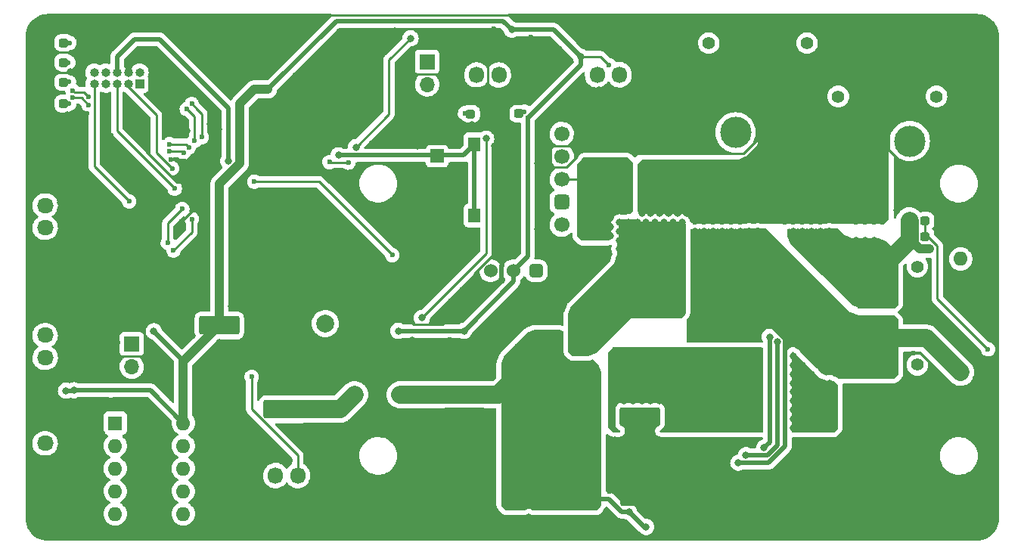
<source format=gbr>
%TF.GenerationSoftware,KiCad,Pcbnew,(6.0.11)*%
%TF.CreationDate,2024-02-10T22:55:27+09:00*%
%TF.ProjectId,LargeMD,4c617267-654d-4442-9e6b-696361645f70,rev?*%
%TF.SameCoordinates,Original*%
%TF.FileFunction,Copper,L1,Top*%
%TF.FilePolarity,Positive*%
%FSLAX46Y46*%
G04 Gerber Fmt 4.6, Leading zero omitted, Abs format (unit mm)*
G04 Created by KiCad (PCBNEW (6.0.11)) date 2024-02-10 22:55:27*
%MOMM*%
%LPD*%
G01*
G04 APERTURE LIST*
G04 Aperture macros list*
%AMRoundRect*
0 Rectangle with rounded corners*
0 $1 Rounding radius*
0 $2 $3 $4 $5 $6 $7 $8 $9 X,Y pos of 4 corners*
0 Add a 4 corners polygon primitive as box body*
4,1,4,$2,$3,$4,$5,$6,$7,$8,$9,$2,$3,0*
0 Add four circle primitives for the rounded corners*
1,1,$1+$1,$2,$3*
1,1,$1+$1,$4,$5*
1,1,$1+$1,$6,$7*
1,1,$1+$1,$8,$9*
0 Add four rect primitives between the rounded corners*
20,1,$1+$1,$2,$3,$4,$5,0*
20,1,$1+$1,$4,$5,$6,$7,0*
20,1,$1+$1,$6,$7,$8,$9,0*
20,1,$1+$1,$8,$9,$2,$3,0*%
G04 Aperture macros list end*
%TA.AperFunction,SMDPad,CuDef*%
%ADD10R,3.400000X2.600000*%
%TD*%
%TA.AperFunction,SMDPad,CuDef*%
%ADD11R,1.500000X2.000000*%
%TD*%
%TA.AperFunction,ComponentPad*%
%ADD12C,1.700000*%
%TD*%
%TA.AperFunction,ComponentPad*%
%ADD13RoundRect,0.425000X0.425000X0.425000X-0.425000X0.425000X-0.425000X-0.425000X0.425000X-0.425000X0*%
%TD*%
%TA.AperFunction,SMDPad,CuDef*%
%ADD14R,1.500000X1.500000*%
%TD*%
%TA.AperFunction,ComponentPad*%
%ADD15RoundRect,0.250000X-0.675000X0.600000X-0.675000X-0.600000X0.675000X-0.600000X0.675000X0.600000X0*%
%TD*%
%TA.AperFunction,ComponentPad*%
%ADD16O,1.850000X1.700000*%
%TD*%
%TA.AperFunction,ComponentPad*%
%ADD17C,1.400000*%
%TD*%
%TA.AperFunction,ComponentPad*%
%ADD18R,3.500000X3.500000*%
%TD*%
%TA.AperFunction,ComponentPad*%
%ADD19C,3.500000*%
%TD*%
%TA.AperFunction,SMDPad,CuDef*%
%ADD20RoundRect,0.237500X-0.287500X-0.237500X0.287500X-0.237500X0.287500X0.237500X-0.287500X0.237500X0*%
%TD*%
%TA.AperFunction,SMDPad,CuDef*%
%ADD21RoundRect,0.250001X1.999999X0.799999X-1.999999X0.799999X-1.999999X-0.799999X1.999999X-0.799999X0*%
%TD*%
%TA.AperFunction,ComponentPad*%
%ADD22RoundRect,0.250000X0.600000X0.675000X-0.600000X0.675000X-0.600000X-0.675000X0.600000X-0.675000X0*%
%TD*%
%TA.AperFunction,ComponentPad*%
%ADD23O,1.700000X1.850000*%
%TD*%
%TA.AperFunction,SMDPad,CuDef*%
%ADD24RoundRect,0.250001X-1.999999X-0.799999X1.999999X-0.799999X1.999999X0.799999X-1.999999X0.799999X0*%
%TD*%
%TA.AperFunction,ComponentPad*%
%ADD25RoundRect,0.381000X-0.381000X0.381000X-0.381000X-0.381000X0.381000X-0.381000X0.381000X0.381000X0*%
%TD*%
%TA.AperFunction,ComponentPad*%
%ADD26C,1.524000*%
%TD*%
%TA.AperFunction,SMDPad,CuDef*%
%ADD27RoundRect,0.250001X0.799999X-1.999999X0.799999X1.999999X-0.799999X1.999999X-0.799999X-1.999999X0*%
%TD*%
%TA.AperFunction,ComponentPad*%
%ADD28R,1.700000X1.700000*%
%TD*%
%TA.AperFunction,ComponentPad*%
%ADD29O,1.700000X1.700000*%
%TD*%
%TA.AperFunction,ComponentPad*%
%ADD30RoundRect,0.250000X-0.600000X-0.675000X0.600000X-0.675000X0.600000X0.675000X-0.600000X0.675000X0*%
%TD*%
%TA.AperFunction,SMDPad,CuDef*%
%ADD31R,1.400000X1.600000*%
%TD*%
%TA.AperFunction,SMDPad,CuDef*%
%ADD32RoundRect,0.237500X0.287500X0.237500X-0.287500X0.237500X-0.287500X-0.237500X0.287500X-0.237500X0*%
%TD*%
%TA.AperFunction,ComponentPad*%
%ADD33R,1.600000X1.600000*%
%TD*%
%TA.AperFunction,ComponentPad*%
%ADD34O,1.600000X1.600000*%
%TD*%
%TA.AperFunction,ComponentPad*%
%ADD35C,2.000000*%
%TD*%
%TA.AperFunction,ComponentPad*%
%ADD36R,1.000000X1.000000*%
%TD*%
%TA.AperFunction,ComponentPad*%
%ADD37O,1.000000X1.000000*%
%TD*%
%TA.AperFunction,ComponentPad*%
%ADD38C,1.600000*%
%TD*%
%TA.AperFunction,ViaPad*%
%ADD39C,0.800000*%
%TD*%
%TA.AperFunction,ViaPad*%
%ADD40C,0.600000*%
%TD*%
%TA.AperFunction,ViaPad*%
%ADD41C,1.000000*%
%TD*%
%TA.AperFunction,Conductor*%
%ADD42C,0.250000*%
%TD*%
%TA.AperFunction,Conductor*%
%ADD43C,0.500000*%
%TD*%
%TA.AperFunction,Conductor*%
%ADD44C,2.000000*%
%TD*%
%TA.AperFunction,Conductor*%
%ADD45C,1.000000*%
%TD*%
G04 APERTURE END LIST*
D10*
%TO.P,D2,1,K*%
%TO.N,VCC*%
X101490000Y-72750000D03*
D11*
%TO.P,D2,2,A*%
%TO.N,VDD*%
X104710000Y-72750000D03*
%TD*%
D12*
%TO.P,SW3,*%
%TO.N,*%
X103040000Y-49100000D03*
X103040000Y-59260000D03*
D13*
%TO.P,SW3,1,A*%
%TO.N,\u4E3B\u96FB\u6E90\u30B9\u30A4\u30C3\u30C1*%
X103040000Y-56720000D03*
D12*
%TO.P,SW3,2,B*%
%TO.N,/S-S*%
X103040000Y-54180000D03*
%TO.P,SW3,3,C*%
%TO.N,unconnected-(SW3-Pad3)*%
X103040000Y-51640000D03*
%TD*%
D14*
%TO.P,H2,1,1*%
%TO.N,NRST*%
X89110000Y-51580000D03*
%TD*%
D15*
%TO.P,J10,1,Pin_1*%
%TO.N,GND*%
X45200000Y-52100000D03*
D16*
%TO.P,J10,2,Pin_2*%
X45200000Y-54600000D03*
%TO.P,J10,3,Pin_3*%
%TO.N,RS485a_A*%
X45200000Y-57100000D03*
%TO.P,J10,4,Pin_4*%
%TO.N,RS485a_B*%
X45200000Y-59600000D03*
%TD*%
D17*
%TO.P,J1,*%
%TO.N,*%
X130500000Y-38925000D03*
X119500000Y-38925000D03*
D18*
%TO.P,J1,1,Pin_1*%
%TO.N,GND*%
X127500000Y-48925000D03*
D19*
%TO.P,J1,2,Pin_2*%
%TO.N,/12VBAT*%
X122500000Y-48925000D03*
%TD*%
D20*
%TO.P,D14,1,K*%
%TO.N,GND*%
X96475000Y-46830000D03*
%TO.P,D14,2,A*%
%TO.N,Net-(D14-Pad2)*%
X98225000Y-46830000D03*
%TD*%
D21*
%TO.P,C18,1*%
%TO.N,+5V*%
X71930000Y-79920000D03*
%TO.P,C18,2*%
%TO.N,GND*%
X64730000Y-79920000D03*
%TD*%
D22*
%TO.P,J8,1,Pin_1*%
%TO.N,GND*%
X101000000Y-42500000D03*
D23*
%TO.P,J8,2,Pin_2*%
X98500000Y-42500000D03*
%TO.P,J8,3,Pin_3*%
%TO.N,RS485b_A*%
X96000000Y-42500000D03*
%TO.P,J8,4,Pin_4*%
%TO.N,RS485b_B*%
X93500000Y-42500000D03*
%TD*%
D20*
%TO.P,D6,1,K*%
%TO.N,GND*%
X45525000Y-38900000D03*
%TO.P,D6,2,A*%
%TO.N,Net-(D6-Pad2)*%
X47275000Y-38900000D03*
%TD*%
D24*
%TO.P,C14,1*%
%TO.N,VCC*%
X104600000Y-80750000D03*
%TO.P,C14,2*%
%TO.N,GND*%
X111800000Y-80750000D03*
%TD*%
D15*
%TO.P,J4,1,Pin_1*%
%TO.N,GND*%
X45200000Y-81250000D03*
D16*
%TO.P,J4,2,Pin_2*%
%TO.N,Net-(J4-Pad2)*%
X45200000Y-83750000D03*
%TD*%
D15*
%TO.P,J9,1,Pin_1*%
%TO.N,GND*%
X45200000Y-66650000D03*
D16*
%TO.P,J9,2,Pin_2*%
X45200000Y-69150000D03*
%TO.P,J9,3,Pin_3*%
%TO.N,RS485a_A*%
X45200000Y-71650000D03*
%TO.P,J9,4,Pin_4*%
%TO.N,RS485a_B*%
X45200000Y-74150000D03*
%TD*%
D25*
%TO.P,SW2,1,A*%
%TO.N,Slide_SW0*%
X100171000Y-64420000D03*
D26*
%TO.P,SW2,2,B*%
%TO.N,+3.3V*%
X97631000Y-64420000D03*
%TO.P,SW2,3,C*%
%TO.N,unconnected-(SW2-Pad3)*%
X95091000Y-64420000D03*
%TD*%
D17*
%TO.P,J2,*%
%TO.N,*%
X134000000Y-44900000D03*
X145000000Y-44900000D03*
D18*
%TO.P,J2,1,Pin_1*%
%TO.N,GND*%
X137000000Y-49900000D03*
D19*
%TO.P,J2,2,Pin_2*%
%TO.N,/12VBAT*%
X142000000Y-49900000D03*
%TD*%
D27*
%TO.P,C13,1*%
%TO.N,VDD*%
X113350000Y-62350000D03*
%TO.P,C13,2*%
%TO.N,GND*%
X113350000Y-55150000D03*
%TD*%
D21*
%TO.P,C16,1*%
%TO.N,VCC*%
X99350000Y-89750000D03*
%TO.P,C16,2*%
%TO.N,GND*%
X92150000Y-89750000D03*
%TD*%
D28*
%TO.P,JP4,1,A*%
%TO.N,RS485a_A*%
X54900000Y-72625000D03*
D29*
%TO.P,JP4,2,B*%
%TO.N,Net-(JP4-Pad2)*%
X54900000Y-75165000D03*
%TD*%
D30*
%TO.P,J5,1,Pin_1*%
%TO.N,GND*%
X68500000Y-87350000D03*
D23*
%TO.P,J5,2,Pin_2*%
%TO.N,+5V*%
X71000000Y-87350000D03*
%TO.P,J5,3,Pin_3*%
%TO.N,Sensor0*%
X73500000Y-87350000D03*
%TD*%
D20*
%TO.P,D4,1,K*%
%TO.N,GND*%
X45550000Y-43300000D03*
%TO.P,D4,2,A*%
%TO.N,Net-(D4-Pad2)*%
X47300000Y-43300000D03*
%TD*%
D22*
%TO.P,J7,1,Pin_1*%
%TO.N,GND*%
X114500000Y-42470000D03*
D23*
%TO.P,J7,2,Pin_2*%
X112000000Y-42470000D03*
%TO.P,J7,3,Pin_3*%
%TO.N,RS485b_A*%
X109500000Y-42470000D03*
%TO.P,J7,4,Pin_4*%
%TO.N,RS485b_B*%
X107000000Y-42470000D03*
%TD*%
D24*
%TO.P,C19,1*%
%TO.N,+3.3V*%
X64705000Y-70540000D03*
%TO.P,C19,2*%
%TO.N,GND*%
X71905000Y-70540000D03*
%TD*%
D20*
%TO.P,D5,1,K*%
%TO.N,GND*%
X45550000Y-45700000D03*
%TO.P,D5,2,A*%
%TO.N,Net-(D5-Pad2)*%
X47300000Y-45700000D03*
%TD*%
%TO.P,D3,1,K*%
%TO.N,GND*%
X45525000Y-41100000D03*
%TO.P,D3,2,A*%
%TO.N,Net-(D3-Pad2)*%
X47275000Y-41100000D03*
%TD*%
D17*
%TO.P,J6,*%
%TO.N,*%
X142850000Y-63950000D03*
X142850000Y-74950000D03*
D18*
%TO.P,J6,1,Pin_1*%
%TO.N,Motor_A*%
X137850000Y-66950000D03*
D19*
%TO.P,J6,2,Pin_2*%
%TO.N,Motor_B*%
X137850000Y-71950000D03*
%TD*%
D24*
%TO.P,C17,1*%
%TO.N,VCC*%
X104650000Y-89750000D03*
%TO.P,C17,2*%
%TO.N,GND*%
X111850000Y-89750000D03*
%TD*%
D20*
%TO.P,D18,1,K*%
%TO.N,Motor_A*%
X141975000Y-58830000D03*
%TO.P,D18,2,A*%
%TO.N,Net-(D18-Pad2)*%
X143725000Y-58830000D03*
%TD*%
D21*
%TO.P,C15,1*%
%TO.N,VCC*%
X99350000Y-80750000D03*
%TO.P,C15,2*%
%TO.N,GND*%
X92150000Y-80750000D03*
%TD*%
D31*
%TO.P,SW4,1,A*%
%TO.N,NRST*%
X93280000Y-50240000D03*
X93280000Y-58240000D03*
%TO.P,SW4,2,B*%
%TO.N,GND*%
X97780000Y-58240000D03*
X97780000Y-50240000D03*
%TD*%
D25*
%TO.P,U1,1,VI*%
%TO.N,VCC*%
X84940000Y-78300000D03*
D26*
%TO.P,U1,2,GND*%
%TO.N,GND*%
X82400000Y-78300000D03*
%TO.P,U1,3,VO*%
%TO.N,+5V*%
X79860000Y-78300000D03*
%TD*%
D32*
%TO.P,D19,1,K*%
%TO.N,Net-(D18-Pad2)*%
X143715355Y-60564645D03*
%TO.P,D19,2,A*%
%TO.N,Motor_A*%
X141965355Y-60564645D03*
%TD*%
D33*
%TO.P,SW1,1*%
%TO.N,DIP_SW0*%
X53050000Y-81475000D03*
D34*
%TO.P,SW1,2*%
%TO.N,DIP_SW1*%
X53050000Y-84015000D03*
%TO.P,SW1,3*%
%TO.N,DIP_SW2*%
X53050000Y-86555000D03*
%TO.P,SW1,4*%
%TO.N,DIP_SW3*%
X53050000Y-89095000D03*
%TO.P,SW1,5*%
%TO.N,DIP_SW4*%
X53050000Y-91635000D03*
%TO.P,SW1,6*%
%TO.N,+3.3V*%
X60670000Y-91635000D03*
%TO.P,SW1,7*%
X60670000Y-89095000D03*
%TO.P,SW1,8*%
X60670000Y-86555000D03*
%TO.P,SW1,9*%
X60670000Y-84015000D03*
%TO.P,SW1,10*%
X60670000Y-81475000D03*
%TD*%
D32*
%TO.P,D11,1,K*%
%TO.N,GND*%
X94597500Y-46850000D03*
%TO.P,D11,2,A*%
%TO.N,Net-(D11-Pad2)*%
X92847500Y-46850000D03*
%TD*%
D28*
%TO.P,JP3,1,A*%
%TO.N,RS485b_A*%
X87970000Y-41010000D03*
D29*
%TO.P,JP3,2,B*%
%TO.N,Net-(JP3-Pad2)*%
X87970000Y-43550000D03*
%TD*%
D35*
%TO.P,TP5,1,1*%
%TO.N,GND*%
X149120000Y-59790000D03*
%TD*%
D36*
%TO.P,J3,1,Pin_1*%
%TO.N,unconnected-(J3-Pad1)*%
X55780000Y-43482500D03*
D37*
%TO.P,J3,2,Pin_2*%
%TO.N,unconnected-(J3-Pad2)*%
X55780000Y-42212500D03*
%TO.P,J3,3,Pin_3*%
%TO.N,TCK*%
X54510000Y-43482500D03*
%TO.P,J3,4,Pin_4*%
%TO.N,GND*%
X54510000Y-42212500D03*
%TO.P,J3,5,Pin_5*%
%TO.N,TMS*%
X53240000Y-43482500D03*
%TO.P,J3,6,Pin_6*%
%TO.N,NRST*%
X53240000Y-42212500D03*
%TO.P,J3,7,Pin_7*%
%TO.N,unconnected-(J3-Pad7)*%
X51970000Y-43482500D03*
%TO.P,J3,8,Pin_8*%
%TO.N,STLinkTX*%
X51970000Y-42212500D03*
%TO.P,J3,9,Pin_9*%
%TO.N,STLinkRX*%
X50700000Y-43482500D03*
%TO.P,J3,10,Pin_10*%
%TO.N,unconnected-(J3-Pad10)*%
X50700000Y-42212500D03*
%TD*%
D38*
%TO.P,R62,1*%
%TO.N,Motor_B*%
X147700000Y-75800000D03*
D34*
%TO.P,R62,2*%
%TO.N,Net-(C31-Pad1)*%
X147700000Y-63100000D03*
%TD*%
D35*
%TO.P,TP4,1,1*%
%TO.N,+3.3V*%
X76570000Y-70330000D03*
%TD*%
D39*
%TO.N,/S-S*%
X105500000Y-55500000D03*
X108500000Y-59500000D03*
X106500000Y-54500000D03*
X109500000Y-56500000D03*
X110500000Y-57500000D03*
X107500000Y-57500000D03*
X105500000Y-53500000D03*
X108500000Y-55500000D03*
X107500000Y-55500000D03*
X105500000Y-60500000D03*
X105500000Y-57500000D03*
X107500000Y-58500000D03*
X107500000Y-52500000D03*
X105500000Y-54500000D03*
X109500000Y-52500000D03*
X110500000Y-53500000D03*
X109500000Y-55500000D03*
X106500000Y-59500000D03*
X109500000Y-57500000D03*
X110500000Y-52500000D03*
X105500000Y-59500000D03*
X107500000Y-59500000D03*
X108500000Y-60500000D03*
X107500000Y-60500000D03*
X109500000Y-53500000D03*
X105500000Y-56500000D03*
X106500000Y-52500000D03*
X108500000Y-58500000D03*
X107500000Y-56500000D03*
X110500000Y-56500000D03*
X106500000Y-55500000D03*
X106500000Y-53500000D03*
X110500000Y-54500000D03*
X106500000Y-60500000D03*
X107500000Y-53500000D03*
X108500000Y-56500000D03*
X108500000Y-52500000D03*
X106500000Y-57500000D03*
X110500000Y-55500000D03*
X106500000Y-58500000D03*
X108500000Y-57500000D03*
X106500000Y-56500000D03*
X109500000Y-54500000D03*
X105500000Y-52500000D03*
X105500000Y-58500000D03*
X107500000Y-54500000D03*
X108500000Y-53500000D03*
X108500000Y-54500000D03*
D40*
%TO.N,GND*%
X71210000Y-55370000D03*
D39*
X102640000Y-69920000D03*
D40*
X56700000Y-47310000D03*
D39*
X120000000Y-54000000D03*
D40*
X135000000Y-52000000D03*
D39*
X129000000Y-55000000D03*
X86250000Y-82250000D03*
D40*
X93470000Y-68120000D03*
D39*
X62010000Y-66360000D03*
X111200000Y-85170000D03*
X59140000Y-85150000D03*
X123000000Y-55000000D03*
X93000000Y-48100000D03*
X101560000Y-65650000D03*
X113000000Y-53000000D03*
X102690000Y-68210000D03*
X112000000Y-58000000D03*
X86910000Y-50410000D03*
X59240000Y-82710000D03*
X74350000Y-84090000D03*
X49910000Y-87310000D03*
X57040000Y-72470000D03*
X143720000Y-90620000D03*
X147480000Y-57220000D03*
D40*
X90500000Y-72140000D03*
D39*
X83690000Y-87670000D03*
X67310000Y-68760000D03*
X138000000Y-55000000D03*
X78560000Y-50290000D03*
X130000000Y-48000000D03*
X75530000Y-40510000D03*
X130000000Y-52000000D03*
X101750000Y-52770000D03*
X89470000Y-44500000D03*
D40*
X68240000Y-59460000D03*
D39*
X124000000Y-55000000D03*
X67120000Y-75810000D03*
X136000000Y-53000000D03*
X98600000Y-70410000D03*
X122000000Y-54000000D03*
D40*
X52560000Y-49260000D03*
D39*
X113000000Y-56000000D03*
D40*
X95180000Y-69730000D03*
X132000000Y-59000000D03*
X137000000Y-52000000D03*
D39*
X112000000Y-54000000D03*
X128000000Y-56000000D03*
X69380000Y-66450000D03*
X71950000Y-40220000D03*
X69530000Y-75900000D03*
X46750000Y-75410000D03*
X133000000Y-50000000D03*
X80630000Y-63390000D03*
X124610000Y-92480000D03*
X122000000Y-58000000D03*
X49560000Y-36650000D03*
D40*
X54380000Y-45000000D03*
D39*
X112340000Y-88230000D03*
X49760000Y-84800000D03*
X83250000Y-72100000D03*
X131000000Y-56000000D03*
X47720000Y-46980000D03*
X114000000Y-56000000D03*
X55560000Y-70760000D03*
X57800000Y-64130000D03*
X116000000Y-56000000D03*
X127000000Y-53000000D03*
X132000000Y-47000000D03*
X140560000Y-57620000D03*
X62140000Y-75230000D03*
X56950000Y-55050000D03*
X66730000Y-63380000D03*
X67150000Y-72500000D03*
X116000000Y-54000000D03*
X134000000Y-55000000D03*
X131000000Y-51000000D03*
X81820000Y-50220000D03*
X138000000Y-53000000D03*
X46950000Y-56830000D03*
X144370000Y-75400000D03*
X137000000Y-57000000D03*
X58770000Y-48800000D03*
D40*
X93290000Y-86770000D03*
X87270000Y-56910000D03*
D39*
X142560000Y-76690000D03*
X114000000Y-57000000D03*
X52940000Y-38900000D03*
X117780000Y-36250000D03*
D40*
X59990000Y-60470000D03*
D39*
X88290000Y-80360000D03*
D40*
X90600000Y-60100000D03*
D39*
X133270000Y-94240000D03*
X55100000Y-36650000D03*
X135000000Y-47000000D03*
X64480000Y-47010000D03*
X135000000Y-53000000D03*
X122000000Y-53000000D03*
X119000000Y-56000000D03*
X133000000Y-54000000D03*
X132000000Y-48000000D03*
X79360000Y-69840000D03*
X133000000Y-53000000D03*
X50440000Y-74830000D03*
X137000000Y-47000000D03*
D40*
X138000000Y-59000000D03*
D39*
X73270000Y-42610000D03*
X53050000Y-75400000D03*
X132000000Y-55000000D03*
X132000000Y-54000000D03*
X131000000Y-50000000D03*
X56450000Y-74090000D03*
X88450000Y-47050000D03*
D40*
X85380000Y-62540000D03*
D39*
X79510000Y-88270000D03*
X63670000Y-75830000D03*
X131000000Y-47000000D03*
X126000000Y-53000000D03*
X72140000Y-63520000D03*
X51900000Y-67790000D03*
D40*
X73530000Y-53340000D03*
D39*
X135000000Y-56000000D03*
X104190000Y-37610000D03*
X83820000Y-92370000D03*
D40*
X90600000Y-67790000D03*
D39*
X97700000Y-62220000D03*
D40*
X90450000Y-80050000D03*
D39*
X137000000Y-53000000D03*
X83880000Y-69840000D03*
D40*
X87330000Y-64500000D03*
D39*
X132000000Y-56000000D03*
X121000000Y-53000000D03*
X125000000Y-53000000D03*
X113790000Y-89820000D03*
X146180000Y-66050000D03*
X133000000Y-47000000D03*
X136000000Y-55000000D03*
X129680000Y-92380000D03*
X151390000Y-52770000D03*
X138000000Y-57000000D03*
X130000000Y-47000000D03*
X129000000Y-53000000D03*
X110880000Y-93390000D03*
D40*
X129000000Y-59000000D03*
D39*
X65540000Y-74120000D03*
X151390000Y-67330000D03*
D40*
X92110000Y-69370000D03*
X139000000Y-52000000D03*
D39*
X129530000Y-90900000D03*
X48710000Y-73110000D03*
X125000000Y-55000000D03*
X101140000Y-94160000D03*
D40*
X90470000Y-82470000D03*
D39*
X130000000Y-55000000D03*
X125000000Y-51000000D03*
X66680000Y-61280000D03*
X59490000Y-46700000D03*
X130000000Y-56000000D03*
X62370000Y-82950000D03*
X139590000Y-94030000D03*
X135000000Y-54000000D03*
X126000000Y-57000000D03*
X130000000Y-49000000D03*
X59210000Y-87690000D03*
X80530000Y-72280000D03*
X123000000Y-57000000D03*
X96660000Y-68520000D03*
D40*
X80130000Y-53570000D03*
D39*
X111690000Y-94180000D03*
X75460000Y-87990000D03*
X128000000Y-58000000D03*
X89130000Y-55680000D03*
X130080000Y-93990000D03*
X51770000Y-51150000D03*
D40*
X77330000Y-54410000D03*
D39*
X127940000Y-88040000D03*
X94990000Y-74280000D03*
X135000000Y-57000000D03*
X139000000Y-58000000D03*
X49110000Y-52910000D03*
X96260000Y-65520000D03*
X88590000Y-72490000D03*
X85030000Y-73760000D03*
X79230000Y-40520000D03*
X123580000Y-87860000D03*
X51940000Y-46780000D03*
X147520000Y-87870000D03*
X99190000Y-45260000D03*
D40*
X90450000Y-76410000D03*
X92270000Y-90540000D03*
D39*
X142950000Y-65670000D03*
X106070000Y-47320000D03*
X134000000Y-56000000D03*
D40*
X105440000Y-62000000D03*
D39*
X47120000Y-83070000D03*
X131000000Y-57000000D03*
X145660000Y-94030000D03*
X101700000Y-93420000D03*
X145210000Y-59820000D03*
X139000000Y-56000000D03*
X77210000Y-42800000D03*
X114000000Y-54000000D03*
X78160000Y-83150000D03*
X120000000Y-53000000D03*
X105060000Y-43780000D03*
X44230000Y-36710000D03*
X81200000Y-79810000D03*
X142700000Y-81490000D03*
D40*
X127000000Y-51000000D03*
D39*
X59610000Y-42140000D03*
X56270000Y-76500000D03*
X54370000Y-67220000D03*
X138000000Y-56000000D03*
X62090000Y-44510000D03*
D40*
X63990000Y-53300000D03*
X83000000Y-62930000D03*
D39*
X121000000Y-58000000D03*
X66090000Y-68390000D03*
X134000000Y-47000000D03*
D40*
X118000000Y-59000000D03*
D39*
X58520000Y-56970000D03*
X108090000Y-91340000D03*
X113000000Y-57000000D03*
D40*
X93130000Y-90480000D03*
X123000000Y-59000000D03*
D39*
X95450000Y-48040000D03*
D40*
X74120000Y-55390000D03*
X96303000Y-63957500D03*
D39*
X46690000Y-78950000D03*
X49290000Y-68100000D03*
X123000000Y-58000000D03*
D40*
X76820000Y-56920000D03*
D39*
X82680000Y-82500000D03*
X51700000Y-73550000D03*
X151520000Y-82000000D03*
D40*
X59400000Y-78750000D03*
D39*
X88430000Y-84060000D03*
D40*
X120080000Y-93150000D03*
D39*
X61150000Y-39590000D03*
D40*
X60440000Y-58890000D03*
D39*
X56710000Y-85110000D03*
X105130000Y-36280000D03*
X124000000Y-53000000D03*
X134000000Y-52000000D03*
D40*
X93730000Y-71100000D03*
D39*
X139000000Y-57000000D03*
X46840000Y-70980000D03*
X64700000Y-72420000D03*
D40*
X117050000Y-93190000D03*
D39*
X136000000Y-47000000D03*
X134000000Y-48000000D03*
D40*
X121000000Y-59000000D03*
D39*
X133000000Y-48000000D03*
X138000000Y-58000000D03*
X133000000Y-55000000D03*
X114970000Y-37420000D03*
X55700000Y-57950000D03*
X97920000Y-52420000D03*
X134000000Y-49000000D03*
X142700000Y-85880000D03*
X118000000Y-58000000D03*
X132000000Y-51000000D03*
D40*
X90090000Y-70030000D03*
D39*
X118000000Y-54000000D03*
X148120000Y-68520000D03*
X124000000Y-56000000D03*
X119000000Y-58000000D03*
X50980000Y-54900000D03*
X95270000Y-88940000D03*
X107240000Y-50670000D03*
X81330000Y-67890000D03*
X149640000Y-76130000D03*
X139000000Y-53000000D03*
X132000000Y-50000000D03*
X102870000Y-94160000D03*
X55520000Y-54400000D03*
X86010000Y-52760000D03*
X130000000Y-53000000D03*
X62220000Y-87790000D03*
D40*
X128000000Y-59000000D03*
D39*
X137000000Y-54000000D03*
D40*
X92970000Y-62440000D03*
D39*
X136620000Y-82270000D03*
X66760000Y-66360000D03*
D40*
X87750000Y-67580000D03*
D39*
X49120000Y-39050000D03*
D40*
X119000000Y-59000000D03*
D39*
X118000000Y-56000000D03*
X64630000Y-48570000D03*
X51810000Y-64280000D03*
D40*
X54670000Y-76790000D03*
D39*
X57930000Y-73410000D03*
X76690000Y-63500000D03*
X133000000Y-56000000D03*
D40*
X76980000Y-61570000D03*
D39*
X54910000Y-91450000D03*
X91470000Y-92680000D03*
X60120000Y-36730000D03*
X67530000Y-38790000D03*
X100390000Y-52420000D03*
X115000000Y-53000000D03*
X145710000Y-52770000D03*
X56680000Y-89480000D03*
X134000000Y-51000000D03*
X76600000Y-72850000D03*
X123000000Y-53000000D03*
X43520000Y-46760000D03*
D40*
X84960000Y-64890000D03*
D39*
X91650000Y-58070000D03*
X120000000Y-56000000D03*
D40*
X99350000Y-91910000D03*
X85700000Y-60150000D03*
D39*
X65450000Y-84500000D03*
X140720000Y-55100000D03*
X146890000Y-61080000D03*
X82550000Y-46570000D03*
X124000000Y-52000000D03*
D40*
X138000000Y-52000000D03*
X55760000Y-49910000D03*
D39*
X70620000Y-45640000D03*
D40*
X51860000Y-87610000D03*
D39*
X130000000Y-57000000D03*
X139000000Y-55000000D03*
D40*
X136000000Y-59000000D03*
D39*
X92370000Y-43910000D03*
X113180000Y-40370000D03*
X80670000Y-46790000D03*
X63710000Y-48010000D03*
X63720000Y-46340000D03*
X128000000Y-52000000D03*
X124360000Y-83600000D03*
D40*
X74990000Y-58410000D03*
D39*
X134000000Y-50000000D03*
X70790000Y-77660000D03*
X63940000Y-42700000D03*
X101130000Y-62800000D03*
X129000000Y-52000000D03*
D40*
X92210000Y-88860000D03*
D39*
X58390000Y-55380000D03*
X46160000Y-42230000D03*
X138000000Y-54000000D03*
D40*
X88030000Y-62630000D03*
D39*
X129000000Y-57000000D03*
D40*
X98570000Y-38420000D03*
X120000000Y-59000000D03*
D39*
X85230000Y-85040000D03*
X126000000Y-54000000D03*
D40*
X79480000Y-54970000D03*
X67640000Y-55430000D03*
D39*
X43650000Y-58380000D03*
D40*
X108250000Y-86480000D03*
D39*
X115000000Y-56000000D03*
X57340000Y-44260000D03*
X98030000Y-59570000D03*
D40*
X129000000Y-51000000D03*
X66050000Y-57230000D03*
D39*
X148210000Y-90310000D03*
X46840000Y-65030000D03*
X103040000Y-36150000D03*
X110520000Y-37820000D03*
D40*
X89190000Y-61320000D03*
D39*
X91980000Y-52930000D03*
X109020000Y-83420000D03*
D40*
X54570000Y-78850000D03*
D39*
X112580000Y-86810000D03*
X139000000Y-47000000D03*
X77000000Y-67020000D03*
X45100000Y-63030000D03*
D40*
X84520000Y-56580000D03*
D39*
X91150000Y-50110000D03*
X66230000Y-55550000D03*
X117000000Y-58000000D03*
X92430000Y-83400000D03*
X49600000Y-80440000D03*
X72480000Y-50390000D03*
X137000000Y-55000000D03*
X112310000Y-83370000D03*
D40*
X80520000Y-56570000D03*
D39*
X127000000Y-52000000D03*
X136000000Y-54000000D03*
D40*
X72670000Y-85630000D03*
D39*
X151510000Y-58460000D03*
X136000000Y-56000000D03*
X131000000Y-48000000D03*
X79790000Y-49220000D03*
X127000000Y-58000000D03*
X118000000Y-53000000D03*
X92350000Y-76160000D03*
X134000000Y-54000000D03*
X100510000Y-47980000D03*
X95610000Y-56540000D03*
X43470000Y-82720000D03*
X116000000Y-55000000D03*
X140870000Y-52810000D03*
X70150000Y-42180000D03*
X115000000Y-57000000D03*
X133000000Y-51000000D03*
X61670000Y-71670000D03*
X129000000Y-54000000D03*
X76010000Y-94220000D03*
X116000000Y-58000000D03*
X115000000Y-54000000D03*
X63070000Y-91470000D03*
X101400000Y-57870000D03*
X108710000Y-93860000D03*
X81020000Y-94060000D03*
D40*
X76390000Y-59980000D03*
D39*
X85780000Y-40350000D03*
D40*
X86410000Y-42550000D03*
D39*
X132000000Y-53000000D03*
X113000000Y-58000000D03*
X138000000Y-47000000D03*
D40*
X93240000Y-65360000D03*
D39*
X115080000Y-39060000D03*
X84350000Y-37580000D03*
X43990000Y-93310000D03*
D40*
X137000000Y-59000000D03*
D39*
X61050000Y-48720000D03*
D40*
X61650000Y-54550000D03*
D39*
X135000000Y-55000000D03*
X52510000Y-76370000D03*
X130000000Y-50000000D03*
X51960000Y-61580000D03*
D40*
X142430000Y-73620000D03*
D39*
X78570000Y-92360000D03*
X127000000Y-54000000D03*
X43480000Y-78350000D03*
X104750000Y-50710000D03*
X110660000Y-39830000D03*
X62070000Y-80000000D03*
X151180000Y-71590000D03*
X97860000Y-48570000D03*
X43720000Y-90180000D03*
D40*
X63410000Y-52630000D03*
D39*
X115000000Y-55000000D03*
X78170000Y-37660000D03*
X114000000Y-53000000D03*
X81240000Y-42800000D03*
D40*
X49930000Y-46800000D03*
D39*
X127000000Y-56000000D03*
X57340000Y-39780000D03*
D40*
X85040000Y-54830000D03*
X72270000Y-59960000D03*
D39*
X120000000Y-55000000D03*
X129000000Y-56000000D03*
X113000000Y-54000000D03*
X106010000Y-93630000D03*
X92380000Y-73040000D03*
X131000000Y-53000000D03*
X78990000Y-73530000D03*
X70550000Y-37060000D03*
X86280000Y-72240000D03*
X151470000Y-62420000D03*
X136230000Y-91030000D03*
X99740000Y-68270000D03*
X121000000Y-57000000D03*
X117000000Y-55000000D03*
D40*
X122000000Y-59000000D03*
D39*
X46680000Y-61750000D03*
X58220000Y-91560000D03*
X49320000Y-63390000D03*
X69560000Y-71600000D03*
X145320000Y-69910000D03*
X119000000Y-55000000D03*
X43870000Y-39930000D03*
X131000000Y-54000000D03*
X47350000Y-87610000D03*
X120000000Y-58000000D03*
D40*
X76050000Y-53200000D03*
D39*
X86840000Y-90360000D03*
D40*
X75430000Y-46410000D03*
D39*
X74590000Y-49050000D03*
D40*
X128000000Y-51000000D03*
D39*
X113000000Y-55000000D03*
X102680000Y-39580000D03*
X90960000Y-46840000D03*
X123000000Y-54000000D03*
X95280000Y-45240000D03*
D40*
X79970000Y-60070000D03*
D39*
X134170000Y-83190000D03*
X116240000Y-83500000D03*
X132000000Y-57000000D03*
X54470000Y-60230000D03*
X69390000Y-40250000D03*
X133270000Y-91080000D03*
X95630000Y-62050000D03*
X121000000Y-54000000D03*
X136000000Y-58000000D03*
X104560000Y-64140000D03*
X73330000Y-72730000D03*
X56100000Y-53160000D03*
X102920000Y-45380000D03*
X117000000Y-57000000D03*
X121690000Y-83650000D03*
D40*
X78670000Y-53590000D03*
D39*
X57730000Y-60780000D03*
X131000000Y-55000000D03*
X122000000Y-55000000D03*
X128030000Y-85830000D03*
X139800000Y-88830000D03*
X130000000Y-54000000D03*
D40*
X81260000Y-58400000D03*
D39*
X137000000Y-58000000D03*
X46790000Y-68280000D03*
X95550000Y-50470000D03*
X63100000Y-64250000D03*
D40*
X108430000Y-89100000D03*
D39*
X83460000Y-66470000D03*
X137000000Y-56000000D03*
X144800000Y-54850000D03*
D40*
X71990000Y-58390000D03*
D39*
X136000000Y-57000000D03*
X122000000Y-57000000D03*
D40*
X72730000Y-61590000D03*
X103970000Y-60600000D03*
D39*
X116000000Y-53000000D03*
D40*
X130000000Y-59000000D03*
D39*
X69070000Y-83580000D03*
X88570000Y-88380000D03*
X119960000Y-83630000D03*
X124000000Y-54000000D03*
X147440000Y-79710000D03*
X65880000Y-44440000D03*
X65130000Y-36790000D03*
D40*
X62590000Y-53670000D03*
D39*
X57920000Y-67140000D03*
D40*
X91810000Y-63920000D03*
D39*
X129000000Y-58000000D03*
X116000000Y-57000000D03*
X114000000Y-58000000D03*
X84750000Y-47250000D03*
D40*
X51840000Y-85200000D03*
D39*
X112000000Y-55000000D03*
X84850000Y-43340000D03*
D40*
X51640000Y-82640000D03*
D39*
X121740000Y-88840000D03*
D40*
X99620000Y-38270000D03*
D39*
X81670000Y-37910000D03*
X72510000Y-47830000D03*
X94960000Y-76290000D03*
X75810000Y-36230000D03*
X43630000Y-50910000D03*
X135000000Y-58000000D03*
D40*
X91900000Y-66500000D03*
D39*
X139000000Y-54000000D03*
D40*
X59320000Y-51930000D03*
X114000000Y-93190000D03*
D39*
X64340000Y-39420000D03*
X114000000Y-55000000D03*
X43450000Y-73790000D03*
D40*
X90440000Y-65020000D03*
D39*
X126000000Y-55000000D03*
X73330000Y-77590000D03*
X130000000Y-51000000D03*
X76410000Y-75620000D03*
X117000000Y-56000000D03*
X86130000Y-68960000D03*
X136760000Y-79510000D03*
X118000000Y-57000000D03*
D40*
X75740000Y-55960000D03*
D39*
X125000000Y-54000000D03*
X112000000Y-57000000D03*
X151480000Y-55200000D03*
D40*
X90450000Y-85210000D03*
D39*
X113220000Y-36140000D03*
X56840000Y-82060000D03*
D40*
X78410000Y-58410000D03*
D39*
X88480000Y-76160000D03*
X134930000Y-79330000D03*
X150960000Y-92710000D03*
X122000000Y-56000000D03*
X131000000Y-52000000D03*
X127000000Y-55000000D03*
X63200000Y-68580000D03*
D40*
X126000000Y-51000000D03*
D39*
X69010000Y-88950000D03*
X49470000Y-51360000D03*
X93480000Y-60060000D03*
X100370000Y-59750000D03*
X134000000Y-53000000D03*
D40*
X74390000Y-56800000D03*
D39*
X125000000Y-52000000D03*
D40*
X106640000Y-63050000D03*
D39*
X121000000Y-56000000D03*
X82570000Y-40340000D03*
X149530000Y-63820000D03*
X58060000Y-80580000D03*
D40*
X94750000Y-66930000D03*
D39*
X76090000Y-92420000D03*
X115000000Y-58000000D03*
X51780000Y-58320000D03*
X73330000Y-67140000D03*
X131000000Y-49000000D03*
D40*
X63330000Y-54610000D03*
D39*
X119000000Y-57000000D03*
X81660000Y-73800000D03*
X46640000Y-49040000D03*
X91790000Y-56080000D03*
X70600000Y-47380000D03*
X142760000Y-69910000D03*
D40*
X54160000Y-48310000D03*
D39*
X126000000Y-56000000D03*
D40*
X139000000Y-59000000D03*
D39*
X133000000Y-52000000D03*
X117000000Y-54000000D03*
X128000000Y-55000000D03*
D40*
X79510000Y-56690000D03*
D39*
X121000000Y-55000000D03*
X48060000Y-42170000D03*
X128000000Y-57000000D03*
X49340000Y-58500000D03*
X132000000Y-49000000D03*
X49880000Y-90040000D03*
D40*
X131000000Y-59000000D03*
D39*
X118000000Y-55000000D03*
X125000000Y-56000000D03*
D40*
X55450000Y-46230000D03*
D39*
X130000000Y-58000000D03*
X47430000Y-93970000D03*
X69550000Y-61290000D03*
X143400000Y-57370000D03*
D40*
X136000000Y-52000000D03*
D39*
X70440000Y-49650000D03*
X102770000Y-62190000D03*
X119000000Y-53000000D03*
X128000000Y-54000000D03*
X54690000Y-63170000D03*
X105140000Y-65790000D03*
X126000000Y-52000000D03*
X133000000Y-49000000D03*
X119000000Y-54000000D03*
X151470000Y-88220000D03*
X71330000Y-94200000D03*
D40*
X51840000Y-90210000D03*
X71430000Y-53410000D03*
X71320000Y-56840000D03*
X53330000Y-72470000D03*
D39*
X131000000Y-58000000D03*
X123260000Y-92990000D03*
X107930000Y-62240000D03*
X57860000Y-75060000D03*
D40*
X54570000Y-51350000D03*
D39*
X49590000Y-49140000D03*
X75370000Y-42840000D03*
D40*
X97380000Y-72000000D03*
D39*
X123000000Y-56000000D03*
X95270000Y-82390000D03*
X120000000Y-57000000D03*
X65540000Y-88030000D03*
D40*
X89360000Y-69250000D03*
D39*
X108130000Y-36340000D03*
X128070000Y-91100000D03*
X132000000Y-52000000D03*
X132000000Y-58000000D03*
X49110000Y-55920000D03*
D40*
X93450000Y-88910000D03*
D39*
X107240000Y-44210000D03*
X112000000Y-53000000D03*
X75870000Y-50340000D03*
X128000000Y-53000000D03*
X129190000Y-83480000D03*
X113410000Y-85510000D03*
X112000000Y-56000000D03*
D40*
X95810000Y-73180000D03*
D39*
X149250000Y-73750000D03*
X72340000Y-45460000D03*
D40*
X89150000Y-66350000D03*
D39*
X63150000Y-56270000D03*
X95140000Y-80310000D03*
X44020000Y-44430000D03*
X127000000Y-57000000D03*
X59210000Y-90310000D03*
X98890000Y-65880000D03*
D40*
X86250000Y-58480000D03*
D39*
X56790000Y-58590000D03*
X151580000Y-76100000D03*
X117000000Y-53000000D03*
D40*
X95430000Y-37350000D03*
X81450000Y-61680000D03*
D39*
X74180000Y-37920000D03*
%TO.N,VCC*%
X112500000Y-93099500D03*
X110560000Y-91399500D03*
X105700000Y-74960000D03*
%TO.N,+5V*%
X87387951Y-69692549D03*
X94579502Y-49640000D03*
%TO.N,NRST*%
X65713881Y-52129781D03*
X78042701Y-51502701D03*
D41*
%TO.N,+3.3V*%
X66982591Y-52201724D03*
D40*
X52578250Y-77798250D03*
D39*
X84740000Y-71150000D03*
X92110000Y-71150000D03*
X48435500Y-77798250D03*
X47540000Y-77850000D03*
X105140000Y-40440000D03*
D40*
X108324500Y-41390000D03*
D41*
X70150000Y-44120000D03*
D39*
X97454799Y-37424799D03*
D40*
X99230000Y-47322272D03*
D39*
X64705000Y-70540000D03*
X57370000Y-71200000D03*
%TO.N,VDD*%
X110500000Y-68000000D03*
X108500000Y-67000000D03*
X113500000Y-63000000D03*
X116500000Y-69000000D03*
X116500000Y-63000000D03*
X114500000Y-63000000D03*
X113500000Y-69000000D03*
X114500000Y-61000000D03*
X112500000Y-68000000D03*
X110500000Y-69000000D03*
X111500000Y-61000000D03*
X109500000Y-63000000D03*
X110500000Y-66000000D03*
X110500000Y-65000000D03*
X115500000Y-66000000D03*
X111500000Y-69000000D03*
X108500000Y-65000000D03*
X110500000Y-63000000D03*
X111500000Y-64000000D03*
X110500000Y-59000000D03*
X116500000Y-61000000D03*
X115500000Y-69000000D03*
X115500000Y-68000000D03*
X109500000Y-61000000D03*
X108500000Y-68000000D03*
X109500000Y-64000000D03*
X116500000Y-60000000D03*
X115500000Y-65000000D03*
X114500000Y-68000000D03*
X111500000Y-68000000D03*
X109500000Y-68000000D03*
X112500000Y-59000000D03*
X114500000Y-62000000D03*
X113500000Y-65000000D03*
X114500000Y-66000000D03*
X111500000Y-59000000D03*
X109500000Y-66000000D03*
X116500000Y-65000000D03*
X112500000Y-64000000D03*
X113500000Y-61000000D03*
X116500000Y-67000000D03*
X111500000Y-62000000D03*
X110500000Y-62000000D03*
X111500000Y-67000000D03*
X115500000Y-61000000D03*
X112500000Y-63000000D03*
X110500000Y-60000000D03*
X113500000Y-60000000D03*
X109500000Y-62000000D03*
X109500000Y-69000000D03*
X113500000Y-62000000D03*
X115500000Y-67000000D03*
X109500000Y-59000000D03*
X112500000Y-62000000D03*
X112500000Y-69000000D03*
X111500000Y-65000000D03*
X115500000Y-63000000D03*
X114500000Y-60000000D03*
X109500000Y-60000000D03*
X112500000Y-60000000D03*
X111500000Y-66000000D03*
X114500000Y-67000000D03*
X112500000Y-65000000D03*
X116500000Y-62000000D03*
X111500000Y-60000000D03*
X112500000Y-66000000D03*
X116500000Y-68000000D03*
X113500000Y-59000000D03*
X112500000Y-61000000D03*
X113500000Y-67000000D03*
X115500000Y-64000000D03*
X108500000Y-69000000D03*
X110500000Y-67000000D03*
X115500000Y-60000000D03*
X115500000Y-62000000D03*
X116500000Y-66000000D03*
X109500000Y-65000000D03*
X114500000Y-59000000D03*
X114500000Y-65000000D03*
X108500000Y-66000000D03*
X116500000Y-64000000D03*
X110500000Y-61000000D03*
X113500000Y-68000000D03*
X110500000Y-64000000D03*
X116500000Y-59000000D03*
X111500000Y-63000000D03*
X109500000Y-67000000D03*
X115500000Y-59000000D03*
X114500000Y-69000000D03*
X114500000Y-64000000D03*
X113500000Y-64000000D03*
X113500000Y-66000000D03*
X112500000Y-67000000D03*
%TO.N,Vdrive*%
X120000000Y-78000000D03*
X120000000Y-77000000D03*
X114000000Y-78000000D03*
X110000000Y-76000000D03*
X122000000Y-76000000D03*
X115000000Y-76000000D03*
X111000000Y-77000000D03*
X131000000Y-78000000D03*
X125000000Y-79000000D03*
X129000000Y-82000000D03*
X121000000Y-80000000D03*
X113000000Y-76000000D03*
X129000000Y-77000000D03*
X131000000Y-82000000D03*
X114000000Y-74000000D03*
X123000000Y-79000000D03*
X122000000Y-77000000D03*
X116000000Y-78000000D03*
X130000000Y-78000000D03*
X125000000Y-82000000D03*
X116000000Y-80000000D03*
X109000000Y-78000000D03*
X117000000Y-77000000D03*
X110000000Y-75000000D03*
X115000000Y-77000000D03*
X111000000Y-75000000D03*
X120000000Y-79000000D03*
X113000000Y-79000000D03*
X109000000Y-74000000D03*
X110000000Y-79000000D03*
X117000000Y-74000000D03*
X112000000Y-77000000D03*
X125000000Y-77000000D03*
X121000000Y-76000000D03*
X117000000Y-79000000D03*
X114000000Y-79000000D03*
X129000000Y-75000000D03*
X117000000Y-76000000D03*
X123000000Y-74000000D03*
X116000000Y-81000000D03*
X120000000Y-75000000D03*
X124000000Y-77000000D03*
X129000000Y-76000000D03*
X119000000Y-75000000D03*
X118000000Y-82000000D03*
X120000000Y-76000000D03*
X130000000Y-75000000D03*
X111000000Y-74000000D03*
X119000000Y-76000000D03*
X113000000Y-77000000D03*
X112000000Y-79000000D03*
X112000000Y-78000000D03*
X123000000Y-81000000D03*
X119000000Y-81000000D03*
X124000000Y-80000000D03*
X121000000Y-79000000D03*
X132000000Y-80000000D03*
X115000000Y-79000000D03*
X120000000Y-74000000D03*
X131000000Y-76000000D03*
X124000000Y-82000000D03*
X133000000Y-81000000D03*
X120000000Y-82000000D03*
X118000000Y-80000000D03*
X129000000Y-80000000D03*
X131000000Y-80000000D03*
X118000000Y-76000000D03*
X123000000Y-80000000D03*
X114000000Y-77000000D03*
X124000000Y-79000000D03*
X129000000Y-79000000D03*
X122000000Y-81000000D03*
X114000000Y-75000000D03*
X130000000Y-79000000D03*
X113000000Y-75000000D03*
X119000000Y-79000000D03*
X120000000Y-81000000D03*
X125000000Y-81000000D03*
X116000000Y-77000000D03*
X124000000Y-78000000D03*
X110000000Y-77000000D03*
X124000000Y-81000000D03*
X112000000Y-74000000D03*
X111000000Y-79000000D03*
X119000000Y-82000000D03*
X122000000Y-80000000D03*
X132000000Y-79000000D03*
X121000000Y-81000000D03*
X130000000Y-81000000D03*
X116000000Y-76000000D03*
X114000000Y-76000000D03*
X110000000Y-78000000D03*
X125000000Y-80000000D03*
X116000000Y-82000000D03*
X117000000Y-78000000D03*
X125000000Y-76000000D03*
X125000000Y-75000000D03*
X118000000Y-74000000D03*
X118000000Y-77000000D03*
X109000000Y-75000000D03*
X129000000Y-78000000D03*
X132000000Y-82000000D03*
X130000000Y-77000000D03*
X111000000Y-78000000D03*
X121000000Y-82000000D03*
X121000000Y-78000000D03*
X124000000Y-74000000D03*
X115000000Y-74000000D03*
X125000000Y-74000000D03*
X123000000Y-75000000D03*
X118000000Y-79000000D03*
X121000000Y-77000000D03*
X121000000Y-75000000D03*
X119000000Y-74000000D03*
X124000000Y-76000000D03*
X122000000Y-82000000D03*
X120000000Y-80000000D03*
X133000000Y-78000000D03*
X122000000Y-74000000D03*
X123000000Y-77000000D03*
X133000000Y-80000000D03*
X115000000Y-78000000D03*
X112000000Y-76000000D03*
X131000000Y-81000000D03*
X133000000Y-82000000D03*
X113000000Y-78000000D03*
X129000000Y-81000000D03*
X118000000Y-81000000D03*
X111000000Y-76000000D03*
X131000000Y-79000000D03*
X129000000Y-74000000D03*
X133000000Y-79000000D03*
X116000000Y-74000000D03*
X117000000Y-80000000D03*
X133000000Y-77000000D03*
X112000000Y-75000000D03*
X123000000Y-76000000D03*
X109000000Y-77000000D03*
X132000000Y-77000000D03*
X119000000Y-78000000D03*
X113000000Y-74000000D03*
X110000000Y-74000000D03*
X117000000Y-75000000D03*
X123000000Y-78000000D03*
X119000000Y-80000000D03*
X116000000Y-75000000D03*
X122000000Y-78000000D03*
X130000000Y-76000000D03*
X109000000Y-76000000D03*
X125000000Y-78000000D03*
X115000000Y-80000000D03*
X124000000Y-75000000D03*
X131000000Y-77000000D03*
X117000000Y-81000000D03*
X121000000Y-74000000D03*
X119000000Y-77000000D03*
X115000000Y-75000000D03*
X132000000Y-81000000D03*
X130000000Y-82000000D03*
X117000000Y-82000000D03*
X115000000Y-81000000D03*
X122000000Y-79000000D03*
X116000000Y-79000000D03*
X109000000Y-79000000D03*
X118000000Y-75000000D03*
X122000000Y-75000000D03*
X118000000Y-78000000D03*
X115000000Y-82000000D03*
X132000000Y-78000000D03*
X130000000Y-80000000D03*
%TO.N,Motor_A*%
X130000000Y-62000000D03*
X137000000Y-62000000D03*
X135000000Y-61000000D03*
X135000000Y-63000000D03*
X133000000Y-60000000D03*
X136000000Y-62000000D03*
X138000000Y-64000000D03*
X133000000Y-65000000D03*
X130000000Y-61000000D03*
X139000000Y-62000000D03*
X138000000Y-63000000D03*
X138000000Y-61000000D03*
X137000000Y-64000000D03*
X131000000Y-61000000D03*
D40*
X140000000Y-66000000D03*
D39*
X133000000Y-64000000D03*
X139000000Y-63000000D03*
X132000000Y-62000000D03*
X141975000Y-59765000D03*
D40*
X140000000Y-65000000D03*
D39*
X129000000Y-61000000D03*
X131000000Y-63000000D03*
X132000000Y-63000000D03*
X133000000Y-61000000D03*
X134000000Y-64000000D03*
X131000000Y-60000000D03*
X132000000Y-64000000D03*
X131000000Y-62000000D03*
X134000000Y-66000000D03*
X135000000Y-62000000D03*
X142515000Y-61325000D03*
X133000000Y-62000000D03*
X129000000Y-60000000D03*
X134000000Y-61000000D03*
X140000000Y-63000000D03*
X135000000Y-65000000D03*
X144250000Y-61960000D03*
X140000000Y-64000000D03*
X141920000Y-60730000D03*
X136000000Y-61000000D03*
X137000000Y-63000000D03*
X138000000Y-62000000D03*
X135000000Y-66000000D03*
X134000000Y-62000000D03*
X132000000Y-60000000D03*
X136000000Y-64000000D03*
X134000000Y-65000000D03*
X133000000Y-63000000D03*
X135000000Y-64000000D03*
X141990355Y-58845355D03*
X139000000Y-64000000D03*
X136000000Y-63000000D03*
X137000000Y-61000000D03*
D40*
X140000000Y-67000000D03*
D39*
X134000000Y-63000000D03*
X135000000Y-67000000D03*
X132000000Y-61000000D03*
X143310000Y-61960000D03*
X130000000Y-60000000D03*
D40*
X140000000Y-68000000D03*
D39*
%TO.N,Motor_B*%
X120000000Y-63000000D03*
X121000000Y-70000000D03*
X121000000Y-72000000D03*
X122000000Y-65000000D03*
X121000000Y-63000000D03*
X118000000Y-68000000D03*
X125000000Y-61000000D03*
X126000000Y-61000000D03*
X119000000Y-69000000D03*
X119000000Y-67000000D03*
X123000000Y-63000000D03*
X120000000Y-71000000D03*
X122000000Y-63000000D03*
X125000000Y-60000000D03*
X126000000Y-70000000D03*
X126000000Y-64000000D03*
X119000000Y-68000000D03*
X120000000Y-62000000D03*
X124000000Y-69000000D03*
X120000000Y-69000000D03*
X123000000Y-66000000D03*
X119000000Y-71000000D03*
X126000000Y-66000000D03*
X124000000Y-61000000D03*
X119000000Y-65000000D03*
X122000000Y-71000000D03*
X121000000Y-67000000D03*
X123000000Y-61000000D03*
X121000000Y-62000000D03*
X125000000Y-64000000D03*
X126000000Y-67000000D03*
X118000000Y-60000000D03*
X124000000Y-62000000D03*
X122000000Y-72000000D03*
X120000000Y-60000000D03*
X119000000Y-72000000D03*
X122000000Y-61000000D03*
X121000000Y-66000000D03*
X125000000Y-66000000D03*
X124000000Y-65000000D03*
X120000000Y-72000000D03*
X124000000Y-66000000D03*
X118000000Y-64000000D03*
X123000000Y-71000000D03*
X124000000Y-63000000D03*
X122000000Y-62000000D03*
X119000000Y-66000000D03*
X118000000Y-69000000D03*
X119000000Y-61000000D03*
X123000000Y-67000000D03*
X125000000Y-62000000D03*
X118000000Y-72000000D03*
X120000000Y-66000000D03*
X123000000Y-68000000D03*
D40*
X123800000Y-72000000D03*
D39*
X123000000Y-60000000D03*
X122000000Y-60000000D03*
X121000000Y-65000000D03*
X123000000Y-72000000D03*
X119000000Y-63000000D03*
X121000000Y-64000000D03*
D40*
X124000000Y-70000000D03*
D39*
X122000000Y-69000000D03*
X118000000Y-67000000D03*
X118000000Y-65000000D03*
X126000000Y-62000000D03*
X125000000Y-63000000D03*
X120000000Y-65000000D03*
X119000000Y-64000000D03*
X120000000Y-70000000D03*
X122000000Y-68000000D03*
X120000000Y-67000000D03*
X118000000Y-62000000D03*
X125000000Y-69000000D03*
X122000000Y-70000000D03*
X126000000Y-68000000D03*
X121000000Y-61000000D03*
X119000000Y-62000000D03*
X122000000Y-67000000D03*
X121000000Y-69000000D03*
X126000000Y-63000000D03*
X123000000Y-64000000D03*
X126000000Y-65000000D03*
X125000000Y-68000000D03*
X122000000Y-64000000D03*
X120000000Y-61000000D03*
X124000000Y-68000000D03*
X125000000Y-65000000D03*
D40*
X123800000Y-71000000D03*
D39*
X118000000Y-61000000D03*
X120000000Y-68000000D03*
X120000000Y-64000000D03*
X123000000Y-70000000D03*
X123000000Y-69000000D03*
X122810000Y-85920000D03*
X119000000Y-70000000D03*
X121000000Y-60000000D03*
X124000000Y-64000000D03*
X121000000Y-68000000D03*
X125000000Y-67000000D03*
X123000000Y-62000000D03*
X118000000Y-63000000D03*
X121000000Y-71000000D03*
X123000000Y-65000000D03*
X126000000Y-69000000D03*
X122000000Y-66000000D03*
X118000000Y-66000000D03*
X124000000Y-67000000D03*
D40*
X126600000Y-70600000D03*
D39*
X118000000Y-71000000D03*
X119000000Y-60000000D03*
X124000000Y-60000000D03*
X118000000Y-70000000D03*
D40*
%TO.N,Net-(D3-Pad2)*%
X47810000Y-41100000D03*
%TO.N,Net-(D4-Pad2)*%
X47870000Y-43270000D03*
%TO.N,Net-(D5-Pad2)*%
X47880000Y-45740000D03*
%TO.N,Net-(D6-Pad2)*%
X47930000Y-38900000D03*
%TO.N,Sensor0*%
X68330000Y-76300498D03*
%TO.N,Net-(D11-Pad2)*%
X92210000Y-46790000D03*
%TO.N,Net-(D14-Pad2)*%
X98863446Y-46611749D03*
%TO.N,Net-(D18-Pad2)*%
X150750000Y-73210000D03*
%TO.N,TCK*%
X59425101Y-52954899D03*
%TO.N,TMS*%
X59710000Y-55220000D03*
%TO.N,STLinkRX*%
X54600000Y-56640000D03*
D39*
%TO.N,Net-(Q21-Pad4)*%
X125701582Y-84220500D03*
X126325000Y-71825000D03*
%TO.N,Net-(Q22-Pad4)*%
X127179500Y-72361592D03*
X123650000Y-85070000D03*
D40*
%TO.N,DIP_SW0*%
X60550000Y-57495500D03*
X58940000Y-61300000D03*
%TO.N,DIP_SW1*%
X61620000Y-58620000D03*
X59564500Y-62140000D03*
%TO.N,Slide_SW0*%
X79149587Y-52303590D03*
X77040000Y-52252201D03*
%TO.N,LED0*%
X61940000Y-49850000D03*
X61068411Y-46308411D03*
%TO.N,LED1*%
X50075500Y-44970000D03*
X59144500Y-50260000D03*
X61315500Y-50590000D03*
X48285500Y-44251461D03*
%TO.N,LED2*%
X60691000Y-51185679D03*
X50075500Y-45860000D03*
X48285500Y-45050964D03*
X59144500Y-51059503D03*
%TO.N,MonitorLED0*%
X61633745Y-45743077D03*
X62740000Y-49460000D03*
%TO.N,PWM_B*%
X68620000Y-54440000D03*
X84065000Y-62665000D03*
D39*
%TO.N,MainTX2_RS485bRX*%
X86115000Y-38395000D03*
X79990000Y-50580000D03*
%TD*%
D42*
%TO.N,/S-S*%
X106180000Y-54180000D02*
X106500000Y-54500000D01*
X103040000Y-54180000D02*
X106180000Y-54180000D01*
%TO.N,GND*%
X56350000Y-73990000D02*
X56450000Y-74090000D01*
D43*
X96303000Y-65477000D02*
X96303000Y-64260000D01*
D42*
X60000000Y-54550000D02*
X61650000Y-54550000D01*
X90090000Y-70030000D02*
X89702451Y-70417549D01*
X92370000Y-43910000D02*
X94280000Y-43910000D01*
X86410000Y-42550000D02*
X86585000Y-42375000D01*
X56510000Y-51060000D02*
X60000000Y-54550000D01*
X125715000Y-48925000D02*
X123370000Y-51270000D01*
X53050000Y-75400000D02*
X53050000Y-75353299D01*
X102005000Y-50465000D02*
X104505000Y-50465000D01*
X101750000Y-52770000D02*
X101750000Y-50720000D01*
X86447549Y-70417549D02*
X86130000Y-70100000D01*
X101750000Y-52770000D02*
X101795000Y-52815000D01*
X104750000Y-51591701D02*
X104750000Y-50710000D01*
X53230000Y-74680000D02*
X53920000Y-73990000D01*
X140870000Y-52100000D02*
X139670000Y-50900000D01*
X102670000Y-35780000D02*
X103040000Y-36150000D01*
X101795000Y-52815000D02*
X103526701Y-52815000D01*
X53050000Y-75353299D02*
X53230000Y-75173299D01*
X93240000Y-65360000D02*
X93240000Y-64733749D01*
X48000000Y-42230000D02*
X48060000Y-42170000D01*
X48320000Y-39930000D02*
X49120000Y-39130000D01*
X53920000Y-73990000D02*
X56350000Y-73990000D01*
X86130000Y-70100000D02*
X86130000Y-68960000D01*
X43870000Y-39930000D02*
X48320000Y-39930000D01*
X123370000Y-51270000D02*
X111200000Y-51270000D01*
X143170000Y-73620000D02*
X142430000Y-73620000D01*
X46160000Y-42230000D02*
X48000000Y-42230000D01*
X144370000Y-75400000D02*
X144370000Y-74820000D01*
X104505000Y-50465000D02*
X104750000Y-50710000D01*
X86585000Y-42375000D02*
X89025000Y-42375000D01*
X107300000Y-50610000D02*
X107240000Y-50670000D01*
X53230000Y-75173299D02*
X53230000Y-74680000D01*
X103526701Y-52815000D02*
X104750000Y-51591701D01*
X55760000Y-49910000D02*
X56510000Y-50660000D01*
X144370000Y-74820000D02*
X143170000Y-73620000D01*
X111200000Y-51270000D02*
X110540000Y-50610000D01*
D43*
X96350000Y-63910500D02*
X96350000Y-62770000D01*
D42*
X139670000Y-50900000D02*
X139670000Y-47670000D01*
D43*
X96260000Y-65520000D02*
X96303000Y-65477000D01*
X96350000Y-62770000D02*
X95630000Y-62050000D01*
D42*
X94760000Y-43430000D02*
X94760000Y-38020000D01*
X94280000Y-43910000D02*
X94760000Y-43430000D01*
X76260000Y-35780000D02*
X102670000Y-35780000D01*
X75810000Y-36230000D02*
X76260000Y-35780000D01*
X59320000Y-51930000D02*
X60850000Y-51930000D01*
X110540000Y-50610000D02*
X107300000Y-50610000D01*
X89470000Y-42820000D02*
X89470000Y-44500000D01*
X139670000Y-47670000D02*
X139000000Y-47000000D01*
X49120000Y-39130000D02*
X49120000Y-39050000D01*
X93240000Y-64733749D02*
X95630000Y-62343749D01*
X60850000Y-51930000D02*
X62590000Y-53670000D01*
X127500000Y-48925000D02*
X125715000Y-48925000D01*
X56510000Y-50660000D02*
X56510000Y-51060000D01*
X94760000Y-38020000D02*
X95430000Y-37350000D01*
X60440000Y-58890000D02*
X63060000Y-56270000D01*
X95630000Y-62343749D02*
X95630000Y-62050000D01*
X89702451Y-70417549D02*
X86447549Y-70417549D01*
X101750000Y-50720000D02*
X102005000Y-50465000D01*
X140870000Y-52810000D02*
X140870000Y-52100000D01*
X63060000Y-56270000D02*
X63150000Y-56270000D01*
X89025000Y-42375000D02*
X89470000Y-42820000D01*
D43*
X96303000Y-63957500D02*
X96350000Y-63910500D01*
%TO.N,VCC*%
X112500000Y-93099500D02*
X112260000Y-93099500D01*
X104650000Y-89750000D02*
X104900000Y-90000000D01*
X105700000Y-74960000D02*
X103700000Y-74960000D01*
X104900000Y-90000000D02*
X108310051Y-90000000D01*
X112260000Y-93099500D02*
X110560000Y-91399500D01*
D44*
X84940000Y-78300000D02*
X95940000Y-78300000D01*
X95940000Y-78300000D02*
X101490000Y-72750000D01*
D43*
X109709551Y-91399500D02*
X110560000Y-91399500D01*
X103700000Y-74960000D02*
X101490000Y-72750000D01*
X108310051Y-90000000D02*
X109709551Y-91399500D01*
D44*
%TO.N,+5V*%
X78240000Y-79920000D02*
X79860000Y-78300000D01*
X71930000Y-79920000D02*
X78240000Y-79920000D01*
D42*
X87387951Y-69692549D02*
X94579502Y-62500998D01*
X94579502Y-62500998D02*
X94579502Y-49640000D01*
D43*
%TO.N,NRST*%
X55200000Y-38500000D02*
X58000000Y-38500000D01*
X92017299Y-51502701D02*
X93280000Y-50240000D01*
X65713881Y-46213881D02*
X65713881Y-52129781D01*
X53240000Y-42212500D02*
X53240000Y-40460000D01*
X78042701Y-51502701D02*
X92017299Y-51502701D01*
X93280000Y-50240000D02*
X93280000Y-58240000D01*
X53240000Y-40460000D02*
X55200000Y-38500000D01*
X58000000Y-38500000D02*
X65713881Y-46213881D01*
%TO.N,+3.3V*%
X92110000Y-71150000D02*
X97631000Y-65629000D01*
X60670000Y-74500000D02*
X57370000Y-71200000D01*
X70150000Y-44120000D02*
X77830000Y-36440000D01*
X97454799Y-37424799D02*
X102124799Y-37424799D01*
X102124799Y-37424799D02*
X105140000Y-40440000D01*
X97631000Y-65629000D02*
X97631000Y-64420000D01*
D45*
X66982591Y-52415999D02*
X64705000Y-54693590D01*
X66982591Y-52201724D02*
X66982591Y-52415999D01*
X60670000Y-81475000D02*
X60670000Y-74575000D01*
D43*
X99230000Y-47322272D02*
X99230000Y-62821000D01*
D45*
X68590000Y-44120000D02*
X70150000Y-44120000D01*
D43*
X47540000Y-77850000D02*
X48383750Y-77850000D01*
X96470000Y-36440000D02*
X97454799Y-37424799D01*
D45*
X66974100Y-52193233D02*
X66974100Y-45735900D01*
X66982591Y-52201724D02*
X66974100Y-52193233D01*
D43*
X48435500Y-77798250D02*
X52578250Y-77798250D01*
X56993250Y-77798250D02*
X60670000Y-81475000D01*
D42*
X107374500Y-40440000D02*
X108324500Y-41390000D01*
D43*
X60670000Y-74575000D02*
X60670000Y-74500000D01*
X105140000Y-41412272D02*
X99230000Y-47322272D01*
X52578250Y-77798250D02*
X56993250Y-77798250D01*
X99230000Y-62821000D02*
X97631000Y-64420000D01*
X84740000Y-71150000D02*
X92110000Y-71150000D01*
X105140000Y-40440000D02*
X105140000Y-41412272D01*
D45*
X66974100Y-45735900D02*
X68590000Y-44120000D01*
D43*
X77830000Y-36440000D02*
X96470000Y-36440000D01*
X48383750Y-77850000D02*
X48435500Y-77798250D01*
D42*
X105140000Y-40440000D02*
X107374500Y-40440000D01*
D45*
X64705000Y-54693590D02*
X64705000Y-70540000D01*
X60670000Y-74575000D02*
X64705000Y-70540000D01*
D44*
%TO.N,Motor_A*%
X141990355Y-60989645D02*
X141990355Y-58845355D01*
X139980000Y-63000000D02*
X141990355Y-60989645D01*
D45*
X144250000Y-61960000D02*
X143150000Y-61960000D01*
X143150000Y-61960000D02*
X141920000Y-60730000D01*
D42*
X141975000Y-58830000D02*
X141975000Y-59765000D01*
D44*
X141990355Y-58845355D02*
X141975000Y-58830000D01*
D42*
X141975000Y-60555000D02*
X141965355Y-60564645D01*
X141975000Y-59765000D02*
X141975000Y-60555000D01*
D44*
X139000000Y-63000000D02*
X139980000Y-63000000D01*
D43*
%TO.N,Motor_B*%
X128030000Y-84084114D02*
X128030000Y-72010010D01*
D44*
X143850000Y-71950000D02*
X137850000Y-71950000D01*
D43*
X126194114Y-85920000D02*
X128030000Y-84084114D01*
X122810000Y-85920000D02*
X126194114Y-85920000D01*
X126019990Y-70000000D02*
X126000000Y-70000000D01*
D44*
X147700000Y-75800000D02*
X143850000Y-71950000D01*
D43*
X128030000Y-72010010D02*
X126019990Y-70000000D01*
D42*
%TO.N,Net-(D3-Pad2)*%
X47810000Y-41100000D02*
X47275000Y-41100000D01*
%TO.N,Net-(D4-Pad2)*%
X47870000Y-43270000D02*
X47330000Y-43270000D01*
X47330000Y-43270000D02*
X47300000Y-43300000D01*
%TO.N,Net-(D5-Pad2)*%
X47340000Y-45740000D02*
X47300000Y-45700000D01*
X47880000Y-45740000D02*
X47340000Y-45740000D01*
%TO.N,Net-(D6-Pad2)*%
X47930000Y-38900000D02*
X47275000Y-38900000D01*
%TO.N,Sensor0*%
X73500000Y-87350000D02*
X73500000Y-85103172D01*
X68330000Y-79933172D02*
X68330000Y-76300498D01*
X73500000Y-85103172D02*
X68330000Y-79933172D01*
%TO.N,Net-(D11-Pad2)*%
X92787500Y-46790000D02*
X92847500Y-46850000D01*
X92210000Y-46790000D02*
X92787500Y-46790000D01*
%TO.N,Net-(D14-Pad2)*%
X98443251Y-46611749D02*
X98225000Y-46830000D01*
X98863446Y-46611749D02*
X98443251Y-46611749D01*
%TO.N,Net-(D18-Pad2)*%
X143725000Y-58830000D02*
X143725000Y-60555000D01*
X143725000Y-60555000D02*
X143715355Y-60564645D01*
X143715355Y-60564645D02*
X144021371Y-60564645D01*
X145075000Y-67535000D02*
X150750000Y-73210000D01*
X144021371Y-60564645D02*
X145075000Y-61618274D01*
X145075000Y-62110000D02*
X145075000Y-67535000D01*
X145075000Y-61618274D02*
X145075000Y-62110000D01*
%TO.N,TCK*%
X57650000Y-47010000D02*
X54510000Y-43870000D01*
X54510000Y-43870000D02*
X54510000Y-43482500D01*
X57650000Y-51179798D02*
X57650000Y-47010000D01*
X59425101Y-52954899D02*
X57650000Y-51179798D01*
%TO.N,TMS*%
X53240000Y-48750000D02*
X59710000Y-55220000D01*
X53240000Y-43482500D02*
X53240000Y-48750000D01*
%TO.N,STLinkRX*%
X50700000Y-43482500D02*
X50700000Y-52740000D01*
X50700000Y-52740000D02*
X54600000Y-56640000D01*
D43*
%TO.N,Net-(Q21-Pad4)*%
X125701582Y-84220500D02*
X126330000Y-83592082D01*
X126330000Y-83592082D02*
X126330000Y-71830000D01*
X126330000Y-71830000D02*
X126325000Y-71825000D01*
%TO.N,Net-(Q22-Pad4)*%
X123650000Y-85070000D02*
X126054164Y-85070000D01*
X127179500Y-83944664D02*
X127179500Y-72361592D01*
X126054164Y-85070000D02*
X127179500Y-83944664D01*
D42*
%TO.N,DIP_SW0*%
X58940000Y-61300000D02*
X58940000Y-59105500D01*
X58940000Y-59105500D02*
X60550000Y-57495500D01*
%TO.N,DIP_SW1*%
X61620000Y-58620000D02*
X61620000Y-60084500D01*
X61620000Y-60084500D02*
X59564500Y-62140000D01*
%TO.N,Slide_SW0*%
X77091389Y-52303590D02*
X77040000Y-52252201D01*
X79149587Y-52303590D02*
X77091389Y-52303590D01*
%TO.N,LED0*%
X61940000Y-47180000D02*
X61068411Y-46308411D01*
X61940000Y-49850000D02*
X61940000Y-47180000D01*
%TO.N,LED1*%
X48464039Y-44430000D02*
X48494039Y-44460000D01*
X48424039Y-44390000D02*
X48464039Y-44430000D01*
X48285500Y-44251461D02*
X48424039Y-44390000D01*
X60985500Y-50260000D02*
X61315500Y-50590000D01*
X48494039Y-44460000D02*
X49390000Y-44460000D01*
X59144500Y-50260000D02*
X60985500Y-50260000D01*
X49565500Y-44460000D02*
X50075500Y-44970000D01*
X49390000Y-44460000D02*
X49565500Y-44460000D01*
%TO.N,LED2*%
X49266464Y-45050964D02*
X50075500Y-45860000D01*
X60550497Y-51059503D02*
X60676673Y-51185679D01*
X60676673Y-51185679D02*
X60691000Y-51185679D01*
X59144500Y-51059503D02*
X60550497Y-51059503D01*
X48285500Y-45050964D02*
X49266464Y-45050964D01*
%TO.N,MonitorLED0*%
X61633745Y-45743077D02*
X62150000Y-46259332D01*
X62150000Y-46259332D02*
X62740000Y-46849332D01*
X62740000Y-46849332D02*
X62740000Y-49460000D01*
%TO.N,PWM_B*%
X68620000Y-54440000D02*
X75850000Y-54440000D01*
X84065000Y-62655000D02*
X84065000Y-62665000D01*
X75850000Y-54440000D02*
X84065000Y-62655000D01*
%TO.N,MainTX2_RS485bRX*%
X83690000Y-40820000D02*
X83690000Y-46880000D01*
X83690000Y-46880000D02*
X79990000Y-50580000D01*
X86115000Y-38395000D02*
X83690000Y-40820000D01*
%TD*%
%TA.AperFunction,Conductor*%
%TO.N,GND*%
G36*
X139650000Y-58597810D02*
G01*
X139629998Y-58665931D01*
X139613095Y-58686905D01*
X139186905Y-59113095D01*
X139124593Y-59147121D01*
X139097810Y-59150000D01*
X133351283Y-59150000D01*
X133300034Y-59139107D01*
X133288319Y-59133891D01*
X133288318Y-59133891D01*
X133282288Y-59131206D01*
X133188888Y-59111353D01*
X133101944Y-59092872D01*
X133101939Y-59092872D01*
X133095487Y-59091500D01*
X132904513Y-59091500D01*
X132898061Y-59092872D01*
X132898056Y-59092872D01*
X132811112Y-59111353D01*
X132717712Y-59131206D01*
X132711682Y-59133891D01*
X132711681Y-59133891D01*
X132699966Y-59139107D01*
X132648717Y-59150000D01*
X132351283Y-59150000D01*
X132300034Y-59139107D01*
X132288319Y-59133891D01*
X132288318Y-59133891D01*
X132282288Y-59131206D01*
X132188888Y-59111353D01*
X132101944Y-59092872D01*
X132101939Y-59092872D01*
X132095487Y-59091500D01*
X131904513Y-59091500D01*
X131898061Y-59092872D01*
X131898056Y-59092872D01*
X131811112Y-59111353D01*
X131717712Y-59131206D01*
X131711682Y-59133891D01*
X131711681Y-59133891D01*
X131699966Y-59139107D01*
X131648717Y-59150000D01*
X131351283Y-59150000D01*
X131300034Y-59139107D01*
X131288319Y-59133891D01*
X131288318Y-59133891D01*
X131282288Y-59131206D01*
X131188888Y-59111353D01*
X131101944Y-59092872D01*
X131101939Y-59092872D01*
X131095487Y-59091500D01*
X130904513Y-59091500D01*
X130898061Y-59092872D01*
X130898056Y-59092872D01*
X130811112Y-59111353D01*
X130717712Y-59131206D01*
X130711682Y-59133891D01*
X130711681Y-59133891D01*
X130699966Y-59139107D01*
X130648717Y-59150000D01*
X130351283Y-59150000D01*
X130300034Y-59139107D01*
X130288319Y-59133891D01*
X130288318Y-59133891D01*
X130282288Y-59131206D01*
X130188888Y-59111353D01*
X130101944Y-59092872D01*
X130101939Y-59092872D01*
X130095487Y-59091500D01*
X129904513Y-59091500D01*
X129898061Y-59092872D01*
X129898056Y-59092872D01*
X129811112Y-59111353D01*
X129717712Y-59131206D01*
X129711682Y-59133891D01*
X129711681Y-59133891D01*
X129699966Y-59139107D01*
X129648717Y-59150000D01*
X129351283Y-59150000D01*
X129300034Y-59139107D01*
X129288319Y-59133891D01*
X129288318Y-59133891D01*
X129282288Y-59131206D01*
X129188888Y-59111353D01*
X129101944Y-59092872D01*
X129101939Y-59092872D01*
X129095487Y-59091500D01*
X128904513Y-59091500D01*
X128898061Y-59092872D01*
X128898056Y-59092872D01*
X128811112Y-59111353D01*
X128717712Y-59131206D01*
X128711682Y-59133891D01*
X128711681Y-59133891D01*
X128699966Y-59139107D01*
X128648717Y-59150000D01*
X125351283Y-59150000D01*
X125300034Y-59139107D01*
X125288319Y-59133891D01*
X125288318Y-59133891D01*
X125282288Y-59131206D01*
X125188888Y-59111353D01*
X125101944Y-59092872D01*
X125101939Y-59092872D01*
X125095487Y-59091500D01*
X124904513Y-59091500D01*
X124898061Y-59092872D01*
X124898056Y-59092872D01*
X124811112Y-59111353D01*
X124717712Y-59131206D01*
X124711682Y-59133891D01*
X124711681Y-59133891D01*
X124699966Y-59139107D01*
X124648717Y-59150000D01*
X124351283Y-59150000D01*
X124300034Y-59139107D01*
X124288319Y-59133891D01*
X124288318Y-59133891D01*
X124282288Y-59131206D01*
X124188888Y-59111353D01*
X124101944Y-59092872D01*
X124101939Y-59092872D01*
X124095487Y-59091500D01*
X123904513Y-59091500D01*
X123898061Y-59092872D01*
X123898056Y-59092872D01*
X123811112Y-59111353D01*
X123717712Y-59131206D01*
X123711682Y-59133891D01*
X123711681Y-59133891D01*
X123699966Y-59139107D01*
X123648717Y-59150000D01*
X123351283Y-59150000D01*
X123300034Y-59139107D01*
X123288319Y-59133891D01*
X123288318Y-59133891D01*
X123282288Y-59131206D01*
X123188888Y-59111353D01*
X123101944Y-59092872D01*
X123101939Y-59092872D01*
X123095487Y-59091500D01*
X122904513Y-59091500D01*
X122898061Y-59092872D01*
X122898056Y-59092872D01*
X122811112Y-59111353D01*
X122717712Y-59131206D01*
X122711682Y-59133891D01*
X122711681Y-59133891D01*
X122699966Y-59139107D01*
X122648717Y-59150000D01*
X122351283Y-59150000D01*
X122300034Y-59139107D01*
X122288319Y-59133891D01*
X122288318Y-59133891D01*
X122282288Y-59131206D01*
X122188888Y-59111353D01*
X122101944Y-59092872D01*
X122101939Y-59092872D01*
X122095487Y-59091500D01*
X121904513Y-59091500D01*
X121898061Y-59092872D01*
X121898056Y-59092872D01*
X121811112Y-59111353D01*
X121717712Y-59131206D01*
X121711682Y-59133891D01*
X121711681Y-59133891D01*
X121699966Y-59139107D01*
X121648717Y-59150000D01*
X121351283Y-59150000D01*
X121300034Y-59139107D01*
X121288319Y-59133891D01*
X121288318Y-59133891D01*
X121282288Y-59131206D01*
X121188888Y-59111353D01*
X121101944Y-59092872D01*
X121101939Y-59092872D01*
X121095487Y-59091500D01*
X120904513Y-59091500D01*
X120898061Y-59092872D01*
X120898056Y-59092872D01*
X120811112Y-59111353D01*
X120717712Y-59131206D01*
X120711682Y-59133891D01*
X120711681Y-59133891D01*
X120699966Y-59139107D01*
X120648717Y-59150000D01*
X120351283Y-59150000D01*
X120300034Y-59139107D01*
X120288319Y-59133891D01*
X120288318Y-59133891D01*
X120282288Y-59131206D01*
X120188888Y-59111353D01*
X120101944Y-59092872D01*
X120101939Y-59092872D01*
X120095487Y-59091500D01*
X119904513Y-59091500D01*
X119898061Y-59092872D01*
X119898056Y-59092872D01*
X119811112Y-59111353D01*
X119717712Y-59131206D01*
X119711682Y-59133891D01*
X119711681Y-59133891D01*
X119699966Y-59139107D01*
X119648717Y-59150000D01*
X119351283Y-59150000D01*
X119300034Y-59139107D01*
X119288319Y-59133891D01*
X119288318Y-59133891D01*
X119282288Y-59131206D01*
X119188888Y-59111353D01*
X119101944Y-59092872D01*
X119101939Y-59092872D01*
X119095487Y-59091500D01*
X118904513Y-59091500D01*
X118898061Y-59092872D01*
X118898056Y-59092872D01*
X118811112Y-59111353D01*
X118717712Y-59131206D01*
X118711682Y-59133891D01*
X118711681Y-59133891D01*
X118699966Y-59139107D01*
X118648717Y-59150000D01*
X118351283Y-59150000D01*
X118300034Y-59139107D01*
X118288319Y-59133891D01*
X118288318Y-59133891D01*
X118282288Y-59131206D01*
X118188888Y-59111353D01*
X118101944Y-59092872D01*
X118101939Y-59092872D01*
X118095487Y-59091500D01*
X117904513Y-59091500D01*
X117898061Y-59092872D01*
X117898056Y-59092872D01*
X117803411Y-59112990D01*
X117754521Y-59123382D01*
X117683731Y-59117980D01*
X117639230Y-59089230D01*
X117428073Y-58878073D01*
X117394116Y-58815537D01*
X117393542Y-58810072D01*
X117334527Y-58628444D01*
X117316841Y-58597810D01*
X117242341Y-58468774D01*
X117239040Y-58463056D01*
X117111253Y-58321134D01*
X117012157Y-58249136D01*
X116962094Y-58212763D01*
X116962093Y-58212762D01*
X116956752Y-58208882D01*
X116950724Y-58206198D01*
X116950722Y-58206197D01*
X116788319Y-58133891D01*
X116788318Y-58133891D01*
X116782288Y-58131206D01*
X116688888Y-58111353D01*
X116601944Y-58092872D01*
X116601939Y-58092872D01*
X116595487Y-58091500D01*
X116404513Y-58091500D01*
X116398061Y-58092872D01*
X116398056Y-58092872D01*
X116311112Y-58111353D01*
X116217712Y-58131206D01*
X116051248Y-58205320D01*
X115980882Y-58214754D01*
X115948753Y-58205320D01*
X115782288Y-58131206D01*
X115688888Y-58111353D01*
X115601944Y-58092872D01*
X115601939Y-58092872D01*
X115595487Y-58091500D01*
X115404513Y-58091500D01*
X115398061Y-58092872D01*
X115398056Y-58092872D01*
X115311112Y-58111353D01*
X115217712Y-58131206D01*
X115051248Y-58205320D01*
X114980882Y-58214754D01*
X114948753Y-58205320D01*
X114782288Y-58131206D01*
X114688888Y-58111353D01*
X114601944Y-58092872D01*
X114601939Y-58092872D01*
X114595487Y-58091500D01*
X114404513Y-58091500D01*
X114398061Y-58092872D01*
X114398056Y-58092872D01*
X114311112Y-58111353D01*
X114217712Y-58131206D01*
X114051248Y-58205320D01*
X113980882Y-58214754D01*
X113948753Y-58205320D01*
X113782288Y-58131206D01*
X113688888Y-58111353D01*
X113601944Y-58092872D01*
X113601939Y-58092872D01*
X113595487Y-58091500D01*
X113404513Y-58091500D01*
X113398061Y-58092872D01*
X113398056Y-58092872D01*
X113311112Y-58111353D01*
X113217712Y-58131206D01*
X113051248Y-58205320D01*
X112980882Y-58214754D01*
X112948753Y-58205320D01*
X112782288Y-58131206D01*
X112688888Y-58111353D01*
X112601944Y-58092872D01*
X112601939Y-58092872D01*
X112595487Y-58091500D01*
X112404513Y-58091500D01*
X112398061Y-58092872D01*
X112398056Y-58092872D01*
X112311112Y-58111353D01*
X112217712Y-58131206D01*
X112211685Y-58133889D01*
X112211677Y-58133892D01*
X112063981Y-58199650D01*
X111993614Y-58209084D01*
X111929317Y-58178977D01*
X111923638Y-58173638D01*
X111536905Y-57786905D01*
X111502879Y-57724593D01*
X111500000Y-57697810D01*
X111500000Y-52552190D01*
X111520002Y-52484069D01*
X111536905Y-52463095D01*
X111963095Y-52036905D01*
X112025407Y-52002879D01*
X112052190Y-52000000D01*
X122750000Y-52000000D01*
X122835028Y-51964780D01*
X123592089Y-51651196D01*
X123592091Y-51651195D01*
X123603553Y-51646447D01*
X124896447Y-50353553D01*
X125250000Y-49500000D01*
X125250000Y-46400000D01*
X139650000Y-46400000D01*
X139650000Y-58597810D01*
G37*
%TD.AperFunction*%
%TD*%
%TA.AperFunction,Conductor*%
%TO.N,VDD*%
G36*
X111366368Y-58660002D02*
G01*
X111382558Y-58672364D01*
X111384326Y-58673955D01*
X111388747Y-58678866D01*
X111476302Y-58742479D01*
X111500000Y-58759696D01*
X111543248Y-58791118D01*
X111549276Y-58793802D01*
X111549278Y-58793803D01*
X111711681Y-58866109D01*
X111717712Y-58868794D01*
X111811113Y-58888647D01*
X111898056Y-58907128D01*
X111898061Y-58907128D01*
X111904513Y-58908500D01*
X112095487Y-58908500D01*
X112101939Y-58907128D01*
X112101944Y-58907128D01*
X112188887Y-58888647D01*
X112282288Y-58868794D01*
X112448752Y-58794680D01*
X112519118Y-58785246D01*
X112551247Y-58794680D01*
X112717712Y-58868794D01*
X112811113Y-58888647D01*
X112898056Y-58907128D01*
X112898061Y-58907128D01*
X112904513Y-58908500D01*
X113095487Y-58908500D01*
X113101939Y-58907128D01*
X113101944Y-58907128D01*
X113188887Y-58888647D01*
X113282288Y-58868794D01*
X113448752Y-58794680D01*
X113519118Y-58785246D01*
X113551247Y-58794680D01*
X113717712Y-58868794D01*
X113811113Y-58888647D01*
X113898056Y-58907128D01*
X113898061Y-58907128D01*
X113904513Y-58908500D01*
X114095487Y-58908500D01*
X114101939Y-58907128D01*
X114101944Y-58907128D01*
X114188887Y-58888647D01*
X114282288Y-58868794D01*
X114448752Y-58794680D01*
X114519118Y-58785246D01*
X114551247Y-58794680D01*
X114717712Y-58868794D01*
X114811113Y-58888647D01*
X114898056Y-58907128D01*
X114898061Y-58907128D01*
X114904513Y-58908500D01*
X115095487Y-58908500D01*
X115101939Y-58907128D01*
X115101944Y-58907128D01*
X115188887Y-58888647D01*
X115282288Y-58868794D01*
X115448752Y-58794680D01*
X115519118Y-58785246D01*
X115551247Y-58794680D01*
X115717712Y-58868794D01*
X115811113Y-58888647D01*
X115898056Y-58907128D01*
X115898061Y-58907128D01*
X115904513Y-58908500D01*
X116095487Y-58908500D01*
X116101939Y-58907128D01*
X116101944Y-58907128D01*
X116188887Y-58888647D01*
X116282288Y-58868794D01*
X116288319Y-58866109D01*
X116448752Y-58794680D01*
X116519119Y-58785246D01*
X116551248Y-58794680D01*
X116554131Y-58795963D01*
X116591973Y-58821973D01*
X116873095Y-59103095D01*
X116907121Y-59165407D01*
X116910000Y-59192190D01*
X116910000Y-69197810D01*
X116889998Y-69265931D01*
X116873095Y-69286905D01*
X116446905Y-69713095D01*
X116384593Y-69747121D01*
X116357810Y-69750000D01*
X106250000Y-69750000D01*
X106250000Y-66250000D01*
X108896447Y-63603553D01*
X109250000Y-62750000D01*
X109250000Y-61051722D01*
X109266881Y-60988722D01*
X109331223Y-60877279D01*
X109331224Y-60877278D01*
X109334527Y-60871556D01*
X109393542Y-60689928D01*
X109413504Y-60500000D01*
X109393542Y-60310072D01*
X109334527Y-60128444D01*
X109296743Y-60063000D01*
X109280005Y-59994005D01*
X109296743Y-59937000D01*
X109331223Y-59877279D01*
X109331224Y-59877278D01*
X109334527Y-59871556D01*
X109393542Y-59689928D01*
X109396932Y-59657680D01*
X109412814Y-59506565D01*
X109413504Y-59500000D01*
X109393542Y-59310072D01*
X109340492Y-59146801D01*
X109338464Y-59075834D01*
X109371230Y-59018770D01*
X109713095Y-58676905D01*
X109775407Y-58642879D01*
X109802190Y-58640000D01*
X111298247Y-58640000D01*
X111366368Y-58660002D01*
G37*
%TD.AperFunction*%
%TD*%
%TA.AperFunction,Conductor*%
%TO.N,VDD*%
G36*
X114750000Y-65750000D02*
G01*
X106871277Y-73628723D01*
X106830400Y-73656037D01*
X106023155Y-73990409D01*
X105974937Y-74000000D01*
X104302190Y-74000000D01*
X104234069Y-73979998D01*
X104213095Y-73963095D01*
X103786905Y-73536905D01*
X103752879Y-73474593D01*
X103750000Y-73447810D01*
X103750000Y-69275063D01*
X103759591Y-69226845D01*
X104093963Y-68419600D01*
X104121277Y-68378723D01*
X109250000Y-63250000D01*
X114750000Y-63250000D01*
X114750000Y-65750000D01*
G37*
%TD.AperFunction*%
%TD*%
%TA.AperFunction,Conductor*%
%TO.N,Vdrive*%
G36*
X128997012Y-73497466D02*
G01*
X129003595Y-73503595D01*
X131896447Y-76396447D01*
X131907909Y-76401195D01*
X131907911Y-76401196D01*
X132664972Y-76714780D01*
X132750000Y-76750000D01*
X133447810Y-76750000D01*
X133515931Y-76770002D01*
X133536905Y-76786905D01*
X133963095Y-77213095D01*
X133997121Y-77275407D01*
X134000000Y-77302190D01*
X134000000Y-82007696D01*
X133979998Y-82075817D01*
X133962958Y-82096928D01*
X133557102Y-82501538D01*
X133537044Y-82521534D01*
X133474680Y-82555464D01*
X133447698Y-82558301D01*
X133056278Y-82557097D01*
X128914110Y-82544351D01*
X128846053Y-82524141D01*
X128799726Y-82470342D01*
X128788500Y-82418353D01*
X128788500Y-73592690D01*
X128808502Y-73524569D01*
X128862158Y-73478076D01*
X128932432Y-73467972D01*
X128997012Y-73497466D01*
G37*
%TD.AperFunction*%
%TA.AperFunction,Conductor*%
G36*
X125513621Y-73020002D02*
G01*
X125560114Y-73073658D01*
X125571500Y-73126000D01*
X125571500Y-82407678D01*
X125551498Y-82475799D01*
X125497842Y-82522292D01*
X125445112Y-82533677D01*
X114999998Y-82501538D01*
X114124310Y-82500191D01*
X114056220Y-82480084D01*
X114009810Y-82426357D01*
X113999814Y-82356068D01*
X114029407Y-82291532D01*
X114084627Y-82254667D01*
X114123945Y-82241550D01*
X114274348Y-82148478D01*
X114399305Y-82023303D01*
X114408925Y-82007696D01*
X114488275Y-81878968D01*
X114488276Y-81878966D01*
X114492115Y-81872738D01*
X114547797Y-81704861D01*
X114558500Y-81600400D01*
X114558500Y-79899600D01*
X114547526Y-79793835D01*
X114491550Y-79626055D01*
X114398478Y-79475652D01*
X114273303Y-79350695D01*
X114267072Y-79346854D01*
X114128968Y-79261725D01*
X114128966Y-79261724D01*
X114122738Y-79257885D01*
X113962254Y-79204655D01*
X113961389Y-79204368D01*
X113961387Y-79204368D01*
X113954861Y-79202203D01*
X113948025Y-79201503D01*
X113948022Y-79201502D01*
X113904969Y-79197091D01*
X113850400Y-79191500D01*
X109749600Y-79191500D01*
X109746354Y-79191837D01*
X109746350Y-79191837D01*
X109650693Y-79201762D01*
X109650689Y-79201763D01*
X109643835Y-79202474D01*
X109637299Y-79204655D01*
X109637297Y-79204655D01*
X109505195Y-79248728D01*
X109476055Y-79258450D01*
X109325652Y-79351522D01*
X109200695Y-79476697D01*
X109107885Y-79627262D01*
X109052203Y-79795139D01*
X109041500Y-79899600D01*
X109041500Y-81600400D01*
X109052474Y-81706165D01*
X109108450Y-81873945D01*
X109201522Y-82024348D01*
X109326697Y-82149305D01*
X109332927Y-82153145D01*
X109332928Y-82153146D01*
X109470090Y-82237694D01*
X109477262Y-82242115D01*
X109507803Y-82252245D01*
X109514321Y-82254407D01*
X109572681Y-82294838D01*
X109599918Y-82360402D01*
X109587384Y-82430284D01*
X109539060Y-82482295D01*
X109474654Y-82500000D01*
X108802190Y-82500000D01*
X108734069Y-82479998D01*
X108713095Y-82463095D01*
X108286905Y-82036905D01*
X108252879Y-81974593D01*
X108250000Y-81947810D01*
X108250000Y-73552190D01*
X108270002Y-73484069D01*
X108286905Y-73463095D01*
X108713095Y-73036905D01*
X108775407Y-73002879D01*
X108802190Y-73000000D01*
X125445500Y-73000000D01*
X125513621Y-73020002D01*
G37*
%TD.AperFunction*%
%TD*%
%TA.AperFunction,Conductor*%
%TO.N,Motor_A*%
G36*
X133054466Y-59607753D02*
G01*
X133150073Y-59628075D01*
X133162809Y-59631487D01*
X133193274Y-59641386D01*
X133224716Y-59648069D01*
X133241295Y-59651593D01*
X133241297Y-59651593D01*
X133244523Y-59652279D01*
X133351283Y-59663500D01*
X133861310Y-59663500D01*
X133929431Y-59683502D01*
X133950405Y-59700405D01*
X134646447Y-60396447D01*
X134657909Y-60401195D01*
X134657911Y-60401196D01*
X135017176Y-60550008D01*
X135500000Y-60750000D01*
X138474937Y-60750000D01*
X138523155Y-60759591D01*
X139330400Y-61093963D01*
X139371277Y-61121277D01*
X140378723Y-62128723D01*
X140406037Y-62169600D01*
X140740409Y-62976845D01*
X140750000Y-63025063D01*
X140750000Y-68127731D01*
X140729998Y-68195852D01*
X140713002Y-68216920D01*
X140286999Y-68642029D01*
X140224651Y-68675989D01*
X140197732Y-68678840D01*
X136514759Y-68671102D01*
X136467101Y-68661633D01*
X135656821Y-68328406D01*
X135616289Y-68301607D01*
X128633963Y-61418641D01*
X128606319Y-61377869D01*
X128345600Y-60759591D01*
X128266979Y-60573147D01*
X128257082Y-60524892D01*
X128253386Y-59859511D01*
X128273009Y-59791280D01*
X128327336Y-59744063D01*
X128329402Y-59743126D01*
X128336108Y-59740947D01*
X128342159Y-59737340D01*
X128342161Y-59737339D01*
X128435700Y-59681578D01*
X128504455Y-59663878D01*
X128569209Y-59684374D01*
X128633159Y-59726222D01*
X128639763Y-59728678D01*
X128639765Y-59728679D01*
X128796558Y-59786990D01*
X128796560Y-59786990D01*
X128803168Y-59789448D01*
X128886995Y-59800633D01*
X128975980Y-59812507D01*
X128975984Y-59812507D01*
X128982961Y-59813438D01*
X128989972Y-59812800D01*
X128989976Y-59812800D01*
X129132459Y-59799832D01*
X129163600Y-59796998D01*
X129170302Y-59794820D01*
X129170304Y-59794820D01*
X129329409Y-59743124D01*
X129329412Y-59743123D01*
X129336108Y-59740947D01*
X129435700Y-59681578D01*
X129504455Y-59663878D01*
X129569209Y-59684374D01*
X129633159Y-59726222D01*
X129639763Y-59728678D01*
X129639765Y-59728679D01*
X129796558Y-59786990D01*
X129796560Y-59786990D01*
X129803168Y-59789448D01*
X129886995Y-59800633D01*
X129975980Y-59812507D01*
X129975984Y-59812507D01*
X129982961Y-59813438D01*
X129989972Y-59812800D01*
X129989976Y-59812800D01*
X130132459Y-59799832D01*
X130163600Y-59796998D01*
X130170302Y-59794820D01*
X130170304Y-59794820D01*
X130329409Y-59743124D01*
X130329412Y-59743123D01*
X130336108Y-59740947D01*
X130435700Y-59681578D01*
X130504455Y-59663878D01*
X130569209Y-59684374D01*
X130633159Y-59726222D01*
X130639763Y-59728678D01*
X130639765Y-59728679D01*
X130796558Y-59786990D01*
X130796560Y-59786990D01*
X130803168Y-59789448D01*
X130886995Y-59800633D01*
X130975980Y-59812507D01*
X130975984Y-59812507D01*
X130982961Y-59813438D01*
X130989972Y-59812800D01*
X130989976Y-59812800D01*
X131132459Y-59799832D01*
X131163600Y-59796998D01*
X131170302Y-59794820D01*
X131170304Y-59794820D01*
X131329409Y-59743124D01*
X131329412Y-59743123D01*
X131336108Y-59740947D01*
X131435700Y-59681578D01*
X131504455Y-59663878D01*
X131569209Y-59684374D01*
X131633159Y-59726222D01*
X131639763Y-59728678D01*
X131639765Y-59728679D01*
X131796558Y-59786990D01*
X131796560Y-59786990D01*
X131803168Y-59789448D01*
X131886995Y-59800633D01*
X131975980Y-59812507D01*
X131975984Y-59812507D01*
X131982961Y-59813438D01*
X131989972Y-59812800D01*
X131989976Y-59812800D01*
X132132459Y-59799832D01*
X132163600Y-59796998D01*
X132170302Y-59794820D01*
X132170304Y-59794820D01*
X132329409Y-59743124D01*
X132329412Y-59743123D01*
X132336108Y-59740947D01*
X132436215Y-59681271D01*
X132500733Y-59663500D01*
X132648717Y-59663500D01*
X132755477Y-59652279D01*
X132758703Y-59651593D01*
X132758705Y-59651593D01*
X132775284Y-59648069D01*
X132806726Y-59641386D01*
X132837191Y-59631487D01*
X132849927Y-59628075D01*
X132945534Y-59607753D01*
X132971730Y-59605000D01*
X133028270Y-59605000D01*
X133054466Y-59607753D01*
G37*
%TD.AperFunction*%
%TD*%
%TA.AperFunction,Conductor*%
%TO.N,/S-S*%
G36*
X110515931Y-51770002D02*
G01*
X110536905Y-51786905D01*
X110963095Y-52213095D01*
X110997121Y-52275407D01*
X111000000Y-52302190D01*
X111000000Y-52449280D01*
X110998718Y-52467211D01*
X110986500Y-52552190D01*
X110986500Y-57697810D01*
X110986834Y-57704045D01*
X110970512Y-57773136D01*
X110950111Y-57799889D01*
X110694376Y-58055624D01*
X110632064Y-58089650D01*
X110596064Y-58091623D01*
X110595487Y-58091500D01*
X110404513Y-58091500D01*
X110398061Y-58092872D01*
X110398056Y-58092872D01*
X110252804Y-58123747D01*
X110226607Y-58126500D01*
X109802190Y-58126500D01*
X109800524Y-58126589D01*
X109800496Y-58126590D01*
X109785256Y-58127407D01*
X109752317Y-58124835D01*
X109678923Y-58109235D01*
X109601944Y-58092872D01*
X109601940Y-58092872D01*
X109595487Y-58091500D01*
X109404513Y-58091500D01*
X109398061Y-58092872D01*
X109398056Y-58092872D01*
X109311112Y-58111353D01*
X109217712Y-58131206D01*
X109211682Y-58133891D01*
X109211681Y-58133891D01*
X109049278Y-58206197D01*
X109049276Y-58206198D01*
X109043248Y-58208882D01*
X108888747Y-58321134D01*
X108760960Y-58463056D01*
X108757659Y-58468774D01*
X108683160Y-58597810D01*
X108665473Y-58628444D01*
X108606458Y-58810072D01*
X108586496Y-59000000D01*
X108606458Y-59189928D01*
X108665473Y-59371556D01*
X108668776Y-59377278D01*
X108668777Y-59377279D01*
X108703257Y-59437000D01*
X108719995Y-59505995D01*
X108703257Y-59563000D01*
X108665473Y-59628444D01*
X108606458Y-59810072D01*
X108586496Y-60000000D01*
X108606458Y-60189928D01*
X108665473Y-60371556D01*
X108668776Y-60377278D01*
X108668777Y-60377279D01*
X108703257Y-60437000D01*
X108719995Y-60505995D01*
X108703257Y-60563000D01*
X108665473Y-60628444D01*
X108663432Y-60634727D01*
X108662268Y-60638309D01*
X108631529Y-60688471D01*
X108286905Y-61033095D01*
X108224593Y-61067121D01*
X108197810Y-61070000D01*
X105302190Y-61070000D01*
X105234069Y-61049998D01*
X105213095Y-61033095D01*
X104815274Y-60635274D01*
X104781248Y-60572962D01*
X104779154Y-60560224D01*
X104773072Y-60505995D01*
X104763397Y-60419745D01*
X104757007Y-60401396D01*
X104750000Y-60359964D01*
X104750000Y-52539796D01*
X104770002Y-52471675D01*
X104786905Y-52450701D01*
X105142253Y-52095353D01*
X105150539Y-52087813D01*
X105157018Y-52083701D01*
X105203644Y-52034049D01*
X105206398Y-52031208D01*
X105226135Y-52011471D01*
X105228615Y-52008274D01*
X105236320Y-51999252D01*
X105261159Y-51972801D01*
X105266586Y-51967022D01*
X105270405Y-51960076D01*
X105270407Y-51960073D01*
X105276348Y-51949267D01*
X105287199Y-51932748D01*
X105294758Y-51923002D01*
X105299614Y-51916742D01*
X105302759Y-51909473D01*
X105302762Y-51909469D01*
X105317174Y-51876164D01*
X105322391Y-51865514D01*
X105343695Y-51826761D01*
X105343695Y-51826760D01*
X105343715Y-51826771D01*
X105385173Y-51773641D01*
X105458648Y-51750000D01*
X110447810Y-51750000D01*
X110515931Y-51770002D01*
G37*
%TD.AperFunction*%
%TD*%
%TA.AperFunction,Conductor*%
%TO.N,VCC*%
G36*
X102773155Y-71009591D02*
G01*
X103158718Y-71169297D01*
X103213999Y-71213845D01*
X103236500Y-71285706D01*
X103236500Y-73447810D01*
X103239441Y-73502692D01*
X103242320Y-73529475D01*
X103242588Y-73531132D01*
X103242590Y-73531143D01*
X103250125Y-73577640D01*
X103250126Y-73577645D01*
X103251116Y-73583752D01*
X103302194Y-73720693D01*
X103336220Y-73783005D01*
X103338915Y-73786605D01*
X103421109Y-73896402D01*
X103421113Y-73896406D01*
X103423806Y-73900004D01*
X103486374Y-73962572D01*
X103506812Y-73989841D01*
X103509385Y-73996705D01*
X103596739Y-74113261D01*
X103713295Y-74200615D01*
X103720159Y-74203188D01*
X103747428Y-74223626D01*
X103849996Y-74326194D01*
X103890877Y-74362917D01*
X103911851Y-74379820D01*
X103913224Y-74380810D01*
X103951430Y-74408362D01*
X103951435Y-74408365D01*
X103956451Y-74411982D01*
X104089400Y-74472698D01*
X104113154Y-74479673D01*
X104153198Y-74491431D01*
X104153202Y-74491432D01*
X104157521Y-74492700D01*
X104161970Y-74493340D01*
X104161976Y-74493341D01*
X104297743Y-74512861D01*
X104297748Y-74512861D01*
X104302190Y-74513500D01*
X105974937Y-74513500D01*
X106075114Y-74503634D01*
X106104439Y-74497801D01*
X106120297Y-74494647D01*
X106120303Y-74494645D01*
X106123332Y-74494043D01*
X106126289Y-74493146D01*
X106126297Y-74493144D01*
X106199857Y-74470829D01*
X106219663Y-74464821D01*
X106347228Y-74411982D01*
X106492012Y-74352011D01*
X106562602Y-74344422D01*
X106629325Y-74379325D01*
X107128723Y-74878723D01*
X107156037Y-74919600D01*
X107490409Y-75726845D01*
X107500000Y-75775063D01*
X107500000Y-86154363D01*
X107492401Y-86197458D01*
X107459197Y-86288685D01*
X107436463Y-86468640D01*
X107454163Y-86649160D01*
X107456387Y-86655845D01*
X107493558Y-86767585D01*
X107500000Y-86807357D01*
X107500000Y-90589164D01*
X107479998Y-90657285D01*
X107467636Y-90673474D01*
X107350960Y-90803056D01*
X107255473Y-90968444D01*
X107253432Y-90974727D01*
X107252268Y-90978309D01*
X107221529Y-91028471D01*
X107036905Y-91213095D01*
X106974593Y-91247121D01*
X106947810Y-91250000D01*
X99855582Y-91250000D01*
X99788068Y-91230385D01*
X99712615Y-91182502D01*
X99712613Y-91182501D01*
X99706666Y-91178727D01*
X99692880Y-91173818D01*
X99542425Y-91120243D01*
X99542420Y-91120242D01*
X99535790Y-91117881D01*
X99528802Y-91117048D01*
X99528799Y-91117047D01*
X99405698Y-91102368D01*
X99355680Y-91096404D01*
X99348677Y-91097140D01*
X99348676Y-91097140D01*
X99182288Y-91114628D01*
X99182286Y-91114629D01*
X99175288Y-91115364D01*
X99085094Y-91146068D01*
X99010249Y-91171547D01*
X99010246Y-91171548D01*
X99003579Y-91173818D01*
X98910116Y-91231317D01*
X98844094Y-91250000D01*
X96802190Y-91250000D01*
X96734069Y-91229998D01*
X96713095Y-91213095D01*
X96286905Y-90786905D01*
X96252879Y-90724593D01*
X96250000Y-90697810D01*
X96250000Y-74775063D01*
X96259591Y-74726845D01*
X96593963Y-73919600D01*
X96621277Y-73878723D01*
X97811339Y-72688661D01*
X97835916Y-72669527D01*
X97865866Y-72651673D01*
X97871912Y-72648069D01*
X97877006Y-72643218D01*
X97877010Y-72643215D01*
X97986590Y-72538862D01*
X98003266Y-72522982D01*
X98048271Y-72455244D01*
X98064123Y-72435877D01*
X99128723Y-71371277D01*
X99169600Y-71343963D01*
X99976845Y-71009591D01*
X100025063Y-71000000D01*
X102724937Y-71000000D01*
X102773155Y-71009591D01*
G37*
%TD.AperFunction*%
%TD*%
%TA.AperFunction,Conductor*%
%TO.N,Motor_B*%
G36*
X124054466Y-59607753D02*
G01*
X124150073Y-59628075D01*
X124162809Y-59631487D01*
X124193274Y-59641386D01*
X124224716Y-59648069D01*
X124241295Y-59651593D01*
X124241297Y-59651593D01*
X124244523Y-59652279D01*
X124351283Y-59663500D01*
X124648717Y-59663500D01*
X124755477Y-59652279D01*
X124758703Y-59651593D01*
X124758705Y-59651593D01*
X124775284Y-59648069D01*
X124806726Y-59641386D01*
X124837191Y-59631487D01*
X124849927Y-59628075D01*
X124945534Y-59607753D01*
X124971730Y-59605000D01*
X125028270Y-59605000D01*
X125054466Y-59607753D01*
X125150073Y-59628075D01*
X125162809Y-59631487D01*
X125193274Y-59641386D01*
X125224716Y-59648069D01*
X125241295Y-59651593D01*
X125241297Y-59651593D01*
X125244523Y-59652279D01*
X125351283Y-59663500D01*
X125863968Y-59663500D01*
X125932089Y-59683502D01*
X125952801Y-59700143D01*
X135356617Y-69048751D01*
X135365407Y-69057489D01*
X135376870Y-69062204D01*
X136208535Y-69404291D01*
X136208537Y-69404291D01*
X136219999Y-69409006D01*
X139372242Y-69402739D01*
X140197737Y-69401098D01*
X140265897Y-69420965D01*
X140286994Y-69437914D01*
X140459790Y-69610366D01*
X140699193Y-69849293D01*
X140713007Y-69863080D01*
X140747094Y-69925358D01*
X140750000Y-69952264D01*
X140750000Y-75947810D01*
X140729998Y-76015931D01*
X140713095Y-76036905D01*
X140286905Y-76463095D01*
X140224593Y-76497121D01*
X140197810Y-76500000D01*
X134028388Y-76500000D01*
X133960267Y-76479998D01*
X133939293Y-76463095D01*
X133900004Y-76423806D01*
X133859123Y-76387083D01*
X133838149Y-76370180D01*
X133832306Y-76365966D01*
X133798570Y-76341638D01*
X133798565Y-76341635D01*
X133793549Y-76338018D01*
X133660600Y-76277302D01*
X133636846Y-76270327D01*
X133596802Y-76258569D01*
X133596798Y-76258568D01*
X133592479Y-76257300D01*
X133556891Y-76252183D01*
X133537233Y-76249357D01*
X133481104Y-76226575D01*
X133479358Y-76225307D01*
X133456752Y-76208882D01*
X133414181Y-76189928D01*
X133288319Y-76133891D01*
X133288318Y-76133891D01*
X133282288Y-76131206D01*
X133188888Y-76111353D01*
X133101944Y-76092872D01*
X133101939Y-76092872D01*
X133095487Y-76091500D01*
X132904513Y-76091500D01*
X132898061Y-76092872D01*
X132898056Y-76092872D01*
X132759340Y-76122358D01*
X132717712Y-76131206D01*
X132711679Y-76133892D01*
X132711676Y-76133893D01*
X132709442Y-76134888D01*
X132708034Y-76135077D01*
X132705402Y-76135932D01*
X132705246Y-76135451D01*
X132639075Y-76144323D01*
X132609974Y-76136191D01*
X132319640Y-76015931D01*
X132210473Y-75970712D01*
X132169597Y-75943399D01*
X131818780Y-75592582D01*
X131798756Y-75566487D01*
X131788779Y-75549206D01*
X131739040Y-75463056D01*
X131611253Y-75321134D01*
X131456752Y-75208882D01*
X131450723Y-75206198D01*
X131450720Y-75206196D01*
X131439016Y-75200985D01*
X131401172Y-75174974D01*
X130818780Y-74592582D01*
X130798756Y-74566487D01*
X130788779Y-74549206D01*
X130739040Y-74463056D01*
X130611253Y-74321134D01*
X130456752Y-74208882D01*
X130450723Y-74206198D01*
X130450720Y-74206196D01*
X130439016Y-74200985D01*
X130401172Y-74174974D01*
X129818780Y-73592582D01*
X129798756Y-73566487D01*
X129742341Y-73468774D01*
X129739040Y-73463056D01*
X129611253Y-73321134D01*
X129456752Y-73208882D01*
X129450723Y-73206198D01*
X129450720Y-73206196D01*
X129439016Y-73200985D01*
X129401172Y-73174974D01*
X129366694Y-73140496D01*
X129353503Y-73127767D01*
X129346920Y-73121638D01*
X129333289Y-73109394D01*
X129210335Y-73030374D01*
X129145755Y-73000880D01*
X129005510Y-72959699D01*
X128859352Y-72959699D01*
X128824528Y-72964706D01*
X128793534Y-72969162D01*
X128793530Y-72969163D01*
X128789078Y-72969803D01*
X128784766Y-72971069D01*
X128784762Y-72971070D01*
X128687552Y-72999614D01*
X128648843Y-73010980D01*
X128641264Y-73015850D01*
X128641261Y-73015852D01*
X128618665Y-73030374D01*
X128525888Y-73089998D01*
X128522493Y-73092940D01*
X128522490Y-73092942D01*
X128482740Y-73127386D01*
X128472232Y-73136491D01*
X128469292Y-73139884D01*
X128382419Y-73240140D01*
X128382417Y-73240143D01*
X128376518Y-73246951D01*
X128315802Y-73379900D01*
X128314535Y-73384215D01*
X128314187Y-73385401D01*
X128313904Y-73385909D01*
X128312962Y-73388433D01*
X128312575Y-73388288D01*
X128286927Y-73434217D01*
X128260960Y-73463056D01*
X128209492Y-73552201D01*
X128173119Y-73615201D01*
X128121737Y-73664194D01*
X128052023Y-73677630D01*
X127986112Y-73651244D01*
X127944930Y-73593412D01*
X127938000Y-73552201D01*
X127938000Y-72898591D01*
X127954881Y-72835591D01*
X128010723Y-72738871D01*
X128010724Y-72738870D01*
X128014027Y-72733148D01*
X128073042Y-72551520D01*
X128080825Y-72477474D01*
X128092314Y-72368157D01*
X128093004Y-72361592D01*
X128073042Y-72171664D01*
X128014027Y-71990036D01*
X127918540Y-71824648D01*
X127790753Y-71682726D01*
X127636252Y-71570474D01*
X127630224Y-71567790D01*
X127630222Y-71567789D01*
X127467819Y-71495483D01*
X127467818Y-71495483D01*
X127461788Y-71492798D01*
X127368387Y-71472945D01*
X127281444Y-71454464D01*
X127281439Y-71454464D01*
X127274987Y-71453092D01*
X127232070Y-71453092D01*
X127163949Y-71433090D01*
X127122951Y-71390092D01*
X127067342Y-71293774D01*
X127067339Y-71293769D01*
X127064040Y-71288056D01*
X126936253Y-71146134D01*
X126781752Y-71033882D01*
X126775724Y-71031198D01*
X126775722Y-71031197D01*
X126613319Y-70958891D01*
X126613318Y-70958891D01*
X126607288Y-70956206D01*
X126513887Y-70936353D01*
X126426944Y-70917872D01*
X126426939Y-70917872D01*
X126420487Y-70916500D01*
X126229513Y-70916500D01*
X126223061Y-70917872D01*
X126223056Y-70917872D01*
X126136113Y-70936353D01*
X126042712Y-70956206D01*
X126036682Y-70958891D01*
X126036681Y-70958891D01*
X125874278Y-71031197D01*
X125874276Y-71031198D01*
X125868248Y-71033882D01*
X125713747Y-71146134D01*
X125585960Y-71288056D01*
X125490473Y-71453444D01*
X125431458Y-71635072D01*
X125430768Y-71641633D01*
X125430768Y-71641635D01*
X125426449Y-71682726D01*
X125411496Y-71825000D01*
X125431458Y-72014928D01*
X125490473Y-72196556D01*
X125493776Y-72202278D01*
X125493777Y-72202279D01*
X125548753Y-72297500D01*
X125565491Y-72366495D01*
X125542271Y-72433587D01*
X125486463Y-72477474D01*
X125439634Y-72486500D01*
X117126000Y-72486500D01*
X117057879Y-72466498D01*
X117011386Y-72412842D01*
X117000000Y-72360500D01*
X117000000Y-69938388D01*
X117020002Y-69870267D01*
X117036905Y-69849293D01*
X117236194Y-69650004D01*
X117272917Y-69609123D01*
X117289820Y-69588149D01*
X117294034Y-69582306D01*
X117318362Y-69548570D01*
X117318365Y-69548565D01*
X117321982Y-69543549D01*
X117382698Y-69410600D01*
X117402700Y-69342479D01*
X117423500Y-69197810D01*
X117423500Y-59822057D01*
X117443502Y-59753936D01*
X117497158Y-59707443D01*
X117567432Y-59697339D01*
X117618491Y-59716624D01*
X117633159Y-59726222D01*
X117639763Y-59728678D01*
X117639765Y-59728679D01*
X117796558Y-59786990D01*
X117796560Y-59786990D01*
X117803168Y-59789448D01*
X117886995Y-59800633D01*
X117975980Y-59812507D01*
X117975984Y-59812507D01*
X117982961Y-59813438D01*
X117989972Y-59812800D01*
X117989976Y-59812800D01*
X118132459Y-59799832D01*
X118163600Y-59796998D01*
X118170302Y-59794820D01*
X118170304Y-59794820D01*
X118329409Y-59743124D01*
X118329412Y-59743123D01*
X118336108Y-59740947D01*
X118435700Y-59681578D01*
X118504455Y-59663878D01*
X118569209Y-59684374D01*
X118633159Y-59726222D01*
X118639763Y-59728678D01*
X118639765Y-59728679D01*
X118796558Y-59786990D01*
X118796560Y-59786990D01*
X118803168Y-59789448D01*
X118886995Y-59800633D01*
X118975980Y-59812507D01*
X118975984Y-59812507D01*
X118982961Y-59813438D01*
X118989972Y-59812800D01*
X118989976Y-59812800D01*
X119132459Y-59799832D01*
X119163600Y-59796998D01*
X119170302Y-59794820D01*
X119170304Y-59794820D01*
X119329409Y-59743124D01*
X119329412Y-59743123D01*
X119336108Y-59740947D01*
X119435700Y-59681578D01*
X119504455Y-59663878D01*
X119569209Y-59684374D01*
X119633159Y-59726222D01*
X119639763Y-59728678D01*
X119639765Y-59728679D01*
X119796558Y-59786990D01*
X119796560Y-59786990D01*
X119803168Y-59789448D01*
X119886995Y-59800633D01*
X119975980Y-59812507D01*
X119975984Y-59812507D01*
X119982961Y-59813438D01*
X119989972Y-59812800D01*
X119989976Y-59812800D01*
X120132459Y-59799832D01*
X120163600Y-59796998D01*
X120170302Y-59794820D01*
X120170304Y-59794820D01*
X120329409Y-59743124D01*
X120329412Y-59743123D01*
X120336108Y-59740947D01*
X120435700Y-59681578D01*
X120504455Y-59663878D01*
X120569209Y-59684374D01*
X120633159Y-59726222D01*
X120639763Y-59728678D01*
X120639765Y-59728679D01*
X120796558Y-59786990D01*
X120796560Y-59786990D01*
X120803168Y-59789448D01*
X120886995Y-59800633D01*
X120975980Y-59812507D01*
X120975984Y-59812507D01*
X120982961Y-59813438D01*
X120989972Y-59812800D01*
X120989976Y-59812800D01*
X121132459Y-59799832D01*
X121163600Y-59796998D01*
X121170302Y-59794820D01*
X121170304Y-59794820D01*
X121329409Y-59743124D01*
X121329412Y-59743123D01*
X121336108Y-59740947D01*
X121435700Y-59681578D01*
X121504455Y-59663878D01*
X121569209Y-59684374D01*
X121633159Y-59726222D01*
X121639763Y-59728678D01*
X121639765Y-59728679D01*
X121796558Y-59786990D01*
X121796560Y-59786990D01*
X121803168Y-59789448D01*
X121886995Y-59800633D01*
X121975980Y-59812507D01*
X121975984Y-59812507D01*
X121982961Y-59813438D01*
X121989972Y-59812800D01*
X121989976Y-59812800D01*
X122132459Y-59799832D01*
X122163600Y-59796998D01*
X122170302Y-59794820D01*
X122170304Y-59794820D01*
X122329409Y-59743124D01*
X122329412Y-59743123D01*
X122336108Y-59740947D01*
X122435700Y-59681578D01*
X122504455Y-59663878D01*
X122569209Y-59684374D01*
X122633159Y-59726222D01*
X122639763Y-59728678D01*
X122639765Y-59728679D01*
X122796558Y-59786990D01*
X122796560Y-59786990D01*
X122803168Y-59789448D01*
X122886995Y-59800633D01*
X122975980Y-59812507D01*
X122975984Y-59812507D01*
X122982961Y-59813438D01*
X122989972Y-59812800D01*
X122989976Y-59812800D01*
X123132459Y-59799832D01*
X123163600Y-59796998D01*
X123170302Y-59794820D01*
X123170304Y-59794820D01*
X123329409Y-59743124D01*
X123329412Y-59743123D01*
X123336108Y-59740947D01*
X123436215Y-59681271D01*
X123500733Y-59663500D01*
X123648717Y-59663500D01*
X123755477Y-59652279D01*
X123758703Y-59651593D01*
X123758705Y-59651593D01*
X123775284Y-59648069D01*
X123806726Y-59641386D01*
X123837191Y-59631487D01*
X123849927Y-59628075D01*
X123945534Y-59607753D01*
X123971730Y-59605000D01*
X124028270Y-59605000D01*
X124054466Y-59607753D01*
G37*
%TD.AperFunction*%
%TD*%
%TA.AperFunction,Conductor*%
%TO.N,GND*%
G36*
X77299433Y-35679822D02*
G01*
X77345926Y-35733478D01*
X77356030Y-35803752D01*
X77322784Y-35872473D01*
X77310951Y-35884965D01*
X77286871Y-35910384D01*
X77284494Y-35912825D01*
X70122724Y-43074595D01*
X70060412Y-43108621D01*
X70033629Y-43111500D01*
X68651850Y-43111500D01*
X68638242Y-43110763D01*
X68637662Y-43110700D01*
X68600612Y-43106675D01*
X68550570Y-43111053D01*
X68545788Y-43111379D01*
X68543310Y-43111500D01*
X68540231Y-43111500D01*
X68537177Y-43111799D01*
X68537166Y-43111800D01*
X68497529Y-43115687D01*
X68496215Y-43115809D01*
X68460688Y-43118917D01*
X68403587Y-43123913D01*
X68398468Y-43125400D01*
X68393167Y-43125920D01*
X68304166Y-43152791D01*
X68303033Y-43153126D01*
X68219586Y-43177370D01*
X68219582Y-43177372D01*
X68213664Y-43179091D01*
X68208932Y-43181544D01*
X68203831Y-43183084D01*
X68198388Y-43185978D01*
X68121740Y-43226731D01*
X68120574Y-43227343D01*
X68043547Y-43267271D01*
X68038074Y-43270108D01*
X68033911Y-43273431D01*
X68029204Y-43275934D01*
X68024429Y-43279828D01*
X68024428Y-43279829D01*
X67957102Y-43334739D01*
X67956075Y-43335567D01*
X67919792Y-43364531D01*
X67919787Y-43364536D01*
X67917028Y-43366738D01*
X67914527Y-43369239D01*
X67913809Y-43369881D01*
X67909461Y-43373594D01*
X67875938Y-43400935D01*
X67872015Y-43405677D01*
X67872013Y-43405679D01*
X67846703Y-43436273D01*
X67838713Y-43445053D01*
X66304721Y-44979045D01*
X66294578Y-44988147D01*
X66265075Y-45011868D01*
X66261108Y-45016596D01*
X66232809Y-45050321D01*
X66229628Y-45053969D01*
X66227985Y-45055781D01*
X66225791Y-45057975D01*
X66198458Y-45091249D01*
X66197796Y-45092047D01*
X66137946Y-45163374D01*
X66135378Y-45168044D01*
X66131997Y-45172161D01*
X66104244Y-45223920D01*
X66088123Y-45253986D01*
X66087495Y-45255143D01*
X66076228Y-45275639D01*
X66025884Y-45325699D01*
X65956468Y-45340594D01*
X65890018Y-45315595D01*
X65876717Y-45304036D01*
X58583770Y-38011089D01*
X58571384Y-37996677D01*
X58562851Y-37985082D01*
X58562846Y-37985077D01*
X58558508Y-37979182D01*
X58552930Y-37974443D01*
X58552927Y-37974440D01*
X58518232Y-37944965D01*
X58510716Y-37938035D01*
X58505021Y-37932340D01*
X58485426Y-37916837D01*
X58482749Y-37914719D01*
X58479345Y-37911928D01*
X58429297Y-37869409D01*
X58429295Y-37869408D01*
X58423715Y-37864667D01*
X58417199Y-37861339D01*
X58412150Y-37857972D01*
X58407021Y-37854805D01*
X58401284Y-37850266D01*
X58335125Y-37819345D01*
X58331225Y-37817439D01*
X58266192Y-37784231D01*
X58259084Y-37782492D01*
X58253441Y-37780393D01*
X58247678Y-37778476D01*
X58241050Y-37775378D01*
X58169583Y-37760513D01*
X58165299Y-37759543D01*
X58094390Y-37742192D01*
X58088788Y-37741844D01*
X58088785Y-37741844D01*
X58083236Y-37741500D01*
X58083238Y-37741464D01*
X58079245Y-37741225D01*
X58075053Y-37740851D01*
X58067885Y-37739360D01*
X58004120Y-37741085D01*
X57990479Y-37741454D01*
X57987072Y-37741500D01*
X55267070Y-37741500D01*
X55248120Y-37740067D01*
X55233885Y-37737901D01*
X55233881Y-37737901D01*
X55226651Y-37736801D01*
X55219359Y-37737394D01*
X55219356Y-37737394D01*
X55173982Y-37741085D01*
X55163767Y-37741500D01*
X55155707Y-37741500D01*
X55152073Y-37741924D01*
X55152067Y-37741924D01*
X55139042Y-37743443D01*
X55127480Y-37744791D01*
X55123132Y-37745221D01*
X55101059Y-37747016D01*
X55057662Y-37750546D01*
X55057659Y-37750547D01*
X55050364Y-37751140D01*
X55043400Y-37753396D01*
X55037461Y-37754583D01*
X55031590Y-37755970D01*
X55024319Y-37756818D01*
X55017443Y-37759314D01*
X55017434Y-37759316D01*
X54955702Y-37781725D01*
X54951598Y-37783135D01*
X54882101Y-37805648D01*
X54875846Y-37809444D01*
X54870387Y-37811943D01*
X54864939Y-37814671D01*
X54858063Y-37817167D01*
X54797010Y-37857195D01*
X54793337Y-37859513D01*
X54730893Y-37897405D01*
X54722517Y-37904802D01*
X54722493Y-37904775D01*
X54719499Y-37907430D01*
X54716268Y-37910132D01*
X54710148Y-37914144D01*
X54680951Y-37944965D01*
X54656872Y-37970383D01*
X54654494Y-37972825D01*
X52751089Y-39876230D01*
X52736677Y-39888616D01*
X52725082Y-39897149D01*
X52725077Y-39897154D01*
X52719182Y-39901492D01*
X52714443Y-39907070D01*
X52714440Y-39907073D01*
X52684965Y-39941768D01*
X52678035Y-39949284D01*
X52672340Y-39954979D01*
X52670060Y-39957861D01*
X52654719Y-39977251D01*
X52651928Y-39980655D01*
X52609409Y-40030703D01*
X52604667Y-40036285D01*
X52601339Y-40042801D01*
X52597972Y-40047850D01*
X52594805Y-40052979D01*
X52590266Y-40058716D01*
X52559345Y-40124875D01*
X52557442Y-40128769D01*
X52524231Y-40193808D01*
X52522492Y-40200916D01*
X52520393Y-40206559D01*
X52518476Y-40212322D01*
X52515378Y-40218950D01*
X52513888Y-40226112D01*
X52513888Y-40226113D01*
X52500514Y-40290412D01*
X52499544Y-40294696D01*
X52482192Y-40365610D01*
X52481500Y-40376764D01*
X52481464Y-40376762D01*
X52481225Y-40380755D01*
X52480851Y-40384947D01*
X52479360Y-40392115D01*
X52479558Y-40399432D01*
X52481454Y-40469521D01*
X52481500Y-40472928D01*
X52481500Y-41144174D01*
X52461498Y-41212295D01*
X52407842Y-41258788D01*
X52337568Y-41268892D01*
X52318241Y-41264539D01*
X52219027Y-41233828D01*
X52173768Y-41219818D01*
X52167643Y-41219174D01*
X52167642Y-41219174D01*
X51983204Y-41199789D01*
X51983202Y-41199789D01*
X51977075Y-41199145D01*
X51895774Y-41206544D01*
X51786251Y-41216511D01*
X51786248Y-41216512D01*
X51780112Y-41217070D01*
X51774206Y-41218808D01*
X51774202Y-41218809D01*
X51704131Y-41239432D01*
X51590381Y-41272910D01*
X51584923Y-41275763D01*
X51584919Y-41275765D01*
X51499140Y-41320610D01*
X51415110Y-41364540D01*
X51410310Y-41368400D01*
X51405153Y-41371774D01*
X51403769Y-41369658D01*
X51348365Y-41392527D01*
X51278512Y-41379834D01*
X51268898Y-41374209D01*
X51266675Y-41372370D01*
X51092701Y-41278302D01*
X50903768Y-41219818D01*
X50897643Y-41219174D01*
X50897642Y-41219174D01*
X50713204Y-41199789D01*
X50713202Y-41199789D01*
X50707075Y-41199145D01*
X50625774Y-41206544D01*
X50516251Y-41216511D01*
X50516248Y-41216512D01*
X50510112Y-41217070D01*
X50504206Y-41218808D01*
X50504202Y-41218809D01*
X50434131Y-41239432D01*
X50320381Y-41272910D01*
X50314923Y-41275763D01*
X50314919Y-41275765D01*
X50229140Y-41320610D01*
X50145110Y-41364540D01*
X49990975Y-41488468D01*
X49863846Y-41639974D01*
X49860879Y-41645372D01*
X49860875Y-41645377D01*
X49802437Y-41751677D01*
X49768567Y-41813287D01*
X49766706Y-41819154D01*
X49766705Y-41819156D01*
X49727696Y-41942128D01*
X49708765Y-42001806D01*
X49686719Y-42198351D01*
X49687235Y-42204495D01*
X49702493Y-42386202D01*
X49703268Y-42395434D01*
X49710927Y-42422143D01*
X49750333Y-42559568D01*
X49757783Y-42585550D01*
X49760602Y-42591035D01*
X49843342Y-42752028D01*
X49848187Y-42761456D01*
X49852016Y-42766287D01*
X49853839Y-42768588D01*
X49854414Y-42770009D01*
X49855353Y-42771466D01*
X49855076Y-42771644D01*
X49880474Y-42834398D01*
X49867301Y-42904162D01*
X49863846Y-42909974D01*
X49768567Y-43083287D01*
X49766706Y-43089154D01*
X49766705Y-43089156D01*
X49721011Y-43233202D01*
X49708765Y-43271806D01*
X49686719Y-43468351D01*
X49687235Y-43474495D01*
X49701921Y-43649390D01*
X49703268Y-43665434D01*
X49704966Y-43671357D01*
X49705422Y-43673839D01*
X49698045Y-43744451D01*
X49653664Y-43799866D01*
X49587544Y-43822095D01*
X49585557Y-43821780D01*
X49577718Y-43822521D01*
X49577715Y-43822521D01*
X49541539Y-43825941D01*
X49529681Y-43826500D01*
X49043218Y-43826500D01*
X48975097Y-43806498D01*
X48936363Y-43767269D01*
X48930959Y-43758621D01*
X48923126Y-43746085D01*
X48918164Y-43741088D01*
X48800278Y-43622376D01*
X48800274Y-43622373D01*
X48795315Y-43617379D01*
X48719140Y-43569037D01*
X48672342Y-43515648D01*
X48661881Y-43445116D01*
X48682748Y-43296640D01*
X48682748Y-43296635D01*
X48683299Y-43292717D01*
X48683479Y-43279829D01*
X48683561Y-43273962D01*
X48683561Y-43273957D01*
X48683616Y-43270000D01*
X48663397Y-43089745D01*
X48660033Y-43080085D01*
X48606064Y-42925106D01*
X48606062Y-42925103D01*
X48603745Y-42918448D01*
X48551225Y-42834398D01*
X48511359Y-42770598D01*
X48507626Y-42764624D01*
X48487347Y-42744203D01*
X48384778Y-42640915D01*
X48384774Y-42640912D01*
X48379815Y-42635918D01*
X48370853Y-42630230D01*
X48259506Y-42559568D01*
X48226666Y-42538727D01*
X48078859Y-42486095D01*
X48053591Y-42472118D01*
X48053003Y-42473071D01*
X47911150Y-42385631D01*
X47911148Y-42385630D01*
X47904920Y-42381791D01*
X47739809Y-42327026D01*
X47732975Y-42326326D01*
X47732971Y-42326325D01*
X47710266Y-42323999D01*
X47644539Y-42297157D01*
X47603757Y-42239042D01*
X47600869Y-42168104D01*
X47636791Y-42106866D01*
X47700119Y-42074770D01*
X47708745Y-42073524D01*
X47709232Y-42073419D01*
X47716093Y-42072707D01*
X47722629Y-42070526D01*
X47722631Y-42070526D01*
X47868677Y-42021801D01*
X47881107Y-42017654D01*
X47956855Y-41970780D01*
X48022805Y-41929969D01*
X48022806Y-41929968D01*
X48029031Y-41926116D01*
X48077250Y-41877812D01*
X48127484Y-41846999D01*
X48139405Y-41843125D01*
X48139406Y-41843125D01*
X48146108Y-41840947D01*
X48270494Y-41766798D01*
X48295860Y-41751677D01*
X48295862Y-41751676D01*
X48301912Y-41748069D01*
X48433266Y-41622982D01*
X48533643Y-41471902D01*
X48598055Y-41302338D01*
X48599035Y-41295366D01*
X48622748Y-41126639D01*
X48622748Y-41126636D01*
X48623299Y-41122717D01*
X48623616Y-41100000D01*
X48623053Y-41094976D01*
X48604182Y-40926744D01*
X48603397Y-40919745D01*
X48591167Y-40884624D01*
X48546064Y-40755106D01*
X48546062Y-40755103D01*
X48543745Y-40748448D01*
X48486204Y-40656362D01*
X48451359Y-40600598D01*
X48447626Y-40594624D01*
X48439836Y-40586779D01*
X48324778Y-40470915D01*
X48324774Y-40470912D01*
X48319815Y-40465918D01*
X48297298Y-40451628D01*
X48235561Y-40412449D01*
X48166666Y-40368727D01*
X48126765Y-40354519D01*
X48080016Y-40324993D01*
X48033184Y-40278243D01*
X48028003Y-40273071D01*
X47879920Y-40181791D01*
X47714809Y-40127026D01*
X47707975Y-40126326D01*
X47707971Y-40126325D01*
X47698773Y-40125383D01*
X47697845Y-40125288D01*
X47632118Y-40098447D01*
X47591336Y-40040332D01*
X47588448Y-39969394D01*
X47624370Y-39908156D01*
X47687697Y-39876059D01*
X47697685Y-39874617D01*
X47709234Y-39873419D01*
X47709237Y-39873418D01*
X47716093Y-39872707D01*
X47722629Y-39870526D01*
X47722631Y-39870526D01*
X47857359Y-39825577D01*
X47881107Y-39817654D01*
X48029031Y-39726116D01*
X48032885Y-39722255D01*
X48084971Y-39697967D01*
X48086579Y-39697637D01*
X48093600Y-39696998D01*
X48204302Y-39661029D01*
X48259409Y-39643124D01*
X48259412Y-39643123D01*
X48266108Y-39640947D01*
X48378595Y-39573891D01*
X48415860Y-39551677D01*
X48415862Y-39551676D01*
X48421912Y-39548069D01*
X48553266Y-39422982D01*
X48653643Y-39271902D01*
X48718055Y-39102338D01*
X48721511Y-39077749D01*
X48742748Y-38926639D01*
X48742748Y-38926636D01*
X48743299Y-38922717D01*
X48743616Y-38900000D01*
X48723397Y-38719745D01*
X48687320Y-38616146D01*
X48666064Y-38555106D01*
X48666062Y-38555103D01*
X48663745Y-38548448D01*
X48639840Y-38510191D01*
X48571359Y-38400598D01*
X48567626Y-38394624D01*
X48561480Y-38388435D01*
X48444778Y-38270915D01*
X48444774Y-38270912D01*
X48439815Y-38265918D01*
X48286666Y-38168727D01*
X48237790Y-38151323D01*
X48122425Y-38110243D01*
X48122420Y-38110242D01*
X48115790Y-38107881D01*
X48108799Y-38107047D01*
X48108793Y-38107046D01*
X48097978Y-38105756D01*
X48034809Y-38079526D01*
X48033183Y-38078242D01*
X48028003Y-38073071D01*
X47908802Y-37999594D01*
X47886150Y-37985631D01*
X47886148Y-37985630D01*
X47879920Y-37981791D01*
X47714809Y-37927026D01*
X47707973Y-37926326D01*
X47707970Y-37926325D01*
X47640923Y-37919456D01*
X47612072Y-37916500D01*
X46937928Y-37916500D01*
X46934682Y-37916837D01*
X46934678Y-37916837D01*
X46840765Y-37926581D01*
X46840761Y-37926582D01*
X46833907Y-37927293D01*
X46827371Y-37929474D01*
X46827369Y-37929474D01*
X46730648Y-37961743D01*
X46668893Y-37982346D01*
X46520969Y-38073884D01*
X46515796Y-38079066D01*
X46403242Y-38191816D01*
X46403238Y-38191821D01*
X46398071Y-38196997D01*
X46394231Y-38203227D01*
X46394230Y-38203228D01*
X46314899Y-38331927D01*
X46306791Y-38345080D01*
X46252026Y-38510191D01*
X46241500Y-38612928D01*
X46241500Y-39187072D01*
X46241837Y-39190318D01*
X46241837Y-39190322D01*
X46250987Y-39278502D01*
X46252293Y-39291093D01*
X46254474Y-39297629D01*
X46254474Y-39297631D01*
X46268745Y-39340405D01*
X46307346Y-39456107D01*
X46398884Y-39604031D01*
X46404066Y-39609204D01*
X46516816Y-39721758D01*
X46516821Y-39721762D01*
X46521997Y-39726929D01*
X46528227Y-39730769D01*
X46528228Y-39730770D01*
X46654284Y-39808472D01*
X46670080Y-39818209D01*
X46835191Y-39872974D01*
X46842025Y-39873674D01*
X46842029Y-39873675D01*
X46850856Y-39874579D01*
X46852155Y-39874712D01*
X46917882Y-39901553D01*
X46958664Y-39959668D01*
X46961552Y-40030606D01*
X46925630Y-40091844D01*
X46862303Y-40123941D01*
X46852315Y-40125383D01*
X46840766Y-40126581D01*
X46840763Y-40126582D01*
X46833907Y-40127293D01*
X46827371Y-40129474D01*
X46827369Y-40129474D01*
X46694605Y-40173768D01*
X46668893Y-40182346D01*
X46520969Y-40273884D01*
X46515796Y-40279066D01*
X46403242Y-40391816D01*
X46403238Y-40391821D01*
X46398071Y-40396997D01*
X46394231Y-40403227D01*
X46394230Y-40403228D01*
X46352319Y-40471221D01*
X46306791Y-40545080D01*
X46252026Y-40710191D01*
X46251326Y-40717027D01*
X46251325Y-40717030D01*
X46248106Y-40748448D01*
X46241500Y-40812928D01*
X46241500Y-41387072D01*
X46241837Y-41390318D01*
X46241837Y-41390322D01*
X46250998Y-41478608D01*
X46252293Y-41491093D01*
X46254474Y-41497629D01*
X46254474Y-41497631D01*
X46257487Y-41506662D01*
X46307346Y-41656107D01*
X46398884Y-41804031D01*
X46404066Y-41809204D01*
X46516816Y-41921758D01*
X46516821Y-41921762D01*
X46521997Y-41926929D01*
X46528227Y-41930769D01*
X46528228Y-41930770D01*
X46656380Y-42009764D01*
X46670080Y-42018209D01*
X46835191Y-42072974D01*
X46842025Y-42073674D01*
X46842029Y-42073675D01*
X46864734Y-42076001D01*
X46930461Y-42102843D01*
X46971243Y-42160958D01*
X46974131Y-42231896D01*
X46938209Y-42293134D01*
X46874881Y-42325230D01*
X46866255Y-42326476D01*
X46865768Y-42326581D01*
X46858907Y-42327293D01*
X46852371Y-42329474D01*
X46852369Y-42329474D01*
X46731588Y-42369770D01*
X46693893Y-42382346D01*
X46545969Y-42473884D01*
X46540796Y-42479066D01*
X46428242Y-42591816D01*
X46428238Y-42591821D01*
X46423071Y-42596997D01*
X46419231Y-42603227D01*
X46419230Y-42603228D01*
X46348313Y-42718277D01*
X46331791Y-42745080D01*
X46277026Y-42910191D01*
X46276326Y-42917027D01*
X46276325Y-42917030D01*
X46274199Y-42937783D01*
X46266500Y-43012928D01*
X46266500Y-43587072D01*
X46266837Y-43590318D01*
X46266837Y-43590322D01*
X46276079Y-43679390D01*
X46277293Y-43691093D01*
X46279474Y-43697629D01*
X46279474Y-43697631D01*
X46315570Y-43805822D01*
X46332346Y-43856107D01*
X46423884Y-44004031D01*
X46429066Y-44009204D01*
X46541816Y-44121758D01*
X46541821Y-44121762D01*
X46546997Y-44126929D01*
X46553227Y-44130769D01*
X46553228Y-44130770D01*
X46639966Y-44184236D01*
X46695080Y-44218209D01*
X46860191Y-44272974D01*
X46867027Y-44273674D01*
X46867030Y-44273675D01*
X46918526Y-44278951D01*
X46962928Y-44283500D01*
X47361968Y-44283500D01*
X47430089Y-44303502D01*
X47476582Y-44357158D01*
X47487367Y-44397205D01*
X47489663Y-44420621D01*
X47491887Y-44427306D01*
X47491887Y-44427307D01*
X47532944Y-44550728D01*
X47535467Y-44621680D01*
X47499230Y-44682732D01*
X47435738Y-44714502D01*
X47413386Y-44716500D01*
X46962928Y-44716500D01*
X46959682Y-44716837D01*
X46959678Y-44716837D01*
X46865765Y-44726581D01*
X46865761Y-44726582D01*
X46858907Y-44727293D01*
X46852371Y-44729474D01*
X46852369Y-44729474D01*
X46730880Y-44770006D01*
X46693893Y-44782346D01*
X46545969Y-44873884D01*
X46540796Y-44879066D01*
X46428242Y-44991816D01*
X46428238Y-44991821D01*
X46423071Y-44996997D01*
X46419231Y-45003227D01*
X46419230Y-45003228D01*
X46342197Y-45128199D01*
X46331791Y-45145080D01*
X46277026Y-45310191D01*
X46276326Y-45317027D01*
X46276325Y-45317030D01*
X46273310Y-45346463D01*
X46266500Y-45412928D01*
X46266500Y-45987072D01*
X46266837Y-45990318D01*
X46266837Y-45990322D01*
X46273809Y-46057512D01*
X46277293Y-46091093D01*
X46279474Y-46097629D01*
X46279474Y-46097631D01*
X46293875Y-46140796D01*
X46332346Y-46256107D01*
X46423884Y-46404031D01*
X46429066Y-46409204D01*
X46541816Y-46521758D01*
X46541821Y-46521762D01*
X46546997Y-46526929D01*
X46553227Y-46530769D01*
X46553228Y-46530770D01*
X46687926Y-46613799D01*
X46695080Y-46618209D01*
X46860191Y-46672974D01*
X46867027Y-46673674D01*
X46867030Y-46673675D01*
X46918526Y-46678951D01*
X46962928Y-46683500D01*
X47637072Y-46683500D01*
X47640318Y-46683163D01*
X47640322Y-46683163D01*
X47734235Y-46673419D01*
X47734239Y-46673418D01*
X47741093Y-46672707D01*
X47747629Y-46670526D01*
X47747631Y-46670526D01*
X47882701Y-46625463D01*
X47906107Y-46617654D01*
X47927660Y-46604317D01*
X47969696Y-46578304D01*
X48015795Y-46549776D01*
X48044098Y-46538531D01*
X48043600Y-46536998D01*
X48209409Y-46483124D01*
X48209412Y-46483123D01*
X48216108Y-46480947D01*
X48314469Y-46422312D01*
X48365860Y-46391677D01*
X48365862Y-46391676D01*
X48371912Y-46388069D01*
X48503266Y-46262982D01*
X48603643Y-46111902D01*
X48663902Y-45953272D01*
X48665555Y-45948920D01*
X48665556Y-45948918D01*
X48668055Y-45942338D01*
X48669861Y-45929487D01*
X48686975Y-45807718D01*
X48716263Y-45743044D01*
X48747231Y-45717026D01*
X48772041Y-45702236D01*
X48836559Y-45684464D01*
X48951870Y-45684464D01*
X49019991Y-45704466D01*
X49040965Y-45721369D01*
X49240250Y-45920654D01*
X49274276Y-45982966D01*
X49276554Y-45997453D01*
X49279663Y-46029160D01*
X49336918Y-46201273D01*
X49340565Y-46207295D01*
X49340566Y-46207297D01*
X49394923Y-46297051D01*
X49430880Y-46356424D01*
X49435769Y-46361487D01*
X49435770Y-46361488D01*
X49505471Y-46433665D01*
X49556882Y-46486902D01*
X49708659Y-46586222D01*
X49715263Y-46588678D01*
X49715265Y-46588679D01*
X49872058Y-46646990D01*
X49872060Y-46646990D01*
X49878668Y-46649448D01*
X49949620Y-46658915D01*
X49957165Y-46659922D01*
X50022042Y-46688758D01*
X50061030Y-46748091D01*
X50066500Y-46784815D01*
X50066500Y-52661233D01*
X50065973Y-52672416D01*
X50064298Y-52679909D01*
X50064547Y-52687835D01*
X50064547Y-52687836D01*
X50066438Y-52747986D01*
X50066500Y-52751931D01*
X50066500Y-52779856D01*
X50066997Y-52783790D01*
X50066997Y-52783791D01*
X50067005Y-52783856D01*
X50067938Y-52795693D01*
X50069327Y-52839889D01*
X50074978Y-52859339D01*
X50078987Y-52878700D01*
X50081526Y-52898797D01*
X50084445Y-52906168D01*
X50084445Y-52906170D01*
X50097804Y-52939912D01*
X50101649Y-52951142D01*
X50111771Y-52985983D01*
X50113982Y-52993593D01*
X50118015Y-53000412D01*
X50118017Y-53000417D01*
X50124293Y-53011028D01*
X50132988Y-53028776D01*
X50140448Y-53047617D01*
X50145110Y-53054033D01*
X50145110Y-53054034D01*
X50166436Y-53083387D01*
X50172952Y-53093307D01*
X50191139Y-53124059D01*
X50195458Y-53131362D01*
X50209779Y-53145683D01*
X50222619Y-53160716D01*
X50234528Y-53177107D01*
X50240634Y-53182158D01*
X50268605Y-53205298D01*
X50277384Y-53213288D01*
X53764750Y-56700655D01*
X53798776Y-56762967D01*
X53801054Y-56777453D01*
X53804163Y-56809160D01*
X53861418Y-56981273D01*
X53865065Y-56987295D01*
X53865066Y-56987297D01*
X53919234Y-57076739D01*
X53955380Y-57136424D01*
X53960269Y-57141487D01*
X53960270Y-57141488D01*
X54010300Y-57193295D01*
X54081382Y-57266902D01*
X54145090Y-57308591D01*
X54180962Y-57332065D01*
X54233159Y-57366222D01*
X54239763Y-57368678D01*
X54239765Y-57368679D01*
X54396558Y-57426990D01*
X54396560Y-57426990D01*
X54403168Y-57429448D01*
X54486995Y-57440633D01*
X54575980Y-57452507D01*
X54575984Y-57452507D01*
X54582961Y-57453438D01*
X54589972Y-57452800D01*
X54589976Y-57452800D01*
X54732459Y-57439832D01*
X54763600Y-57436998D01*
X54770302Y-57434820D01*
X54770304Y-57434820D01*
X54929409Y-57383124D01*
X54929412Y-57383123D01*
X54936108Y-57380947D01*
X55043145Y-57317140D01*
X55085860Y-57291677D01*
X55085862Y-57291676D01*
X55091912Y-57288069D01*
X55223266Y-57162982D01*
X55323643Y-57011902D01*
X55382241Y-56857643D01*
X55385555Y-56848920D01*
X55385556Y-56848918D01*
X55388055Y-56842338D01*
X55389578Y-56831502D01*
X55412748Y-56666639D01*
X55412748Y-56666636D01*
X55413299Y-56662717D01*
X55413616Y-56640000D01*
X55393397Y-56459745D01*
X55391080Y-56453091D01*
X55336064Y-56295106D01*
X55336062Y-56295103D01*
X55333745Y-56288448D01*
X55237626Y-56134624D01*
X55225641Y-56122555D01*
X55114778Y-56010915D01*
X55114774Y-56010912D01*
X55109815Y-56005918D01*
X55068597Y-55979760D01*
X55038299Y-55960533D01*
X54956666Y-55908727D01*
X54785790Y-55847881D01*
X54736007Y-55841945D01*
X54670733Y-55814018D01*
X54661830Y-55805926D01*
X51370405Y-52514500D01*
X51336379Y-52452188D01*
X51333500Y-52425405D01*
X51333500Y-44496899D01*
X51353502Y-44428778D01*
X51407158Y-44382285D01*
X51477432Y-44372181D01*
X51520969Y-44386910D01*
X51564294Y-44411124D01*
X51752392Y-44472240D01*
X51948777Y-44495658D01*
X51954912Y-44495186D01*
X51954914Y-44495186D01*
X52139830Y-44480957D01*
X52139834Y-44480956D01*
X52145972Y-44480484D01*
X52336463Y-44427298D01*
X52374431Y-44408119D01*
X52423690Y-44383237D01*
X52493512Y-44370377D01*
X52559203Y-44397307D01*
X52599906Y-44455477D01*
X52606500Y-44495703D01*
X52606500Y-48671233D01*
X52605973Y-48682416D01*
X52604298Y-48689909D01*
X52604547Y-48697835D01*
X52604547Y-48697836D01*
X52606438Y-48757986D01*
X52606500Y-48761945D01*
X52606500Y-48789856D01*
X52606997Y-48793790D01*
X52606997Y-48793791D01*
X52607005Y-48793856D01*
X52607938Y-48805693D01*
X52609327Y-48849889D01*
X52614978Y-48869339D01*
X52618987Y-48888700D01*
X52621526Y-48908797D01*
X52624445Y-48916168D01*
X52624445Y-48916170D01*
X52637804Y-48949912D01*
X52641649Y-48961142D01*
X52649854Y-48989385D01*
X52653982Y-49003593D01*
X52658015Y-49010412D01*
X52658017Y-49010417D01*
X52664293Y-49021028D01*
X52672988Y-49038776D01*
X52680448Y-49057617D01*
X52685110Y-49064033D01*
X52685110Y-49064034D01*
X52706436Y-49093387D01*
X52712952Y-49103307D01*
X52735458Y-49141362D01*
X52749779Y-49155683D01*
X52762619Y-49170716D01*
X52774528Y-49187107D01*
X52808605Y-49215298D01*
X52817384Y-49223288D01*
X58874750Y-55280655D01*
X58908776Y-55342967D01*
X58911054Y-55357453D01*
X58914163Y-55389160D01*
X58971418Y-55561273D01*
X58975065Y-55567295D01*
X58975066Y-55567297D01*
X59049013Y-55689398D01*
X59065380Y-55716424D01*
X59070269Y-55721487D01*
X59070270Y-55721488D01*
X59104969Y-55757419D01*
X59191382Y-55846902D01*
X59197278Y-55850760D01*
X59291636Y-55912506D01*
X59343159Y-55946222D01*
X59349763Y-55948678D01*
X59349765Y-55948679D01*
X59506558Y-56006990D01*
X59506560Y-56006990D01*
X59513168Y-56009448D01*
X59596995Y-56020633D01*
X59685980Y-56032507D01*
X59685984Y-56032507D01*
X59692961Y-56033438D01*
X59699972Y-56032800D01*
X59699976Y-56032800D01*
X59842459Y-56019832D01*
X59873600Y-56016998D01*
X59880302Y-56014820D01*
X59880304Y-56014820D01*
X60039409Y-55963124D01*
X60039412Y-55963123D01*
X60046108Y-55960947D01*
X60201912Y-55868069D01*
X60333266Y-55742982D01*
X60433643Y-55591902D01*
X60478378Y-55474137D01*
X60495555Y-55428920D01*
X60495556Y-55428918D01*
X60498055Y-55422338D01*
X60499035Y-55415366D01*
X60522748Y-55246639D01*
X60522748Y-55246636D01*
X60523299Y-55242717D01*
X60523484Y-55229448D01*
X60523561Y-55223962D01*
X60523561Y-55223957D01*
X60523616Y-55220000D01*
X60503397Y-55039745D01*
X60484722Y-54986117D01*
X60446064Y-54875106D01*
X60446062Y-54875103D01*
X60443745Y-54868448D01*
X60347626Y-54714624D01*
X60341490Y-54708445D01*
X60224778Y-54590915D01*
X60224774Y-54590912D01*
X60219815Y-54585918D01*
X60066666Y-54488727D01*
X59895790Y-54427881D01*
X59846007Y-54421945D01*
X59780733Y-54394018D01*
X59771830Y-54385926D01*
X59365611Y-53979707D01*
X59331585Y-53917395D01*
X59336650Y-53846580D01*
X59379197Y-53789744D01*
X59443285Y-53765131D01*
X59588701Y-53751897D01*
X59595403Y-53749719D01*
X59595405Y-53749719D01*
X59754510Y-53698023D01*
X59754513Y-53698022D01*
X59761209Y-53695846D01*
X59917013Y-53602968D01*
X60048367Y-53477881D01*
X60148744Y-53326801D01*
X60209059Y-53168023D01*
X60210656Y-53163819D01*
X60210657Y-53163817D01*
X60213156Y-53157237D01*
X60216239Y-53135303D01*
X60237849Y-52981538D01*
X60237849Y-52981535D01*
X60238400Y-52977616D01*
X60238717Y-52954899D01*
X60218498Y-52774644D01*
X60215682Y-52766557D01*
X60161165Y-52610005D01*
X60161163Y-52610002D01*
X60158846Y-52603347D01*
X60119135Y-52539796D01*
X60066460Y-52455497D01*
X60062727Y-52449523D01*
X60057765Y-52444526D01*
X59939879Y-52325814D01*
X59939875Y-52325811D01*
X59934916Y-52320817D01*
X59923302Y-52313446D01*
X59860271Y-52273446D01*
X59781767Y-52223626D01*
X59610891Y-52162780D01*
X59561108Y-52156844D01*
X59495834Y-52128917D01*
X59486931Y-52120825D01*
X59388963Y-52022857D01*
X59354937Y-51960545D01*
X59360002Y-51889730D01*
X59402549Y-51832894D01*
X59439117Y-51813931D01*
X59480608Y-51800450D01*
X59593682Y-51733044D01*
X59631041Y-51710774D01*
X59695558Y-51693003D01*
X60003423Y-51693003D01*
X60071544Y-51713005D01*
X60094059Y-51731476D01*
X60095331Y-51732793D01*
X60172382Y-51812581D01*
X60178278Y-51816439D01*
X60301483Y-51897062D01*
X60324159Y-51911901D01*
X60330763Y-51914357D01*
X60330765Y-51914358D01*
X60487558Y-51972669D01*
X60487560Y-51972669D01*
X60494168Y-51975127D01*
X60577995Y-51986312D01*
X60666980Y-51998186D01*
X60666984Y-51998186D01*
X60673961Y-51999117D01*
X60680972Y-51998479D01*
X60680976Y-51998479D01*
X60823459Y-51985511D01*
X60854600Y-51982677D01*
X60861302Y-51980499D01*
X60861304Y-51980499D01*
X61020409Y-51928803D01*
X61020412Y-51928802D01*
X61027108Y-51926626D01*
X61182912Y-51833748D01*
X61314266Y-51708661D01*
X61414643Y-51557581D01*
X61417146Y-51550993D01*
X61458053Y-51443306D01*
X61500942Y-51386728D01*
X61536904Y-51368217D01*
X61644911Y-51333123D01*
X61651608Y-51330947D01*
X61750882Y-51271768D01*
X61801360Y-51241677D01*
X61801362Y-51241676D01*
X61807412Y-51238069D01*
X61938766Y-51112982D01*
X62039143Y-50961902D01*
X62103555Y-50792338D01*
X62104536Y-50785359D01*
X62113999Y-50718026D01*
X62143287Y-50653352D01*
X62199837Y-50615729D01*
X62269409Y-50593124D01*
X62269412Y-50593123D01*
X62276108Y-50590947D01*
X62386019Y-50525427D01*
X62425860Y-50501677D01*
X62425862Y-50501676D01*
X62431912Y-50498069D01*
X62563266Y-50372982D01*
X62591140Y-50331029D01*
X62593451Y-50327550D01*
X62647809Y-50281879D01*
X62708914Y-50273253D01*
X62708933Y-50272359D01*
X62714430Y-50272474D01*
X62715065Y-50272384D01*
X62722961Y-50273438D01*
X62729972Y-50272800D01*
X62729976Y-50272800D01*
X62876372Y-50259476D01*
X62903600Y-50256998D01*
X62910302Y-50254820D01*
X62910304Y-50254820D01*
X63069409Y-50203124D01*
X63069412Y-50203123D01*
X63076108Y-50200947D01*
X63176380Y-50141173D01*
X63225860Y-50111677D01*
X63225862Y-50111676D01*
X63231912Y-50108069D01*
X63363266Y-49982982D01*
X63463643Y-49831902D01*
X63522950Y-49675777D01*
X63525555Y-49668920D01*
X63525556Y-49668918D01*
X63528055Y-49662338D01*
X63530449Y-49645302D01*
X63552748Y-49486639D01*
X63552748Y-49486636D01*
X63553299Y-49482717D01*
X63553506Y-49467881D01*
X63553561Y-49463962D01*
X63553561Y-49463957D01*
X63553616Y-49460000D01*
X63533397Y-49279745D01*
X63527469Y-49262721D01*
X63476064Y-49115106D01*
X63476062Y-49115103D01*
X63473745Y-49108448D01*
X63424453Y-49029563D01*
X63392646Y-48978661D01*
X63373500Y-48911892D01*
X63373500Y-46928099D01*
X63374027Y-46916916D01*
X63375702Y-46909423D01*
X63375160Y-46892165D01*
X63373562Y-46841346D01*
X63373500Y-46837387D01*
X63373500Y-46809476D01*
X63372995Y-46805476D01*
X63372062Y-46793633D01*
X63370922Y-46757362D01*
X63370673Y-46749443D01*
X63365021Y-46729989D01*
X63361013Y-46710632D01*
X63359468Y-46698402D01*
X63359468Y-46698401D01*
X63358474Y-46690535D01*
X63355555Y-46683162D01*
X63342196Y-46649420D01*
X63338351Y-46638190D01*
X63328229Y-46603349D01*
X63328229Y-46603348D01*
X63326018Y-46595739D01*
X63321985Y-46588920D01*
X63321983Y-46588915D01*
X63315707Y-46578304D01*
X63307012Y-46560556D01*
X63299552Y-46541715D01*
X63273564Y-46505945D01*
X63267048Y-46496025D01*
X63248580Y-46464797D01*
X63248578Y-46464794D01*
X63244542Y-46457970D01*
X63230221Y-46443649D01*
X63217380Y-46428615D01*
X63210132Y-46418639D01*
X63205472Y-46412225D01*
X63171407Y-46384044D01*
X63162626Y-46376054D01*
X62569770Y-45783197D01*
X62468166Y-45681593D01*
X62434140Y-45619281D01*
X62432046Y-45606542D01*
X62427142Y-45562822D01*
X62376064Y-45416146D01*
X62369809Y-45398183D01*
X62369807Y-45398180D01*
X62367490Y-45391525D01*
X62312821Y-45304036D01*
X62275104Y-45243675D01*
X62271371Y-45237701D01*
X62207542Y-45173425D01*
X62148523Y-45113992D01*
X62148519Y-45113989D01*
X62143560Y-45108995D01*
X62132442Y-45101939D01*
X62073916Y-45064798D01*
X61990411Y-45011804D01*
X61934278Y-44991816D01*
X61826170Y-44953320D01*
X61826165Y-44953319D01*
X61819535Y-44950958D01*
X61812547Y-44950125D01*
X61812544Y-44950124D01*
X61689443Y-44935445D01*
X61639425Y-44929481D01*
X61632422Y-44930217D01*
X61632421Y-44930217D01*
X61466033Y-44947705D01*
X61466031Y-44947706D01*
X61459033Y-44948441D01*
X61287324Y-45006895D01*
X61224854Y-45045327D01*
X61138840Y-45098243D01*
X61138837Y-45098245D01*
X61132833Y-45101939D01*
X61127798Y-45106870D01*
X61127795Y-45106872D01*
X61008270Y-45223920D01*
X61003238Y-45228848D01*
X60904980Y-45381315D01*
X60902569Y-45387939D01*
X60902568Y-45387941D01*
X60872193Y-45471396D01*
X60830099Y-45528568D01*
X60794398Y-45547579D01*
X60721990Y-45572229D01*
X60715986Y-45575923D01*
X60573506Y-45663577D01*
X60573503Y-45663579D01*
X60567499Y-45667273D01*
X60562464Y-45672204D01*
X60562461Y-45672206D01*
X60449121Y-45783197D01*
X60437904Y-45794182D01*
X60339646Y-45946649D01*
X60337237Y-45953269D01*
X60337235Y-45953272D01*
X60285590Y-46095165D01*
X60277608Y-46117096D01*
X60254874Y-46297051D01*
X60272574Y-46477571D01*
X60329829Y-46649684D01*
X60333476Y-46655706D01*
X60333477Y-46655708D01*
X60411667Y-46784815D01*
X60423791Y-46804835D01*
X60428680Y-46809898D01*
X60428681Y-46809899D01*
X60487969Y-46871293D01*
X60549793Y-46935313D01*
X60609081Y-46974110D01*
X60653010Y-47002856D01*
X60701570Y-47034633D01*
X60708174Y-47037089D01*
X60708176Y-47037090D01*
X60864969Y-47095401D01*
X60864971Y-47095401D01*
X60871579Y-47097859D01*
X60878564Y-47098791D01*
X60878568Y-47098792D01*
X60916235Y-47103818D01*
X60933597Y-47106134D01*
X60998473Y-47134970D01*
X61006027Y-47141932D01*
X61269595Y-47405500D01*
X61303621Y-47467812D01*
X61306500Y-47494595D01*
X61306500Y-49303331D01*
X61286411Y-49371586D01*
X61215054Y-49482310D01*
X61215050Y-49482319D01*
X61211235Y-49488238D01*
X61208826Y-49494858D01*
X61208825Y-49494859D01*
X61190772Y-49544459D01*
X61148677Y-49601630D01*
X61082356Y-49626968D01*
X61065865Y-49626586D01*
X61065530Y-49626500D01*
X61045276Y-49626500D01*
X61025565Y-49624949D01*
X61013386Y-49623020D01*
X61005557Y-49621780D01*
X60997665Y-49622526D01*
X60961539Y-49625941D01*
X60949681Y-49626500D01*
X59691838Y-49626500D01*
X59624324Y-49606885D01*
X59591083Y-49585790D01*
X59501166Y-49528727D01*
X59439439Y-49506747D01*
X59336925Y-49470243D01*
X59336920Y-49470242D01*
X59330290Y-49467881D01*
X59323302Y-49467048D01*
X59323299Y-49467047D01*
X59200198Y-49452368D01*
X59150180Y-49446404D01*
X59143177Y-49447140D01*
X59143176Y-49447140D01*
X58976788Y-49464628D01*
X58976786Y-49464629D01*
X58969788Y-49465364D01*
X58798079Y-49523818D01*
X58792075Y-49527512D01*
X58649595Y-49615166D01*
X58649592Y-49615168D01*
X58643588Y-49618862D01*
X58638553Y-49623793D01*
X58638550Y-49623795D01*
X58589836Y-49671500D01*
X58513993Y-49745771D01*
X58510174Y-49751697D01*
X58507144Y-49755412D01*
X58448589Y-49795560D01*
X58377624Y-49797678D01*
X58316779Y-49761094D01*
X58285373Y-49697421D01*
X58283500Y-49675777D01*
X58283500Y-47088768D01*
X58284027Y-47077585D01*
X58285702Y-47070092D01*
X58283562Y-47002001D01*
X58283500Y-46998044D01*
X58283500Y-46970144D01*
X58282996Y-46966153D01*
X58282063Y-46954311D01*
X58281996Y-46952151D01*
X58280674Y-46910111D01*
X58277753Y-46900057D01*
X58275021Y-46890652D01*
X58271012Y-46871293D01*
X58270846Y-46869983D01*
X58268474Y-46851203D01*
X58265558Y-46843837D01*
X58265556Y-46843831D01*
X58252200Y-46810098D01*
X58248355Y-46798868D01*
X58238230Y-46764017D01*
X58238230Y-46764016D01*
X58236019Y-46756407D01*
X58230927Y-46747797D01*
X58225705Y-46738966D01*
X58217008Y-46721213D01*
X58212472Y-46709758D01*
X58209552Y-46702383D01*
X58183563Y-46666612D01*
X58177047Y-46656692D01*
X58173314Y-46650380D01*
X58154542Y-46618638D01*
X58140221Y-46604317D01*
X58127380Y-46589283D01*
X58122353Y-46582364D01*
X58115472Y-46572893D01*
X58081395Y-46544702D01*
X58072616Y-46536712D01*
X56241848Y-44705943D01*
X56207822Y-44643631D01*
X56212887Y-44572815D01*
X56255434Y-44515980D01*
X56324127Y-44491032D01*
X56324718Y-44491000D01*
X56328134Y-44491000D01*
X56331530Y-44490631D01*
X56331532Y-44490631D01*
X56343879Y-44489290D01*
X56390316Y-44484245D01*
X56526705Y-44433115D01*
X56643261Y-44345761D01*
X56730615Y-44229205D01*
X56781745Y-44092816D01*
X56788500Y-44030634D01*
X56788500Y-42934366D01*
X56781745Y-42872184D01*
X56730615Y-42735795D01*
X56725229Y-42728609D01*
X56720921Y-42720740D01*
X56722942Y-42719633D01*
X56702506Y-42664943D01*
X56708621Y-42616106D01*
X56735148Y-42536362D01*
X56768197Y-42437013D01*
X56792985Y-42240795D01*
X56793380Y-42212500D01*
X56774080Y-42015667D01*
X56762496Y-41977297D01*
X56718697Y-41832231D01*
X56716916Y-41826331D01*
X56624066Y-41651704D01*
X56533518Y-41540681D01*
X56502960Y-41503213D01*
X56502957Y-41503210D01*
X56499065Y-41498438D01*
X56492724Y-41493192D01*
X56351425Y-41376299D01*
X56351421Y-41376297D01*
X56346675Y-41372370D01*
X56172701Y-41278302D01*
X55983768Y-41219818D01*
X55977643Y-41219174D01*
X55977642Y-41219174D01*
X55793204Y-41199789D01*
X55793202Y-41199789D01*
X55787075Y-41199145D01*
X55705774Y-41206544D01*
X55596251Y-41216511D01*
X55596248Y-41216512D01*
X55590112Y-41217070D01*
X55584206Y-41218808D01*
X55584202Y-41218809D01*
X55514131Y-41239432D01*
X55400381Y-41272910D01*
X55394923Y-41275763D01*
X55394919Y-41275765D01*
X55309140Y-41320610D01*
X55225110Y-41364540D01*
X55070975Y-41488468D01*
X54943846Y-41639974D01*
X54940879Y-41645372D01*
X54940875Y-41645377D01*
X54882437Y-41751677D01*
X54848567Y-41813287D01*
X54846706Y-41819154D01*
X54846705Y-41819156D01*
X54807696Y-41942128D01*
X54788765Y-42001806D01*
X54766719Y-42198351D01*
X54767235Y-42204495D01*
X54779138Y-42346255D01*
X54764906Y-42415811D01*
X54715329Y-42466630D01*
X54640410Y-42482108D01*
X54517075Y-42469145D01*
X54437663Y-42476372D01*
X54376798Y-42481911D01*
X54307144Y-42468166D01*
X54255980Y-42418944D01*
X54239549Y-42349875D01*
X54240372Y-42340638D01*
X54243766Y-42313768D01*
X54252985Y-42240795D01*
X54253380Y-42212500D01*
X54234080Y-42015667D01*
X54222496Y-41977297D01*
X54178697Y-41832231D01*
X54176916Y-41826331D01*
X54084066Y-41651704D01*
X54026857Y-41581559D01*
X53999303Y-41516127D01*
X53998500Y-41501923D01*
X53998500Y-40826371D01*
X54018502Y-40758250D01*
X54035405Y-40737276D01*
X55477276Y-39295405D01*
X55539588Y-39261379D01*
X55566371Y-39258500D01*
X57633629Y-39258500D01*
X57701750Y-39278502D01*
X57722724Y-39295405D01*
X64918476Y-46491157D01*
X64952502Y-46553469D01*
X64955381Y-46580252D01*
X64955381Y-51592782D01*
X64938500Y-51655781D01*
X64879354Y-51758225D01*
X64820339Y-51939853D01*
X64819649Y-51946414D01*
X64819649Y-51946416D01*
X64816067Y-51980499D01*
X64800377Y-52129781D01*
X64801067Y-52136346D01*
X64819013Y-52307089D01*
X64820339Y-52319709D01*
X64879354Y-52501337D01*
X64974841Y-52666725D01*
X65051561Y-52751931D01*
X65082278Y-52815939D01*
X65073513Y-52886392D01*
X65047019Y-52925336D01*
X64035621Y-53936735D01*
X64025478Y-53945837D01*
X64006071Y-53961441D01*
X63995975Y-53969558D01*
X63992008Y-53974286D01*
X63963709Y-54008011D01*
X63960528Y-54011659D01*
X63958885Y-54013471D01*
X63956691Y-54015665D01*
X63929358Y-54048939D01*
X63928696Y-54049737D01*
X63868846Y-54121064D01*
X63866278Y-54125734D01*
X63862897Y-54129851D01*
X63851101Y-54151851D01*
X63819023Y-54211676D01*
X63818394Y-54212835D01*
X63776538Y-54288971D01*
X63776535Y-54288979D01*
X63773567Y-54294377D01*
X63771955Y-54299459D01*
X63769438Y-54304153D01*
X63742238Y-54393121D01*
X63741959Y-54394018D01*
X63713765Y-54482896D01*
X63713171Y-54488192D01*
X63711613Y-54493288D01*
X63710990Y-54499424D01*
X63702218Y-54585777D01*
X63702089Y-54586983D01*
X63701479Y-54592425D01*
X63697356Y-54629189D01*
X63696500Y-54636817D01*
X63696500Y-54640344D01*
X63696445Y-54641329D01*
X63695998Y-54647009D01*
X63691626Y-54690052D01*
X63693949Y-54714624D01*
X63695941Y-54735699D01*
X63696500Y-54747557D01*
X63696500Y-68855500D01*
X63676498Y-68923621D01*
X63622842Y-68970114D01*
X63570500Y-68981500D01*
X62654600Y-68981500D01*
X62651354Y-68981837D01*
X62651350Y-68981837D01*
X62555693Y-68991762D01*
X62555689Y-68991763D01*
X62548835Y-68992474D01*
X62542299Y-68994655D01*
X62542297Y-68994655D01*
X62435346Y-69030337D01*
X62381055Y-69048450D01*
X62230652Y-69141522D01*
X62105695Y-69266697D01*
X62012885Y-69417262D01*
X61957203Y-69585139D01*
X61946500Y-69689600D01*
X61946500Y-71390400D01*
X61946837Y-71393646D01*
X61946837Y-71393650D01*
X61956749Y-71489173D01*
X61957474Y-71496165D01*
X61959655Y-71502701D01*
X61959655Y-71502703D01*
X61975757Y-71550965D01*
X62013450Y-71663945D01*
X62017300Y-71670166D01*
X62020407Y-71676800D01*
X62018133Y-71677865D01*
X62033825Y-71734873D01*
X62012668Y-71802645D01*
X61996938Y-71821828D01*
X60619819Y-73198948D01*
X60557507Y-73232973D01*
X60486692Y-73227909D01*
X60441629Y-73198948D01*
X58290125Y-71047444D01*
X58259387Y-70997285D01*
X58241617Y-70942593D01*
X58204527Y-70828444D01*
X58183938Y-70792782D01*
X58155136Y-70742897D01*
X58109040Y-70663056D01*
X58069169Y-70618774D01*
X57985675Y-70526045D01*
X57985674Y-70526044D01*
X57981253Y-70521134D01*
X57871304Y-70441251D01*
X57832094Y-70412763D01*
X57832093Y-70412762D01*
X57826752Y-70408882D01*
X57820724Y-70406198D01*
X57820722Y-70406197D01*
X57658319Y-70333891D01*
X57658318Y-70333891D01*
X57652288Y-70331206D01*
X57540380Y-70307419D01*
X57471944Y-70292872D01*
X57471939Y-70292872D01*
X57465487Y-70291500D01*
X57274513Y-70291500D01*
X57268061Y-70292872D01*
X57268056Y-70292872D01*
X57199620Y-70307419D01*
X57087712Y-70331206D01*
X57081682Y-70333891D01*
X57081681Y-70333891D01*
X56919278Y-70406197D01*
X56919276Y-70406198D01*
X56913248Y-70408882D01*
X56907907Y-70412762D01*
X56907906Y-70412763D01*
X56868696Y-70441251D01*
X56758747Y-70521134D01*
X56754326Y-70526044D01*
X56754325Y-70526045D01*
X56670832Y-70618774D01*
X56630960Y-70663056D01*
X56584864Y-70742897D01*
X56556063Y-70792782D01*
X56535473Y-70828444D01*
X56476458Y-71010072D01*
X56456496Y-71200000D01*
X56457186Y-71206565D01*
X56462093Y-71253248D01*
X56476458Y-71389928D01*
X56535473Y-71571556D01*
X56630960Y-71736944D01*
X56635378Y-71741851D01*
X56635379Y-71741852D01*
X56713727Y-71828866D01*
X56758747Y-71878866D01*
X56913248Y-71991118D01*
X56919276Y-71993802D01*
X56919278Y-71993803D01*
X57064591Y-72058500D01*
X57087712Y-72068794D01*
X57094167Y-72070166D01*
X57094176Y-72070169D01*
X57150772Y-72082199D01*
X57213669Y-72116350D01*
X59623280Y-74525961D01*
X59657306Y-74588273D01*
X59659626Y-74603198D01*
X59660941Y-74617109D01*
X59661500Y-74628967D01*
X59661500Y-79089629D01*
X59641498Y-79157750D01*
X59587842Y-79204243D01*
X59517568Y-79214347D01*
X59452988Y-79184853D01*
X59446405Y-79178724D01*
X57577020Y-77309339D01*
X57564634Y-77294927D01*
X57556101Y-77283332D01*
X57556096Y-77283327D01*
X57551758Y-77277432D01*
X57546180Y-77272693D01*
X57546177Y-77272690D01*
X57511482Y-77243215D01*
X57503966Y-77236285D01*
X57498271Y-77230590D01*
X57483441Y-77218857D01*
X57475999Y-77212969D01*
X57472595Y-77210178D01*
X57422547Y-77167659D01*
X57422545Y-77167658D01*
X57416965Y-77162917D01*
X57410449Y-77159589D01*
X57405400Y-77156222D01*
X57400271Y-77153055D01*
X57394534Y-77148516D01*
X57328375Y-77117595D01*
X57324475Y-77115689D01*
X57295262Y-77100772D01*
X57259442Y-77082481D01*
X57252334Y-77080742D01*
X57246691Y-77078643D01*
X57240928Y-77076726D01*
X57234300Y-77073628D01*
X57162833Y-77058763D01*
X57158549Y-77057793D01*
X57087640Y-77040442D01*
X57082038Y-77040094D01*
X57082035Y-77040094D01*
X57076486Y-77039750D01*
X57076488Y-77039714D01*
X57072495Y-77039475D01*
X57068303Y-77039101D01*
X57061135Y-77037610D01*
X56994925Y-77039401D01*
X56983729Y-77039704D01*
X56980322Y-77039750D01*
X52880216Y-77039750D01*
X52837949Y-77032449D01*
X52831322Y-77030089D01*
X52813040Y-77023579D01*
X52770674Y-77008493D01*
X52770672Y-77008492D01*
X52764040Y-77006131D01*
X52757052Y-77005298D01*
X52757049Y-77005297D01*
X52633948Y-76990618D01*
X52583930Y-76984654D01*
X52576927Y-76985390D01*
X52576926Y-76985390D01*
X52410538Y-77002878D01*
X52410536Y-77002879D01*
X52403538Y-77003614D01*
X52325767Y-77030089D01*
X52317134Y-77033028D01*
X52276529Y-77039750D01*
X48978087Y-77039750D01*
X48904028Y-77015687D01*
X48897598Y-77011015D01*
X48897591Y-77011011D01*
X48892252Y-77007132D01*
X48886224Y-77004448D01*
X48886222Y-77004447D01*
X48723819Y-76932141D01*
X48723818Y-76932141D01*
X48717788Y-76929456D01*
X48624388Y-76909603D01*
X48537444Y-76891122D01*
X48537439Y-76891122D01*
X48530987Y-76889750D01*
X48340013Y-76889750D01*
X48333561Y-76891122D01*
X48333556Y-76891122D01*
X48246612Y-76909603D01*
X48153212Y-76929456D01*
X48147182Y-76932141D01*
X48147181Y-76932141D01*
X48123079Y-76942872D01*
X47980997Y-77006131D01*
X47980882Y-77006182D01*
X47910515Y-77015616D01*
X47878383Y-77006181D01*
X47828323Y-76983892D01*
X47828315Y-76983889D01*
X47822288Y-76981206D01*
X47716933Y-76958812D01*
X47641944Y-76942872D01*
X47641939Y-76942872D01*
X47635487Y-76941500D01*
X47444513Y-76941500D01*
X47438061Y-76942872D01*
X47438056Y-76942872D01*
X47363067Y-76958812D01*
X47257712Y-76981206D01*
X47251682Y-76983891D01*
X47251681Y-76983891D01*
X47089278Y-77056197D01*
X47089276Y-77056198D01*
X47083248Y-77058882D01*
X46928747Y-77171134D01*
X46924326Y-77176044D01*
X46924325Y-77176045D01*
X46809209Y-77303895D01*
X46800960Y-77313056D01*
X46705473Y-77478444D01*
X46646458Y-77660072D01*
X46645768Y-77666633D01*
X46645768Y-77666635D01*
X46631521Y-77802192D01*
X46626496Y-77850000D01*
X46627186Y-77856565D01*
X46645625Y-78031998D01*
X46646458Y-78039928D01*
X46705473Y-78221556D01*
X46800960Y-78386944D01*
X46928747Y-78528866D01*
X47083248Y-78641118D01*
X47089276Y-78643802D01*
X47089278Y-78643803D01*
X47251681Y-78716109D01*
X47257712Y-78718794D01*
X47351113Y-78738647D01*
X47438056Y-78757128D01*
X47438061Y-78757128D01*
X47444513Y-78758500D01*
X47635487Y-78758500D01*
X47641939Y-78757128D01*
X47641944Y-78757128D01*
X47728887Y-78738647D01*
X47822288Y-78718794D01*
X47849340Y-78706750D01*
X47994618Y-78642068D01*
X48064985Y-78632634D01*
X48097117Y-78642069D01*
X48147177Y-78664358D01*
X48147185Y-78664361D01*
X48153212Y-78667044D01*
X48246613Y-78686897D01*
X48333556Y-78705378D01*
X48333561Y-78705378D01*
X48340013Y-78706750D01*
X48530987Y-78706750D01*
X48537439Y-78705378D01*
X48537444Y-78705378D01*
X48624387Y-78686897D01*
X48717788Y-78667044D01*
X48723821Y-78664358D01*
X48886222Y-78592053D01*
X48886224Y-78592052D01*
X48892252Y-78589368D01*
X48897591Y-78585489D01*
X48897598Y-78585485D01*
X48904028Y-78580813D01*
X48978087Y-78556750D01*
X52275532Y-78556750D01*
X52319452Y-78564653D01*
X52374808Y-78585240D01*
X52374810Y-78585241D01*
X52381418Y-78587698D01*
X52464794Y-78598823D01*
X52554230Y-78610757D01*
X52554234Y-78610757D01*
X52561211Y-78611688D01*
X52568222Y-78611050D01*
X52568226Y-78611050D01*
X52710709Y-78598082D01*
X52741850Y-78595248D01*
X52748552Y-78593070D01*
X52748554Y-78593070D01*
X52841355Y-78562917D01*
X52880291Y-78556750D01*
X56626879Y-78556750D01*
X56695000Y-78576752D01*
X56715974Y-78593655D01*
X59334329Y-81212010D01*
X59368355Y-81274322D01*
X59370755Y-81312087D01*
X59360570Y-81428500D01*
X59356502Y-81475000D01*
X59376457Y-81703087D01*
X59377881Y-81708400D01*
X59377881Y-81708402D01*
X59420441Y-81867235D01*
X59435716Y-81924243D01*
X59438039Y-81929224D01*
X59438039Y-81929225D01*
X59530151Y-82126762D01*
X59530154Y-82126767D01*
X59532477Y-82131749D01*
X59663802Y-82319300D01*
X59825700Y-82481198D01*
X59830208Y-82484355D01*
X59830211Y-82484357D01*
X59870154Y-82512325D01*
X60013251Y-82612523D01*
X60018233Y-82614846D01*
X60018238Y-82614849D01*
X60052457Y-82630805D01*
X60105742Y-82677722D01*
X60125203Y-82745999D01*
X60104661Y-82813959D01*
X60052457Y-82859195D01*
X60018238Y-82875151D01*
X60018233Y-82875154D01*
X60013251Y-82877477D01*
X59920170Y-82942653D01*
X59830211Y-83005643D01*
X59830208Y-83005645D01*
X59825700Y-83008802D01*
X59663802Y-83170700D01*
X59660645Y-83175208D01*
X59660643Y-83175211D01*
X59631158Y-83217320D01*
X59532477Y-83358251D01*
X59530154Y-83363233D01*
X59530151Y-83363238D01*
X59438039Y-83560775D01*
X59435716Y-83565757D01*
X59434294Y-83571065D01*
X59434293Y-83571067D01*
X59403557Y-83685774D01*
X59376457Y-83786913D01*
X59356502Y-84015000D01*
X59376457Y-84243087D01*
X59377881Y-84248400D01*
X59377881Y-84248402D01*
X59401700Y-84337293D01*
X59435716Y-84464243D01*
X59438039Y-84469224D01*
X59438039Y-84469225D01*
X59530151Y-84666762D01*
X59530154Y-84666767D01*
X59532477Y-84671749D01*
X59587175Y-84749865D01*
X59631074Y-84812559D01*
X59663802Y-84859300D01*
X59825700Y-85021198D01*
X59830208Y-85024355D01*
X59830211Y-85024357D01*
X59887564Y-85064516D01*
X60013251Y-85152523D01*
X60018233Y-85154846D01*
X60018238Y-85154849D01*
X60052457Y-85170805D01*
X60105742Y-85217722D01*
X60125203Y-85285999D01*
X60104661Y-85353959D01*
X60052457Y-85399195D01*
X60018238Y-85415151D01*
X60018233Y-85415154D01*
X60013251Y-85417477D01*
X59927305Y-85477657D01*
X59830211Y-85545643D01*
X59830208Y-85545645D01*
X59825700Y-85548802D01*
X59663802Y-85710700D01*
X59660645Y-85715208D01*
X59660643Y-85715211D01*
X59624950Y-85766186D01*
X59532477Y-85898251D01*
X59530154Y-85903233D01*
X59530151Y-85903238D01*
X59460869Y-86051815D01*
X59435716Y-86105757D01*
X59434294Y-86111065D01*
X59434293Y-86111067D01*
X59377881Y-86321598D01*
X59376457Y-86326913D01*
X59356502Y-86555000D01*
X59376457Y-86783087D01*
X59377881Y-86788400D01*
X59377881Y-86788402D01*
X59408175Y-86901458D01*
X59435716Y-87004243D01*
X59438039Y-87009224D01*
X59438039Y-87009225D01*
X59530151Y-87206762D01*
X59530154Y-87206767D01*
X59532477Y-87211749D01*
X59663802Y-87399300D01*
X59825700Y-87561198D01*
X59830208Y-87564355D01*
X59830211Y-87564357D01*
X59908389Y-87619098D01*
X60013251Y-87692523D01*
X60018233Y-87694846D01*
X60018238Y-87694849D01*
X60052457Y-87710805D01*
X60105742Y-87757722D01*
X60125203Y-87825999D01*
X60104661Y-87893959D01*
X60052457Y-87939195D01*
X60018238Y-87955151D01*
X60018233Y-87955154D01*
X60013251Y-87957477D01*
X59908389Y-88030902D01*
X59830211Y-88085643D01*
X59830208Y-88085645D01*
X59825700Y-88088802D01*
X59663802Y-88250700D01*
X59660645Y-88255208D01*
X59660643Y-88255211D01*
X59605902Y-88333389D01*
X59532477Y-88438251D01*
X59530154Y-88443233D01*
X59530151Y-88443238D01*
X59489978Y-88529390D01*
X59435716Y-88645757D01*
X59434294Y-88651065D01*
X59434293Y-88651067D01*
X59400161Y-88778449D01*
X59376457Y-88866913D01*
X59356502Y-89095000D01*
X59376457Y-89323087D01*
X59377881Y-89328400D01*
X59377881Y-89328402D01*
X59422971Y-89496677D01*
X59435716Y-89544243D01*
X59438039Y-89549224D01*
X59438039Y-89549225D01*
X59530151Y-89746762D01*
X59530154Y-89746767D01*
X59532477Y-89751749D01*
X59663802Y-89939300D01*
X59825700Y-90101198D01*
X59830208Y-90104355D01*
X59830211Y-90104357D01*
X59908389Y-90159098D01*
X60013251Y-90232523D01*
X60018233Y-90234846D01*
X60018238Y-90234849D01*
X60052457Y-90250805D01*
X60105742Y-90297722D01*
X60125203Y-90365999D01*
X60104661Y-90433959D01*
X60052457Y-90479195D01*
X60018238Y-90495151D01*
X60018233Y-90495154D01*
X60013251Y-90497477D01*
X59961961Y-90533391D01*
X59830211Y-90625643D01*
X59830208Y-90625645D01*
X59825700Y-90628802D01*
X59663802Y-90790700D01*
X59660645Y-90795208D01*
X59660643Y-90795211D01*
X59629595Y-90839552D01*
X59532477Y-90978251D01*
X59530154Y-90983233D01*
X59530151Y-90983238D01*
X59438039Y-91180775D01*
X59435716Y-91185757D01*
X59434294Y-91191065D01*
X59434293Y-91191067D01*
X59425174Y-91225101D01*
X59376457Y-91406913D01*
X59356502Y-91635000D01*
X59376457Y-91863087D01*
X59377881Y-91868400D01*
X59377881Y-91868402D01*
X59427165Y-92052329D01*
X59435716Y-92084243D01*
X59438039Y-92089224D01*
X59438039Y-92089225D01*
X59530151Y-92286762D01*
X59530154Y-92286767D01*
X59532477Y-92291749D01*
X59535634Y-92296257D01*
X59649679Y-92459130D01*
X59663802Y-92479300D01*
X59825700Y-92641198D01*
X59830208Y-92644355D01*
X59830211Y-92644357D01*
X59908389Y-92699098D01*
X60013251Y-92772523D01*
X60018233Y-92774846D01*
X60018238Y-92774849D01*
X60150723Y-92836627D01*
X60220757Y-92869284D01*
X60226065Y-92870706D01*
X60226067Y-92870707D01*
X60436598Y-92927119D01*
X60436600Y-92927119D01*
X60441913Y-92928543D01*
X60670000Y-92948498D01*
X60898087Y-92928543D01*
X60903400Y-92927119D01*
X60903402Y-92927119D01*
X61113933Y-92870707D01*
X61113935Y-92870706D01*
X61119243Y-92869284D01*
X61189277Y-92836627D01*
X61321762Y-92774849D01*
X61321767Y-92774846D01*
X61326749Y-92772523D01*
X61431611Y-92699098D01*
X61509789Y-92644357D01*
X61509792Y-92644355D01*
X61514300Y-92641198D01*
X61676198Y-92479300D01*
X61690322Y-92459130D01*
X61804366Y-92296257D01*
X61807523Y-92291749D01*
X61809846Y-92286767D01*
X61809849Y-92286762D01*
X61901961Y-92089225D01*
X61901961Y-92089224D01*
X61904284Y-92084243D01*
X61912836Y-92052329D01*
X61962119Y-91868402D01*
X61962119Y-91868400D01*
X61963543Y-91863087D01*
X61983498Y-91635000D01*
X61963543Y-91406913D01*
X61914826Y-91225101D01*
X61905707Y-91191067D01*
X61905706Y-91191065D01*
X61904284Y-91185757D01*
X61901961Y-91180775D01*
X61809849Y-90983238D01*
X61809846Y-90983233D01*
X61807523Y-90978251D01*
X61710405Y-90839552D01*
X61679357Y-90795211D01*
X61679355Y-90795208D01*
X61676198Y-90790700D01*
X61514300Y-90628802D01*
X61509792Y-90625645D01*
X61509789Y-90625643D01*
X61378039Y-90533391D01*
X61326749Y-90497477D01*
X61321767Y-90495154D01*
X61321762Y-90495151D01*
X61287543Y-90479195D01*
X61234258Y-90432278D01*
X61214797Y-90364001D01*
X61235339Y-90296041D01*
X61287543Y-90250805D01*
X61321762Y-90234849D01*
X61321767Y-90234846D01*
X61326749Y-90232523D01*
X61431611Y-90159098D01*
X61509789Y-90104357D01*
X61509792Y-90104355D01*
X61514300Y-90101198D01*
X61676198Y-89939300D01*
X61807523Y-89751749D01*
X61809846Y-89746767D01*
X61809849Y-89746762D01*
X61901961Y-89549225D01*
X61901961Y-89549224D01*
X61904284Y-89544243D01*
X61917030Y-89496677D01*
X61962119Y-89328402D01*
X61962119Y-89328400D01*
X61963543Y-89323087D01*
X61983498Y-89095000D01*
X61963543Y-88866913D01*
X61939839Y-88778449D01*
X61905707Y-88651067D01*
X61905706Y-88651065D01*
X61904284Y-88645757D01*
X61850022Y-88529390D01*
X61809849Y-88443238D01*
X61809846Y-88443233D01*
X61807523Y-88438251D01*
X61734098Y-88333389D01*
X61679357Y-88255211D01*
X61679355Y-88255208D01*
X61676198Y-88250700D01*
X61514300Y-88088802D01*
X61509792Y-88085645D01*
X61509789Y-88085643D01*
X61431611Y-88030902D01*
X61326749Y-87957477D01*
X61321767Y-87955154D01*
X61321762Y-87955151D01*
X61287543Y-87939195D01*
X61234258Y-87892278D01*
X61214797Y-87824001D01*
X61235339Y-87756041D01*
X61287543Y-87710805D01*
X61321762Y-87694849D01*
X61321767Y-87694846D01*
X61326749Y-87692523D01*
X61431611Y-87619098D01*
X61509789Y-87564357D01*
X61509792Y-87564355D01*
X61514300Y-87561198D01*
X61676198Y-87399300D01*
X61807523Y-87211749D01*
X61809846Y-87206767D01*
X61809849Y-87206762D01*
X61901961Y-87009225D01*
X61901961Y-87009224D01*
X61904284Y-87004243D01*
X61931826Y-86901458D01*
X61962119Y-86788402D01*
X61962119Y-86788400D01*
X61963543Y-86783087D01*
X61983498Y-86555000D01*
X61963543Y-86326913D01*
X61962119Y-86321598D01*
X61905707Y-86111067D01*
X61905706Y-86111065D01*
X61904284Y-86105757D01*
X61879131Y-86051815D01*
X61809849Y-85903238D01*
X61809846Y-85903233D01*
X61807523Y-85898251D01*
X61715050Y-85766186D01*
X61679357Y-85715211D01*
X61679355Y-85715208D01*
X61676198Y-85710700D01*
X61514300Y-85548802D01*
X61509792Y-85545645D01*
X61509789Y-85545643D01*
X61412695Y-85477657D01*
X61326749Y-85417477D01*
X61321767Y-85415154D01*
X61321762Y-85415151D01*
X61287543Y-85399195D01*
X61234258Y-85352278D01*
X61214797Y-85284001D01*
X61235339Y-85216041D01*
X61287543Y-85170805D01*
X61321762Y-85154849D01*
X61321767Y-85154846D01*
X61326749Y-85152523D01*
X61452436Y-85064516D01*
X61509789Y-85024357D01*
X61509792Y-85024355D01*
X61514300Y-85021198D01*
X61676198Y-84859300D01*
X61708927Y-84812559D01*
X61752825Y-84749865D01*
X61807523Y-84671749D01*
X61809846Y-84666767D01*
X61809849Y-84666762D01*
X61901961Y-84469225D01*
X61901961Y-84469224D01*
X61904284Y-84464243D01*
X61938301Y-84337293D01*
X61962119Y-84248402D01*
X61962119Y-84248400D01*
X61963543Y-84243087D01*
X61983498Y-84015000D01*
X61963543Y-83786913D01*
X61936443Y-83685774D01*
X61905707Y-83571067D01*
X61905706Y-83571065D01*
X61904284Y-83565757D01*
X61901961Y-83560775D01*
X61809849Y-83363238D01*
X61809846Y-83363233D01*
X61807523Y-83358251D01*
X61708842Y-83217320D01*
X61679357Y-83175211D01*
X61679355Y-83175208D01*
X61676198Y-83170700D01*
X61514300Y-83008802D01*
X61509792Y-83005645D01*
X61509789Y-83005643D01*
X61419830Y-82942653D01*
X61326749Y-82877477D01*
X61321767Y-82875154D01*
X61321762Y-82875151D01*
X61287543Y-82859195D01*
X61234258Y-82812278D01*
X61214797Y-82744001D01*
X61235339Y-82676041D01*
X61287543Y-82630805D01*
X61321762Y-82614849D01*
X61321767Y-82614846D01*
X61326749Y-82612523D01*
X61469846Y-82512325D01*
X61509789Y-82484357D01*
X61509792Y-82484355D01*
X61514300Y-82481198D01*
X61676198Y-82319300D01*
X61807523Y-82131749D01*
X61809846Y-82126767D01*
X61809849Y-82126762D01*
X61901961Y-81929225D01*
X61901961Y-81929224D01*
X61904284Y-81924243D01*
X61919560Y-81867235D01*
X61962119Y-81708402D01*
X61962119Y-81708400D01*
X61963543Y-81703087D01*
X61983498Y-81475000D01*
X61963543Y-81246913D01*
X61931811Y-81128488D01*
X61905707Y-81031067D01*
X61905706Y-81031065D01*
X61904284Y-81025757D01*
X61880453Y-80974650D01*
X61809849Y-80823238D01*
X61809846Y-80823233D01*
X61807523Y-80818251D01*
X61701287Y-80666531D01*
X61678500Y-80594260D01*
X61678500Y-76289138D01*
X67516463Y-76289138D01*
X67534163Y-76469658D01*
X67591418Y-76641771D01*
X67595065Y-76647793D01*
X67595066Y-76647795D01*
X67678276Y-76785192D01*
X67696500Y-76850463D01*
X67696500Y-79854405D01*
X67695973Y-79865588D01*
X67694298Y-79873081D01*
X67694547Y-79881007D01*
X67694547Y-79881008D01*
X67696438Y-79941158D01*
X67696500Y-79945117D01*
X67696500Y-79973028D01*
X67696997Y-79976962D01*
X67696997Y-79976963D01*
X67697005Y-79977028D01*
X67697938Y-79988865D01*
X67699327Y-80033061D01*
X67704978Y-80052511D01*
X67708987Y-80071872D01*
X67711526Y-80091969D01*
X67714445Y-80099340D01*
X67714445Y-80099342D01*
X67727804Y-80133084D01*
X67731649Y-80144314D01*
X67738202Y-80166869D01*
X67743982Y-80186765D01*
X67748015Y-80193584D01*
X67748017Y-80193589D01*
X67754293Y-80204200D01*
X67762988Y-80221948D01*
X67770448Y-80240789D01*
X67775110Y-80247205D01*
X67775110Y-80247206D01*
X67796436Y-80276559D01*
X67802952Y-80286479D01*
X67814709Y-80306358D01*
X67825458Y-80324534D01*
X67839779Y-80338855D01*
X67852619Y-80353888D01*
X67864528Y-80370279D01*
X67870634Y-80375330D01*
X67898605Y-80398470D01*
X67907384Y-80406460D01*
X72829595Y-85328672D01*
X72863621Y-85390984D01*
X72866500Y-85417767D01*
X72866500Y-85999404D01*
X72846498Y-86067525D01*
X72805867Y-86107122D01*
X72696683Y-86173377D01*
X72692653Y-86176874D01*
X72563129Y-86289269D01*
X72522555Y-86324477D01*
X72519168Y-86328608D01*
X72379760Y-86498627D01*
X72379756Y-86498633D01*
X72376376Y-86502755D01*
X72358448Y-86534250D01*
X72307368Y-86583555D01*
X72237738Y-86597417D01*
X72171667Y-86571434D01*
X72144427Y-86542284D01*
X72089389Y-86460533D01*
X72062559Y-86420681D01*
X72017156Y-86373086D01*
X71974725Y-86328608D01*
X71903424Y-86253865D01*
X71718458Y-86116246D01*
X71713707Y-86113830D01*
X71713703Y-86113828D01*
X71589841Y-86050854D01*
X71512949Y-86011760D01*
X71507855Y-86010178D01*
X71507852Y-86010177D01*
X71297871Y-85944976D01*
X71292773Y-85943393D01*
X71287484Y-85942692D01*
X71069511Y-85913802D01*
X71069506Y-85913802D01*
X71064226Y-85913102D01*
X71058897Y-85913302D01*
X71058895Y-85913302D01*
X70949034Y-85917427D01*
X70833842Y-85921751D01*
X70608209Y-85969093D01*
X70603250Y-85971051D01*
X70603248Y-85971052D01*
X70398744Y-86051815D01*
X70398742Y-86051816D01*
X70393779Y-86053776D01*
X70389220Y-86056543D01*
X70389217Y-86056544D01*
X70290898Y-86116206D01*
X70196683Y-86173377D01*
X70192653Y-86176874D01*
X70063129Y-86289269D01*
X70022555Y-86324477D01*
X70019168Y-86328608D01*
X69879760Y-86498627D01*
X69879756Y-86498633D01*
X69876376Y-86502755D01*
X69873738Y-86507390D01*
X69873735Y-86507394D01*
X69821666Y-86598866D01*
X69762325Y-86703114D01*
X69683663Y-86919825D01*
X69682714Y-86925074D01*
X69682713Y-86925077D01*
X69643377Y-87142608D01*
X69643376Y-87142615D01*
X69642639Y-87146692D01*
X69641500Y-87170844D01*
X69641500Y-87482890D01*
X69641725Y-87485539D01*
X69648145Y-87561198D01*
X69656080Y-87654720D01*
X69657418Y-87659875D01*
X69657419Y-87659881D01*
X69700276Y-87825000D01*
X69713999Y-87877872D01*
X69716191Y-87882738D01*
X69716192Y-87882741D01*
X69741623Y-87939195D01*
X69808688Y-88088075D01*
X69937441Y-88279319D01*
X70096576Y-88446135D01*
X70281542Y-88583754D01*
X70286293Y-88586170D01*
X70286297Y-88586172D01*
X70384296Y-88635997D01*
X70487051Y-88688240D01*
X70492145Y-88689822D01*
X70492148Y-88689823D01*
X70692020Y-88751885D01*
X70707227Y-88756607D01*
X70712516Y-88757308D01*
X70930489Y-88786198D01*
X70930494Y-88786198D01*
X70935774Y-88786898D01*
X70941103Y-88786698D01*
X70941105Y-88786698D01*
X71050966Y-88782574D01*
X71166158Y-88778249D01*
X71391791Y-88730907D01*
X71396750Y-88728949D01*
X71396752Y-88728948D01*
X71601256Y-88648185D01*
X71601258Y-88648184D01*
X71606221Y-88646224D01*
X71705184Y-88586172D01*
X71798757Y-88529390D01*
X71798756Y-88529390D01*
X71803317Y-88526623D01*
X71807347Y-88523126D01*
X71973412Y-88379023D01*
X71973414Y-88379021D01*
X71977445Y-88375523D01*
X72011516Y-88333970D01*
X72120240Y-88201373D01*
X72120244Y-88201367D01*
X72123624Y-88197245D01*
X72141552Y-88165750D01*
X72192632Y-88116445D01*
X72262262Y-88102583D01*
X72328333Y-88128566D01*
X72355573Y-88157716D01*
X72437441Y-88279319D01*
X72596576Y-88446135D01*
X72781542Y-88583754D01*
X72786293Y-88586170D01*
X72786297Y-88586172D01*
X72884296Y-88635997D01*
X72987051Y-88688240D01*
X72992145Y-88689822D01*
X72992148Y-88689823D01*
X73192020Y-88751885D01*
X73207227Y-88756607D01*
X73212516Y-88757308D01*
X73430489Y-88786198D01*
X73430494Y-88786198D01*
X73435774Y-88786898D01*
X73441103Y-88786698D01*
X73441105Y-88786698D01*
X73550966Y-88782574D01*
X73666158Y-88778249D01*
X73891791Y-88730907D01*
X73896750Y-88728949D01*
X73896752Y-88728948D01*
X74101256Y-88648185D01*
X74101258Y-88648184D01*
X74106221Y-88646224D01*
X74205184Y-88586172D01*
X74298757Y-88529390D01*
X74298756Y-88529390D01*
X74303317Y-88526623D01*
X74307347Y-88523126D01*
X74473412Y-88379023D01*
X74473414Y-88379021D01*
X74477445Y-88375523D01*
X74511516Y-88333970D01*
X74620240Y-88201373D01*
X74620244Y-88201367D01*
X74623624Y-88197245D01*
X74662719Y-88128566D01*
X74735032Y-88001529D01*
X74737675Y-87996886D01*
X74816337Y-87780175D01*
X74828881Y-87710805D01*
X74856623Y-87557392D01*
X74856624Y-87557385D01*
X74857361Y-87553308D01*
X74858500Y-87529156D01*
X74858500Y-87217110D01*
X74843920Y-87045280D01*
X74842582Y-87040125D01*
X74842581Y-87040119D01*
X74787343Y-86827297D01*
X74787342Y-86827293D01*
X74786001Y-86822128D01*
X74771604Y-86790166D01*
X74693507Y-86616798D01*
X74691312Y-86611925D01*
X74562559Y-86420681D01*
X74517156Y-86373086D01*
X74474725Y-86328608D01*
X74403424Y-86253865D01*
X74218458Y-86116246D01*
X74213706Y-86113830D01*
X74213698Y-86113825D01*
X74202394Y-86108078D01*
X74150737Y-86059375D01*
X74133500Y-85995762D01*
X74133500Y-85181939D01*
X74134027Y-85170756D01*
X74135702Y-85163263D01*
X74135365Y-85152523D01*
X74134631Y-85129189D01*
X80388009Y-85129189D01*
X80388256Y-85133473D01*
X80388256Y-85133474D01*
X80391694Y-85193105D01*
X80404558Y-85416203D01*
X80405383Y-85420408D01*
X80405384Y-85420416D01*
X80430573Y-85548802D01*
X80459906Y-85698315D01*
X80461293Y-85702365D01*
X80461294Y-85702370D01*
X80551641Y-85966250D01*
X80553030Y-85970306D01*
X80554957Y-85974137D01*
X80642630Y-86148455D01*
X80682205Y-86227142D01*
X80845041Y-86464070D01*
X80847928Y-86467243D01*
X80847929Y-86467244D01*
X80975962Y-86607951D01*
X81038526Y-86676708D01*
X81041821Y-86679463D01*
X81041822Y-86679464D01*
X81191776Y-86804844D01*
X81259079Y-86861118D01*
X81502618Y-87013891D01*
X81764638Y-87132197D01*
X81768757Y-87133417D01*
X82036177Y-87212631D01*
X82036182Y-87212632D01*
X82040290Y-87213849D01*
X82044524Y-87214497D01*
X82044529Y-87214498D01*
X82293131Y-87252539D01*
X82324473Y-87257335D01*
X82470805Y-87259634D01*
X82607637Y-87261784D01*
X82607643Y-87261784D01*
X82611928Y-87261851D01*
X82616180Y-87261336D01*
X82616188Y-87261336D01*
X82893076Y-87227828D01*
X82893081Y-87227827D01*
X82897337Y-87227312D01*
X83175417Y-87154359D01*
X83441024Y-87044341D01*
X83645120Y-86925077D01*
X83685539Y-86901458D01*
X83685540Y-86901457D01*
X83689242Y-86899294D01*
X83915479Y-86721902D01*
X83923328Y-86713803D01*
X84071913Y-86560475D01*
X84115547Y-86515448D01*
X84118080Y-86512000D01*
X84118084Y-86511995D01*
X84283207Y-86287206D01*
X84285745Y-86283751D01*
X84303700Y-86250682D01*
X84420874Y-86034875D01*
X84420875Y-86034873D01*
X84422924Y-86031099D01*
X84524545Y-85762168D01*
X84588727Y-85481933D01*
X84594480Y-85417477D01*
X84614063Y-85198046D01*
X84614063Y-85198044D01*
X84614283Y-85195580D01*
X84614747Y-85151320D01*
X84611823Y-85108430D01*
X84595485Y-84868772D01*
X84595484Y-84868766D01*
X84595193Y-84864495D01*
X84590656Y-84842584D01*
X84551912Y-84655498D01*
X84536894Y-84582978D01*
X84440927Y-84311977D01*
X84329976Y-84097012D01*
X84311035Y-84060315D01*
X84311035Y-84060314D01*
X84309070Y-84056508D01*
X84295808Y-84037637D01*
X84167609Y-83855229D01*
X84143761Y-83821297D01*
X84022779Y-83691105D01*
X83950981Y-83613841D01*
X83950978Y-83613839D01*
X83948060Y-83610698D01*
X83725588Y-83428607D01*
X83480462Y-83278393D01*
X83462368Y-83270450D01*
X83221150Y-83164563D01*
X83217218Y-83162837D01*
X83191283Y-83155449D01*
X82944854Y-83085252D01*
X82944855Y-83085252D01*
X82940726Y-83084076D01*
X82681442Y-83047175D01*
X82660356Y-83044174D01*
X82660354Y-83044174D01*
X82656104Y-83043569D01*
X82651815Y-83043547D01*
X82651808Y-83043546D01*
X82372903Y-83042085D01*
X82372896Y-83042085D01*
X82368617Y-83042063D01*
X82364373Y-83042622D01*
X82364369Y-83042622D01*
X82252159Y-83057395D01*
X82083586Y-83079588D01*
X82079446Y-83080721D01*
X82079444Y-83080721D01*
X82002631Y-83101735D01*
X81806284Y-83155449D01*
X81802336Y-83157133D01*
X81545796Y-83266557D01*
X81545792Y-83266559D01*
X81541844Y-83268243D01*
X81437748Y-83330543D01*
X81298841Y-83413677D01*
X81298837Y-83413680D01*
X81295159Y-83415881D01*
X81070792Y-83595633D01*
X80872897Y-83804171D01*
X80705134Y-84037637D01*
X80570608Y-84291712D01*
X80471809Y-84561693D01*
X80410565Y-84842584D01*
X80408122Y-84873624D01*
X80388516Y-85122748D01*
X80388515Y-85122748D01*
X80388516Y-85122750D01*
X80388009Y-85129189D01*
X74134631Y-85129189D01*
X74133562Y-85095186D01*
X74133500Y-85091227D01*
X74133500Y-85063316D01*
X74132995Y-85059316D01*
X74132062Y-85047473D01*
X74131702Y-85036001D01*
X74130673Y-85003282D01*
X74125022Y-84983830D01*
X74121014Y-84964478D01*
X74119467Y-84952235D01*
X74118474Y-84944375D01*
X74115556Y-84937004D01*
X74102200Y-84903269D01*
X74098355Y-84892042D01*
X74093004Y-84873624D01*
X74086018Y-84849579D01*
X74079406Y-84838398D01*
X74075707Y-84832144D01*
X74067012Y-84814396D01*
X74059552Y-84795555D01*
X74033564Y-84759785D01*
X74027048Y-84749865D01*
X74008580Y-84718637D01*
X74008578Y-84718634D01*
X74004542Y-84711810D01*
X73990221Y-84697489D01*
X73977380Y-84682455D01*
X73970131Y-84672478D01*
X73965472Y-84666065D01*
X73931395Y-84637874D01*
X73922616Y-84629884D01*
X70986328Y-81693595D01*
X70952302Y-81631283D01*
X70957367Y-81560467D01*
X70999914Y-81503632D01*
X71066434Y-81478821D01*
X71075423Y-81478500D01*
X73980400Y-81478500D01*
X73983646Y-81478163D01*
X73983650Y-81478163D01*
X74079307Y-81468238D01*
X74079311Y-81468237D01*
X74086165Y-81467526D01*
X74092701Y-81465345D01*
X74092703Y-81465345D01*
X74183729Y-81434976D01*
X74223605Y-81428500D01*
X78215984Y-81428500D01*
X78219502Y-81428549D01*
X78314150Y-81431193D01*
X78314153Y-81431193D01*
X78319205Y-81431334D01*
X78397098Y-81420941D01*
X78403639Y-81420242D01*
X78432332Y-81417933D01*
X78476923Y-81414346D01*
X78476927Y-81414345D01*
X78481965Y-81413940D01*
X78513878Y-81406101D01*
X78527258Y-81403574D01*
X78559820Y-81399229D01*
X78564661Y-81397768D01*
X78564663Y-81397767D01*
X78635029Y-81376522D01*
X78641392Y-81374781D01*
X78717706Y-81356037D01*
X78747952Y-81343199D01*
X78760763Y-81338561D01*
X78787362Y-81330530D01*
X78792208Y-81329067D01*
X78796756Y-81326849D01*
X78796763Y-81326846D01*
X78862818Y-81294629D01*
X78868820Y-81291893D01*
X78913504Y-81272925D01*
X78941156Y-81261188D01*
X78968956Y-81243681D01*
X78980860Y-81237055D01*
X79010388Y-81222654D01*
X79074600Y-81177357D01*
X79080086Y-81173699D01*
X79142286Y-81134529D01*
X79142287Y-81134528D01*
X79146567Y-81131833D01*
X79150356Y-81128492D01*
X79150362Y-81128488D01*
X79171217Y-81110102D01*
X79181912Y-81101656D01*
X79184863Y-81099574D01*
X79208747Y-81082726D01*
X79230250Y-81063091D01*
X79269966Y-81023375D01*
X79275736Y-81017956D01*
X79324858Y-80974650D01*
X79324861Y-80974647D01*
X79328655Y-80971302D01*
X79355179Y-80939011D01*
X79363449Y-80929892D01*
X80969805Y-79323536D01*
X80971431Y-79321626D01*
X80971437Y-79321619D01*
X81084192Y-79189132D01*
X81084194Y-79189130D01*
X81087470Y-79185280D01*
X81213221Y-78977642D01*
X81304155Y-78752571D01*
X81336374Y-78610757D01*
X81356815Y-78520787D01*
X81356816Y-78520784D01*
X81357935Y-78515856D01*
X81363435Y-78428450D01*
X81372860Y-78278641D01*
X81373178Y-78273587D01*
X81349489Y-78031998D01*
X81287481Y-77797304D01*
X81188746Y-77575544D01*
X81055826Y-77372422D01*
X80928687Y-77233186D01*
X80895551Y-77196897D01*
X80895549Y-77196895D01*
X80892142Y-77193164D01*
X80763889Y-77091512D01*
X80705871Y-77045527D01*
X80705865Y-77045523D01*
X80701902Y-77042382D01*
X80535491Y-76949378D01*
X80494422Y-76926425D01*
X80494419Y-76926424D01*
X80490002Y-76923955D01*
X80330606Y-76865939D01*
X80266652Y-76842661D01*
X80266647Y-76842660D01*
X80261895Y-76840930D01*
X80256926Y-76839982D01*
X80256922Y-76839981D01*
X80028422Y-76796393D01*
X80023447Y-76795444D01*
X79867949Y-76791100D01*
X79785850Y-76788807D01*
X79785847Y-76788807D01*
X79780795Y-76788666D01*
X79775782Y-76789335D01*
X79775780Y-76789335D01*
X79563526Y-76817656D01*
X79540180Y-76820771D01*
X79535339Y-76822233D01*
X79535337Y-76822233D01*
X79312643Y-76889468D01*
X79312639Y-76889470D01*
X79307792Y-76890933D01*
X79089612Y-76997346D01*
X79065513Y-77014346D01*
X78900428Y-77130802D01*
X78891253Y-77137274D01*
X78888328Y-77139945D01*
X78871714Y-77155116D01*
X78869750Y-77156909D01*
X77652064Y-78374595D01*
X77589752Y-78408621D01*
X77562969Y-78411500D01*
X74223688Y-78411500D01*
X74184021Y-78405093D01*
X74129304Y-78386944D01*
X74084861Y-78372203D01*
X74078025Y-78371503D01*
X74078022Y-78371502D01*
X74034969Y-78367091D01*
X73980400Y-78361500D01*
X69879600Y-78361500D01*
X69876354Y-78361837D01*
X69876350Y-78361837D01*
X69780693Y-78371762D01*
X69780689Y-78371763D01*
X69773835Y-78372474D01*
X69767299Y-78374655D01*
X69767297Y-78374655D01*
X69656860Y-78411500D01*
X69606055Y-78428450D01*
X69455652Y-78521522D01*
X69330695Y-78646697D01*
X69326855Y-78652927D01*
X69326854Y-78652928D01*
X69286254Y-78718794D01*
X69237885Y-78797262D01*
X69235581Y-78804209D01*
X69209093Y-78884068D01*
X69168663Y-78942428D01*
X69103099Y-78969665D01*
X69033217Y-78957132D01*
X68981205Y-78908807D01*
X68963500Y-78844401D01*
X68963500Y-76846118D01*
X68984552Y-76776391D01*
X69049742Y-76678271D01*
X69053643Y-76672400D01*
X69108970Y-76526753D01*
X69115555Y-76509418D01*
X69115556Y-76509416D01*
X69118055Y-76502836D01*
X69119035Y-76495864D01*
X69142748Y-76327137D01*
X69142748Y-76327134D01*
X69143299Y-76323215D01*
X69143616Y-76300498D01*
X69123397Y-76120243D01*
X69121080Y-76113589D01*
X69066064Y-75955604D01*
X69066062Y-75955601D01*
X69063745Y-75948946D01*
X69017793Y-75875406D01*
X68971359Y-75801096D01*
X68967626Y-75795122D01*
X68947474Y-75774829D01*
X68844778Y-75671413D01*
X68844774Y-75671410D01*
X68839815Y-75666416D01*
X68832632Y-75661857D01*
X68780538Y-75628798D01*
X68686666Y-75569225D01*
X68651093Y-75556558D01*
X68522425Y-75510741D01*
X68522420Y-75510740D01*
X68515790Y-75508379D01*
X68508802Y-75507546D01*
X68508799Y-75507545D01*
X68383305Y-75492581D01*
X68335680Y-75486902D01*
X68328677Y-75487638D01*
X68328676Y-75487638D01*
X68162288Y-75505126D01*
X68162286Y-75505127D01*
X68155288Y-75505862D01*
X67983579Y-75564316D01*
X67969457Y-75573004D01*
X67835095Y-75655664D01*
X67835092Y-75655666D01*
X67829088Y-75659360D01*
X67824053Y-75664291D01*
X67824050Y-75664293D01*
X67753204Y-75733671D01*
X67699493Y-75786269D01*
X67601235Y-75938736D01*
X67598826Y-75945356D01*
X67598824Y-75945359D01*
X67546898Y-76088024D01*
X67539197Y-76109183D01*
X67516463Y-76289138D01*
X61678500Y-76289138D01*
X61678500Y-75044925D01*
X61698502Y-74976804D01*
X61715405Y-74955830D01*
X64535829Y-72135405D01*
X64598141Y-72101379D01*
X64624924Y-72098500D01*
X66755400Y-72098500D01*
X66758646Y-72098163D01*
X66758650Y-72098163D01*
X66854307Y-72088238D01*
X66854311Y-72088237D01*
X66861165Y-72087526D01*
X66867701Y-72085345D01*
X66867703Y-72085345D01*
X67021997Y-72033868D01*
X67028945Y-72031550D01*
X67179348Y-71938478D01*
X67304305Y-71813303D01*
X67354898Y-71731226D01*
X67393275Y-71668968D01*
X67393276Y-71668966D01*
X67397115Y-71662738D01*
X67429443Y-71565271D01*
X67450632Y-71501389D01*
X67450632Y-71501387D01*
X67452797Y-71494861D01*
X67463500Y-71390400D01*
X67463500Y-70330000D01*
X75056835Y-70330000D01*
X75075465Y-70566711D01*
X75076619Y-70571518D01*
X75076620Y-70571524D01*
X75093243Y-70640761D01*
X75130895Y-70797594D01*
X75132788Y-70802165D01*
X75132789Y-70802167D01*
X75218906Y-71010072D01*
X75221760Y-71016963D01*
X75224346Y-71021183D01*
X75343241Y-71215202D01*
X75343245Y-71215208D01*
X75345824Y-71219416D01*
X75500031Y-71399969D01*
X75503787Y-71403177D01*
X75513812Y-71411739D01*
X75680584Y-71554176D01*
X75684792Y-71556755D01*
X75684798Y-71556759D01*
X75873735Y-71672540D01*
X75883037Y-71678240D01*
X75887607Y-71680133D01*
X75887611Y-71680135D01*
X76059360Y-71751275D01*
X76102406Y-71769105D01*
X76182609Y-71788360D01*
X76328476Y-71823380D01*
X76328482Y-71823381D01*
X76333289Y-71824535D01*
X76570000Y-71843165D01*
X76806711Y-71824535D01*
X76811518Y-71823381D01*
X76811524Y-71823380D01*
X76957391Y-71788360D01*
X77037594Y-71769105D01*
X77080640Y-71751275D01*
X77252389Y-71680135D01*
X77252393Y-71680133D01*
X77256963Y-71678240D01*
X77266265Y-71672540D01*
X77455202Y-71556759D01*
X77455208Y-71556755D01*
X77459416Y-71554176D01*
X77626188Y-71411739D01*
X77636213Y-71403177D01*
X77639969Y-71399969D01*
X77794176Y-71219416D01*
X77796755Y-71215208D01*
X77796759Y-71215202D01*
X77915654Y-71021183D01*
X77918240Y-71016963D01*
X77921095Y-71010072D01*
X78007211Y-70802167D01*
X78007212Y-70802165D01*
X78009105Y-70797594D01*
X78046757Y-70640761D01*
X78063380Y-70571524D01*
X78063381Y-70571518D01*
X78064535Y-70566711D01*
X78083165Y-70330000D01*
X78064535Y-70093289D01*
X78009105Y-69862406D01*
X77992294Y-69821820D01*
X77920135Y-69647611D01*
X77920133Y-69647607D01*
X77918240Y-69643037D01*
X77886951Y-69591978D01*
X77796759Y-69444798D01*
X77796755Y-69444792D01*
X77794176Y-69440584D01*
X77639969Y-69260031D01*
X77459416Y-69105824D01*
X77455208Y-69103245D01*
X77455202Y-69103241D01*
X77261183Y-68984346D01*
X77256963Y-68981760D01*
X77252393Y-68979867D01*
X77252389Y-68979865D01*
X77042167Y-68892789D01*
X77042165Y-68892788D01*
X77037594Y-68890895D01*
X76957391Y-68871640D01*
X76811524Y-68836620D01*
X76811518Y-68836619D01*
X76806711Y-68835465D01*
X76570000Y-68816835D01*
X76333289Y-68835465D01*
X76328482Y-68836619D01*
X76328476Y-68836620D01*
X76182609Y-68871640D01*
X76102406Y-68890895D01*
X76097835Y-68892788D01*
X76097833Y-68892789D01*
X75887611Y-68979865D01*
X75887607Y-68979867D01*
X75883037Y-68981760D01*
X75878817Y-68984346D01*
X75684798Y-69103241D01*
X75684792Y-69103245D01*
X75680584Y-69105824D01*
X75500031Y-69260031D01*
X75345824Y-69440584D01*
X75343245Y-69444792D01*
X75343241Y-69444798D01*
X75253049Y-69591978D01*
X75221760Y-69643037D01*
X75219867Y-69647607D01*
X75219865Y-69647611D01*
X75147706Y-69821820D01*
X75130895Y-69862406D01*
X75075465Y-70093289D01*
X75056835Y-70330000D01*
X67463500Y-70330000D01*
X67463500Y-69689600D01*
X67463125Y-69685984D01*
X67453238Y-69590693D01*
X67453237Y-69590689D01*
X67452526Y-69583835D01*
X67427621Y-69509184D01*
X67398868Y-69423003D01*
X67396550Y-69416055D01*
X67307981Y-69272928D01*
X67307332Y-69271880D01*
X67303478Y-69265652D01*
X67178303Y-69140695D01*
X67058560Y-69066884D01*
X67033968Y-69051725D01*
X67033966Y-69051724D01*
X67027738Y-69047885D01*
X66867254Y-68994655D01*
X66866389Y-68994368D01*
X66866387Y-68994368D01*
X66859861Y-68992203D01*
X66853025Y-68991503D01*
X66853022Y-68991502D01*
X66809969Y-68987091D01*
X66755400Y-68981500D01*
X65839500Y-68981500D01*
X65771379Y-68961498D01*
X65724886Y-68907842D01*
X65713500Y-68855500D01*
X65713500Y-55163515D01*
X65733502Y-55095394D01*
X65750405Y-55074420D01*
X66396185Y-54428640D01*
X67806463Y-54428640D01*
X67824163Y-54609160D01*
X67881418Y-54781273D01*
X67885065Y-54787295D01*
X67885066Y-54787297D01*
X67963134Y-54916203D01*
X67975380Y-54936424D01*
X67980269Y-54941487D01*
X67980270Y-54941488D01*
X68023368Y-54986117D01*
X68101382Y-55066902D01*
X68167862Y-55110405D01*
X68239435Y-55157241D01*
X68253159Y-55166222D01*
X68259763Y-55168678D01*
X68259765Y-55168679D01*
X68416558Y-55226990D01*
X68416560Y-55226990D01*
X68423168Y-55229448D01*
X68506995Y-55240633D01*
X68595980Y-55252507D01*
X68595984Y-55252507D01*
X68602961Y-55253438D01*
X68609972Y-55252800D01*
X68609976Y-55252800D01*
X68752459Y-55239832D01*
X68783600Y-55236998D01*
X68790302Y-55234820D01*
X68790304Y-55234820D01*
X68949409Y-55183124D01*
X68949412Y-55183123D01*
X68956108Y-55180947D01*
X69074443Y-55110405D01*
X69106541Y-55091271D01*
X69171058Y-55073500D01*
X75535406Y-55073500D01*
X75603527Y-55093502D01*
X75624501Y-55110405D01*
X83228663Y-62714567D01*
X83262689Y-62776879D01*
X83264967Y-62791366D01*
X83266186Y-62803794D01*
X83269163Y-62834160D01*
X83326418Y-63006273D01*
X83330065Y-63012295D01*
X83330066Y-63012297D01*
X83416586Y-63155159D01*
X83420380Y-63161424D01*
X83546382Y-63291902D01*
X83698159Y-63391222D01*
X83704763Y-63393678D01*
X83704765Y-63393679D01*
X83861558Y-63451990D01*
X83861560Y-63451990D01*
X83868168Y-63454448D01*
X83951995Y-63465633D01*
X84040980Y-63477507D01*
X84040984Y-63477507D01*
X84047961Y-63478438D01*
X84054972Y-63477800D01*
X84054976Y-63477800D01*
X84197459Y-63464832D01*
X84228600Y-63461998D01*
X84235302Y-63459820D01*
X84235304Y-63459820D01*
X84394409Y-63408124D01*
X84394412Y-63408123D01*
X84401108Y-63405947D01*
X84522803Y-63333402D01*
X84550860Y-63316677D01*
X84550862Y-63316676D01*
X84556912Y-63313069D01*
X84688266Y-63187982D01*
X84788643Y-63036902D01*
X84830423Y-62926917D01*
X84850555Y-62873920D01*
X84850556Y-62873918D01*
X84853055Y-62867338D01*
X84854288Y-62858564D01*
X84877748Y-62691639D01*
X84877748Y-62691636D01*
X84878299Y-62687717D01*
X84878616Y-62665000D01*
X84858397Y-62484745D01*
X84853653Y-62471123D01*
X84801064Y-62320106D01*
X84801062Y-62320103D01*
X84798745Y-62313448D01*
X84760225Y-62251803D01*
X84706359Y-62165598D01*
X84702626Y-62159624D01*
X84697664Y-62154627D01*
X84579778Y-62035915D01*
X84579774Y-62035912D01*
X84574815Y-62030918D01*
X84567416Y-62026222D01*
X84515538Y-61993300D01*
X84421666Y-61933727D01*
X84250790Y-61872881D01*
X84212362Y-61868299D01*
X84147089Y-61840372D01*
X84138185Y-61832280D01*
X76935094Y-54629189D01*
X80388009Y-54629189D01*
X80404558Y-54916203D01*
X80405383Y-54920408D01*
X80405384Y-54920416D01*
X80427490Y-55033091D01*
X80459906Y-55198315D01*
X80461293Y-55202365D01*
X80461294Y-55202370D01*
X80551641Y-55466250D01*
X80553030Y-55470306D01*
X80554957Y-55474137D01*
X80642630Y-55648455D01*
X80682205Y-55727142D01*
X80845041Y-55964070D01*
X80847928Y-55967243D01*
X80847929Y-55967244D01*
X81007478Y-56142587D01*
X81038526Y-56176708D01*
X81041821Y-56179463D01*
X81041822Y-56179464D01*
X81104813Y-56232132D01*
X81259079Y-56361118D01*
X81502618Y-56513891D01*
X81764638Y-56632197D01*
X81804356Y-56643962D01*
X82036177Y-56712631D01*
X82036182Y-56712632D01*
X82040290Y-56713849D01*
X82044524Y-56714497D01*
X82044529Y-56714498D01*
X82293131Y-56752539D01*
X82324473Y-56757335D01*
X82470805Y-56759634D01*
X82607637Y-56761784D01*
X82607643Y-56761784D01*
X82611928Y-56761851D01*
X82616180Y-56761336D01*
X82616188Y-56761336D01*
X82893076Y-56727828D01*
X82893081Y-56727827D01*
X82897337Y-56727312D01*
X83067243Y-56682738D01*
X83171274Y-56655446D01*
X83171275Y-56655446D01*
X83175417Y-56654359D01*
X83441024Y-56544341D01*
X83689242Y-56399294D01*
X83915479Y-56221902D01*
X83956605Y-56179464D01*
X84098732Y-56032800D01*
X84115547Y-56015448D01*
X84118080Y-56012000D01*
X84118084Y-56011995D01*
X84283207Y-55787206D01*
X84285745Y-55783751D01*
X84308563Y-55741725D01*
X84420874Y-55534875D01*
X84420875Y-55534873D01*
X84422924Y-55531099D01*
X84476559Y-55389160D01*
X84523027Y-55266186D01*
X84523028Y-55266182D01*
X84524545Y-55262168D01*
X84557145Y-55119828D01*
X84587769Y-54986117D01*
X84587770Y-54986113D01*
X84588727Y-54981933D01*
X84602704Y-54825328D01*
X84614063Y-54698046D01*
X84614063Y-54698044D01*
X84614283Y-54695580D01*
X84614747Y-54651320D01*
X84612799Y-54622748D01*
X84595485Y-54368772D01*
X84595484Y-54368766D01*
X84595193Y-54364495D01*
X84590656Y-54342584D01*
X84537763Y-54087175D01*
X84536894Y-54082978D01*
X84440927Y-53811977D01*
X84382111Y-53698023D01*
X84311035Y-53560315D01*
X84311035Y-53560314D01*
X84309070Y-53556508D01*
X84295808Y-53537637D01*
X84146224Y-53324802D01*
X84143761Y-53321297D01*
X83994541Y-53160717D01*
X83950981Y-53113841D01*
X83950978Y-53113839D01*
X83948060Y-53110698D01*
X83725588Y-52928607D01*
X83489232Y-52783767D01*
X83484119Y-52780634D01*
X83480462Y-52778393D01*
X83462368Y-52770450D01*
X83221150Y-52664563D01*
X83217218Y-52662837D01*
X83191283Y-52655449D01*
X83053852Y-52616301D01*
X82940726Y-52584076D01*
X82709028Y-52551101D01*
X82660356Y-52544174D01*
X82660354Y-52544174D01*
X82656104Y-52543569D01*
X82651815Y-52543547D01*
X82651808Y-52543546D01*
X82372903Y-52542085D01*
X82372896Y-52542085D01*
X82368617Y-52542063D01*
X82364373Y-52542622D01*
X82364369Y-52542622D01*
X82299966Y-52551101D01*
X82083586Y-52579588D01*
X82079446Y-52580721D01*
X82079444Y-52580721D01*
X82057256Y-52586791D01*
X81806284Y-52655449D01*
X81802336Y-52657133D01*
X81545796Y-52766557D01*
X81545792Y-52766559D01*
X81541844Y-52768243D01*
X81440375Y-52828971D01*
X81298841Y-52913677D01*
X81298837Y-52913680D01*
X81295159Y-52915881D01*
X81070792Y-53095633D01*
X80984206Y-53186876D01*
X80880488Y-53296172D01*
X80872897Y-53304171D01*
X80705134Y-53537637D01*
X80570608Y-53791712D01*
X80535650Y-53887238D01*
X80476913Y-54047747D01*
X80471809Y-54061693D01*
X80410565Y-54342584D01*
X80399056Y-54488821D01*
X80388516Y-54622748D01*
X80388515Y-54622748D01*
X80388516Y-54622750D01*
X80388009Y-54629189D01*
X76935094Y-54629189D01*
X76353652Y-54047747D01*
X76346112Y-54039461D01*
X76342000Y-54032982D01*
X76292348Y-53986356D01*
X76289507Y-53983602D01*
X76269770Y-53963865D01*
X76266573Y-53961385D01*
X76257551Y-53953680D01*
X76244651Y-53941566D01*
X76225321Y-53923414D01*
X76218375Y-53919595D01*
X76218372Y-53919593D01*
X76207566Y-53913652D01*
X76191047Y-53902801D01*
X76187411Y-53899981D01*
X76175041Y-53890386D01*
X76167772Y-53887241D01*
X76167768Y-53887238D01*
X76134463Y-53872826D01*
X76123813Y-53867609D01*
X76085060Y-53846305D01*
X76065437Y-53841267D01*
X76046734Y-53834863D01*
X76035420Y-53829967D01*
X76035419Y-53829967D01*
X76028145Y-53826819D01*
X76020322Y-53825580D01*
X76020312Y-53825577D01*
X75984476Y-53819901D01*
X75972856Y-53817495D01*
X75937711Y-53808472D01*
X75937710Y-53808472D01*
X75930030Y-53806500D01*
X75909776Y-53806500D01*
X75890065Y-53804949D01*
X75877886Y-53803020D01*
X75870057Y-53801780D01*
X75862165Y-53802526D01*
X75826039Y-53805941D01*
X75814181Y-53806500D01*
X69167338Y-53806500D01*
X69099824Y-53786885D01*
X69032794Y-53744347D01*
X68976666Y-53708727D01*
X68930362Y-53692239D01*
X68812425Y-53650243D01*
X68812420Y-53650242D01*
X68805790Y-53647881D01*
X68798802Y-53647048D01*
X68798799Y-53647047D01*
X68675698Y-53632368D01*
X68625680Y-53626404D01*
X68618677Y-53627140D01*
X68618676Y-53627140D01*
X68452288Y-53644628D01*
X68452286Y-53644629D01*
X68445288Y-53645364D01*
X68273579Y-53703818D01*
X68259457Y-53712506D01*
X68125095Y-53795166D01*
X68125092Y-53795168D01*
X68119088Y-53798862D01*
X68114053Y-53803793D01*
X68114050Y-53803795D01*
X67994525Y-53920843D01*
X67989493Y-53925771D01*
X67891235Y-54078238D01*
X67888826Y-54084858D01*
X67888824Y-54084861D01*
X67842245Y-54212835D01*
X67829197Y-54248685D01*
X67806463Y-54428640D01*
X66396185Y-54428640D01*
X67651970Y-53172854D01*
X67662113Y-53163752D01*
X67686809Y-53143896D01*
X67691616Y-53140031D01*
X67723883Y-53101577D01*
X67727063Y-53097930D01*
X67728706Y-53096118D01*
X67730900Y-53093924D01*
X67758233Y-53060650D01*
X67758939Y-53059799D01*
X67763777Y-53054034D01*
X67818745Y-52988525D01*
X67821313Y-52983855D01*
X67824694Y-52979738D01*
X67857495Y-52918563D01*
X67868568Y-52897913D01*
X67869197Y-52896754D01*
X67911053Y-52820618D01*
X67911056Y-52820610D01*
X67914024Y-52815212D01*
X67915636Y-52810130D01*
X67918153Y-52805436D01*
X67945353Y-52716468D01*
X67945699Y-52715357D01*
X67951002Y-52698642D01*
X67973826Y-52626693D01*
X67974420Y-52621397D01*
X67975978Y-52616301D01*
X67985381Y-52523742D01*
X67985502Y-52522606D01*
X67991091Y-52472772D01*
X67991091Y-52469245D01*
X67991146Y-52468260D01*
X67991593Y-52462580D01*
X67995965Y-52419537D01*
X67991650Y-52373890D01*
X67991091Y-52362032D01*
X67991091Y-52273446D01*
X67992083Y-52257668D01*
X67995576Y-52230019D01*
X67995809Y-52213308D01*
X67995915Y-52212335D01*
X67995836Y-52211427D01*
X67995971Y-52201724D01*
X67995069Y-52192526D01*
X67986901Y-52109220D01*
X67986779Y-52107907D01*
X67983079Y-52065617D01*
X67982600Y-52054635D01*
X67982600Y-46205825D01*
X68002602Y-46137704D01*
X68019500Y-46116735D01*
X68970830Y-45165404D01*
X69033141Y-45131380D01*
X69059924Y-45128500D01*
X70082226Y-45128500D01*
X70097145Y-45129386D01*
X70128777Y-45133158D01*
X70134912Y-45132686D01*
X70134914Y-45132686D01*
X70184489Y-45128871D01*
X70194156Y-45128500D01*
X70199769Y-45128500D01*
X70236591Y-45124890D01*
X70239212Y-45124660D01*
X70245818Y-45124152D01*
X70319831Y-45118457D01*
X70319835Y-45118456D01*
X70325972Y-45117984D01*
X70331903Y-45116328D01*
X70336345Y-45115545D01*
X70340708Y-45114681D01*
X70346833Y-45114080D01*
X70405254Y-45096442D01*
X70430131Y-45088931D01*
X70432665Y-45088195D01*
X70510525Y-45066456D01*
X70510526Y-45066456D01*
X70516463Y-45064798D01*
X70521967Y-45062018D01*
X70526164Y-45060390D01*
X70530273Y-45058696D01*
X70536169Y-45056916D01*
X70612994Y-45016068D01*
X70615336Y-45014854D01*
X70660943Y-44991816D01*
X70692996Y-44975625D01*
X70697849Y-44971833D01*
X70701608Y-44969448D01*
X70705351Y-44966961D01*
X70710796Y-44964066D01*
X70778248Y-44909053D01*
X70780289Y-44907424D01*
X70843987Y-44857659D01*
X70843993Y-44857653D01*
X70848847Y-44853861D01*
X70852873Y-44849197D01*
X70856094Y-44846129D01*
X70859283Y-44842963D01*
X70864062Y-44839065D01*
X70919541Y-44772003D01*
X70921175Y-44770069D01*
X70978078Y-44704145D01*
X70981121Y-44698788D01*
X70983708Y-44695121D01*
X70986204Y-44691421D01*
X70990130Y-44686675D01*
X71031537Y-44610095D01*
X71032808Y-44607803D01*
X71041369Y-44592734D01*
X71075769Y-44532179D01*
X71077713Y-44526335D01*
X71079547Y-44522216D01*
X71081272Y-44518113D01*
X71084198Y-44512701D01*
X71109932Y-44429568D01*
X71110735Y-44427067D01*
X71115406Y-44413027D01*
X71138197Y-44344513D01*
X71138970Y-44338392D01*
X71139969Y-44333995D01*
X71140860Y-44329652D01*
X71142682Y-44323768D01*
X71147947Y-44273675D01*
X71151777Y-44237233D01*
X71152080Y-44234612D01*
X71153038Y-44227034D01*
X71181419Y-44161959D01*
X71188949Y-44153732D01*
X78107276Y-37235405D01*
X78169588Y-37201379D01*
X78196371Y-37198500D01*
X96103629Y-37198500D01*
X96171750Y-37218502D01*
X96192724Y-37235405D01*
X96534674Y-37577355D01*
X96565412Y-37627513D01*
X96620272Y-37796355D01*
X96623575Y-37802077D01*
X96623576Y-37802078D01*
X96655385Y-37857172D01*
X96715759Y-37961743D01*
X96720177Y-37966650D01*
X96720178Y-37966651D01*
X96813261Y-38070030D01*
X96843546Y-38103665D01*
X96926418Y-38163875D01*
X96992703Y-38212034D01*
X96998047Y-38215917D01*
X97004075Y-38218601D01*
X97004077Y-38218602D01*
X97121575Y-38270915D01*
X97172511Y-38293593D01*
X97265911Y-38313446D01*
X97352855Y-38331927D01*
X97352860Y-38331927D01*
X97359312Y-38333299D01*
X97550286Y-38333299D01*
X97556738Y-38331927D01*
X97556743Y-38331927D01*
X97643687Y-38313446D01*
X97737087Y-38293593D01*
X97788023Y-38270915D01*
X97905521Y-38218602D01*
X97905523Y-38218601D01*
X97911551Y-38215917D01*
X97916890Y-38212038D01*
X97916897Y-38212034D01*
X97923327Y-38207362D01*
X97997386Y-38183299D01*
X101758428Y-38183299D01*
X101826549Y-38203301D01*
X101847523Y-38220204D01*
X104219875Y-40592556D01*
X104250613Y-40642714D01*
X104305473Y-40811556D01*
X104351107Y-40890595D01*
X104364619Y-40913999D01*
X104381500Y-40976999D01*
X104381500Y-41045901D01*
X104361498Y-41114022D01*
X104344595Y-41134996D01*
X99523351Y-45956240D01*
X99461039Y-45990266D01*
X99390224Y-45985201D01*
X99366742Y-45973530D01*
X99339497Y-45956240D01*
X99220112Y-45880476D01*
X99180863Y-45866500D01*
X99055871Y-45821992D01*
X99055866Y-45821991D01*
X99049236Y-45819630D01*
X99042248Y-45818797D01*
X99042245Y-45818796D01*
X98885487Y-45800104D01*
X98869126Y-45798153D01*
X98862123Y-45798889D01*
X98862122Y-45798889D01*
X98813007Y-45804051D01*
X98688734Y-45817113D01*
X98682068Y-45819382D01*
X98682065Y-45819383D01*
X98652932Y-45829301D01*
X98619139Y-45840805D01*
X98568510Y-45846550D01*
X98568487Y-45846992D01*
X98565813Y-45846855D01*
X98565685Y-45846870D01*
X98565274Y-45846828D01*
X98565272Y-45846828D01*
X98562072Y-45846500D01*
X97887928Y-45846500D01*
X97884682Y-45846837D01*
X97884678Y-45846837D01*
X97790765Y-45856581D01*
X97790761Y-45856582D01*
X97783907Y-45857293D01*
X97777371Y-45859474D01*
X97777369Y-45859474D01*
X97717422Y-45879474D01*
X97618893Y-45912346D01*
X97470969Y-46003884D01*
X97465796Y-46009066D01*
X97353242Y-46121816D01*
X97353238Y-46121821D01*
X97348071Y-46126997D01*
X97344231Y-46133227D01*
X97344230Y-46133228D01*
X97299481Y-46205825D01*
X97256791Y-46275080D01*
X97202026Y-46440191D01*
X97191500Y-46542928D01*
X97191500Y-47117072D01*
X97191837Y-47120318D01*
X97191837Y-47120322D01*
X97201278Y-47211306D01*
X97202293Y-47221093D01*
X97204474Y-47227629D01*
X97204474Y-47227631D01*
X97235121Y-47319491D01*
X97257346Y-47386107D01*
X97348884Y-47534031D01*
X97354066Y-47539204D01*
X97466816Y-47651758D01*
X97466821Y-47651762D01*
X97471997Y-47656929D01*
X97478227Y-47660769D01*
X97478228Y-47660770D01*
X97611458Y-47742894D01*
X97620080Y-47748209D01*
X97785191Y-47802974D01*
X97792027Y-47803674D01*
X97792030Y-47803675D01*
X97843431Y-47808941D01*
X97887928Y-47813500D01*
X98345500Y-47813500D01*
X98413621Y-47833502D01*
X98460114Y-47887158D01*
X98471500Y-47939500D01*
X98471500Y-62454629D01*
X98451498Y-62522750D01*
X98434595Y-62543724D01*
X97858914Y-63119405D01*
X97796602Y-63153431D01*
X97758838Y-63155831D01*
X97636476Y-63145126D01*
X97636475Y-63145126D01*
X97631000Y-63144647D01*
X97409537Y-63164022D01*
X97320118Y-63187982D01*
X97200114Y-63220137D01*
X97200112Y-63220138D01*
X97194804Y-63221560D01*
X97189823Y-63223882D01*
X97189822Y-63223883D01*
X96998311Y-63313186D01*
X96998306Y-63313189D01*
X96993324Y-63315512D01*
X96988817Y-63318668D01*
X96988815Y-63318669D01*
X96815730Y-63439864D01*
X96815727Y-63439866D01*
X96811219Y-63443023D01*
X96654023Y-63600219D01*
X96650866Y-63604727D01*
X96650864Y-63604730D01*
X96544980Y-63755949D01*
X96526512Y-63782324D01*
X96524189Y-63787306D01*
X96524186Y-63787311D01*
X96475195Y-63892373D01*
X96428277Y-63945658D01*
X96360000Y-63965119D01*
X96292040Y-63944577D01*
X96246805Y-63892373D01*
X96197814Y-63787311D01*
X96197811Y-63787306D01*
X96195488Y-63782324D01*
X96177020Y-63755949D01*
X96071136Y-63604730D01*
X96071134Y-63604727D01*
X96067977Y-63600219D01*
X95910781Y-63443023D01*
X95906273Y-63439866D01*
X95906270Y-63439864D01*
X95830505Y-63386813D01*
X95728677Y-63315512D01*
X95723695Y-63313189D01*
X95723690Y-63313186D01*
X95532178Y-63223883D01*
X95532177Y-63223882D01*
X95527196Y-63221560D01*
X95521888Y-63220138D01*
X95521886Y-63220137D01*
X95401882Y-63187982D01*
X95312463Y-63164022D01*
X95148165Y-63149648D01*
X95121794Y-63147341D01*
X95055675Y-63121478D01*
X95014036Y-63063974D01*
X95010095Y-62993087D01*
X95043680Y-62932725D01*
X95055637Y-62920768D01*
X95058117Y-62917571D01*
X95065822Y-62908549D01*
X95090661Y-62882098D01*
X95096088Y-62876319D01*
X95099907Y-62869373D01*
X95099909Y-62869370D01*
X95105850Y-62858564D01*
X95116701Y-62842045D01*
X95117061Y-62841581D01*
X95129116Y-62826039D01*
X95132261Y-62818770D01*
X95132264Y-62818766D01*
X95146676Y-62785461D01*
X95151893Y-62774811D01*
X95173197Y-62736058D01*
X95178235Y-62716435D01*
X95184639Y-62697732D01*
X95189535Y-62686418D01*
X95189535Y-62686417D01*
X95192683Y-62679143D01*
X95193922Y-62671320D01*
X95193925Y-62671310D01*
X95199601Y-62635474D01*
X95202007Y-62623854D01*
X95211030Y-62588709D01*
X95211030Y-62588708D01*
X95213002Y-62581028D01*
X95213002Y-62560774D01*
X95214553Y-62541063D01*
X95216482Y-62528884D01*
X95217722Y-62521055D01*
X95213561Y-62477036D01*
X95213002Y-62465179D01*
X95213002Y-50342524D01*
X95233004Y-50274403D01*
X95245360Y-50258221D01*
X95318542Y-50176944D01*
X95380268Y-50070031D01*
X95410725Y-50017279D01*
X95410726Y-50017278D01*
X95414029Y-50011556D01*
X95473044Y-49829928D01*
X95482408Y-49740840D01*
X95492316Y-49646565D01*
X95493006Y-49640000D01*
X95479838Y-49514710D01*
X95473734Y-49456635D01*
X95473734Y-49456633D01*
X95473044Y-49450072D01*
X95414029Y-49268444D01*
X95318542Y-49103056D01*
X95312771Y-49096646D01*
X95195177Y-48966045D01*
X95195176Y-48966044D01*
X95190755Y-48961134D01*
X95064411Y-48869339D01*
X95041596Y-48852763D01*
X95041595Y-48852762D01*
X95036254Y-48848882D01*
X95030226Y-48846198D01*
X95030224Y-48846197D01*
X94867821Y-48773891D01*
X94867820Y-48773891D01*
X94861790Y-48771206D01*
X94768389Y-48751353D01*
X94681446Y-48732872D01*
X94681441Y-48732872D01*
X94674989Y-48731500D01*
X94484015Y-48731500D01*
X94477563Y-48732872D01*
X94477558Y-48732872D01*
X94390615Y-48751353D01*
X94297214Y-48771206D01*
X94291184Y-48773891D01*
X94291183Y-48773891D01*
X94128780Y-48846197D01*
X94128778Y-48846198D01*
X94122750Y-48848882D01*
X94117409Y-48852762D01*
X94117408Y-48852763D01*
X94042158Y-48907436D01*
X93975291Y-48931294D01*
X93968097Y-48931500D01*
X92531866Y-48931500D01*
X92469684Y-48938255D01*
X92333295Y-48989385D01*
X92216739Y-49076739D01*
X92129385Y-49193295D01*
X92078255Y-49329684D01*
X92071500Y-49391866D01*
X92071500Y-50323629D01*
X92051498Y-50391750D01*
X92034595Y-50412724D01*
X91740023Y-50707296D01*
X91677711Y-50741322D01*
X91650928Y-50744201D01*
X90458264Y-50744201D01*
X90390143Y-50724199D01*
X90343650Y-50670543D01*
X90340282Y-50662431D01*
X90313767Y-50591703D01*
X90310615Y-50583295D01*
X90223261Y-50466739D01*
X90106705Y-50379385D01*
X89970316Y-50328255D01*
X89908134Y-50321500D01*
X88311866Y-50321500D01*
X88249684Y-50328255D01*
X88113295Y-50379385D01*
X87996739Y-50466739D01*
X87909385Y-50583295D01*
X87906233Y-50591703D01*
X87879718Y-50662431D01*
X87837076Y-50719195D01*
X87770515Y-50743895D01*
X87761736Y-50744201D01*
X81026183Y-50744201D01*
X80958062Y-50724199D01*
X80911569Y-50670543D01*
X80900871Y-50605051D01*
X80900905Y-50604727D01*
X80927907Y-50539066D01*
X80937122Y-50528782D01*
X84082247Y-47383657D01*
X84090537Y-47376113D01*
X84097018Y-47372000D01*
X84143659Y-47322332D01*
X84146413Y-47319491D01*
X84166134Y-47299770D01*
X84168612Y-47296575D01*
X84176318Y-47287553D01*
X84201158Y-47261101D01*
X84206586Y-47255321D01*
X84216346Y-47237568D01*
X84227199Y-47221045D01*
X84234753Y-47211306D01*
X84239613Y-47205041D01*
X84257176Y-47164457D01*
X84262383Y-47153827D01*
X84283695Y-47115060D01*
X84285666Y-47107383D01*
X84285668Y-47107378D01*
X84288732Y-47095442D01*
X84295138Y-47076730D01*
X84300033Y-47065419D01*
X84303181Y-47058145D01*
X84304421Y-47050317D01*
X84304423Y-47050310D01*
X84310099Y-47014476D01*
X84312505Y-47002856D01*
X84321528Y-46967711D01*
X84321528Y-46967710D01*
X84323500Y-46960030D01*
X84323500Y-46939776D01*
X84325051Y-46920065D01*
X84326980Y-46907886D01*
X84328220Y-46900057D01*
X84324059Y-46856038D01*
X84323500Y-46844181D01*
X84323500Y-46778640D01*
X91396463Y-46778640D01*
X91414163Y-46959160D01*
X91471418Y-47131273D01*
X91475065Y-47137295D01*
X91475066Y-47137297D01*
X91546544Y-47255321D01*
X91565380Y-47286424D01*
X91570269Y-47291487D01*
X91570270Y-47291488D01*
X91605203Y-47327662D01*
X91691382Y-47416902D01*
X91843159Y-47516222D01*
X91935581Y-47550593D01*
X91961459Y-47560217D01*
X92006556Y-47589142D01*
X92094497Y-47676929D01*
X92100727Y-47680769D01*
X92100728Y-47680770D01*
X92203905Y-47744369D01*
X92242580Y-47768209D01*
X92407691Y-47822974D01*
X92414527Y-47823674D01*
X92414530Y-47823675D01*
X92466026Y-47828951D01*
X92510428Y-47833500D01*
X93184572Y-47833500D01*
X93187818Y-47833163D01*
X93187822Y-47833163D01*
X93281735Y-47823419D01*
X93281739Y-47823418D01*
X93288593Y-47822707D01*
X93295129Y-47820526D01*
X93295131Y-47820526D01*
X93434721Y-47773955D01*
X93453607Y-47767654D01*
X93601531Y-47676116D01*
X93616850Y-47660770D01*
X93719258Y-47558184D01*
X93719262Y-47558179D01*
X93724429Y-47553003D01*
X93749481Y-47512362D01*
X93811869Y-47411150D01*
X93811870Y-47411148D01*
X93815709Y-47404920D01*
X93870474Y-47239809D01*
X93872397Y-47221045D01*
X93878193Y-47164473D01*
X93881000Y-47137072D01*
X93881000Y-46562928D01*
X93880019Y-46553469D01*
X93870919Y-46465765D01*
X93870918Y-46465761D01*
X93870207Y-46458907D01*
X93868023Y-46452359D01*
X93817472Y-46300841D01*
X93815154Y-46293893D01*
X93723616Y-46145969D01*
X93695371Y-46117773D01*
X93605684Y-46028242D01*
X93605679Y-46028238D01*
X93600503Y-46023071D01*
X93563124Y-46000030D01*
X93458650Y-45935631D01*
X93458648Y-45935630D01*
X93452420Y-45931791D01*
X93287309Y-45877026D01*
X93280473Y-45876326D01*
X93280470Y-45876325D01*
X93228974Y-45871049D01*
X93184572Y-45866500D01*
X92510428Y-45866500D01*
X92507182Y-45866837D01*
X92507178Y-45866837D01*
X92413265Y-45876581D01*
X92413261Y-45876582D01*
X92406407Y-45877293D01*
X92399871Y-45879474D01*
X92399869Y-45879474D01*
X92396866Y-45880476D01*
X92241393Y-45932346D01*
X92185379Y-45967009D01*
X92132249Y-45985173D01*
X92102511Y-45988299D01*
X92035288Y-45995364D01*
X91863579Y-46053818D01*
X91857575Y-46057512D01*
X91715095Y-46145166D01*
X91715092Y-46145168D01*
X91709088Y-46148862D01*
X91704053Y-46153793D01*
X91704050Y-46153795D01*
X91587591Y-46267841D01*
X91579493Y-46275771D01*
X91481235Y-46428238D01*
X91478826Y-46434858D01*
X91478824Y-46434861D01*
X91426615Y-46578304D01*
X91419197Y-46598685D01*
X91396463Y-46778640D01*
X84323500Y-46778640D01*
X84323500Y-43516695D01*
X86607251Y-43516695D01*
X86607548Y-43521848D01*
X86607548Y-43521851D01*
X86618099Y-43704835D01*
X86620110Y-43739715D01*
X86621247Y-43744761D01*
X86621248Y-43744767D01*
X86626526Y-43768185D01*
X86669222Y-43957639D01*
X86707461Y-44051811D01*
X86737073Y-44124736D01*
X86753266Y-44164616D01*
X86796971Y-44235937D01*
X86863507Y-44344513D01*
X86869987Y-44355088D01*
X87016250Y-44523938D01*
X87188126Y-44666632D01*
X87381000Y-44779338D01*
X87589692Y-44859030D01*
X87594760Y-44860061D01*
X87594763Y-44860062D01*
X87643758Y-44870030D01*
X87808597Y-44903567D01*
X87813772Y-44903757D01*
X87813774Y-44903757D01*
X88026673Y-44911564D01*
X88026677Y-44911564D01*
X88031837Y-44911753D01*
X88036957Y-44911097D01*
X88036959Y-44911097D01*
X88248288Y-44884025D01*
X88248289Y-44884025D01*
X88253416Y-44883368D01*
X88258366Y-44881883D01*
X88462429Y-44820661D01*
X88462434Y-44820659D01*
X88467384Y-44819174D01*
X88667994Y-44720896D01*
X88849860Y-44591173D01*
X89008096Y-44433489D01*
X89013271Y-44426288D01*
X89135435Y-44256277D01*
X89138453Y-44252077D01*
X89145790Y-44237233D01*
X89235136Y-44056453D01*
X89235137Y-44056451D01*
X89237430Y-44051811D01*
X89281519Y-43906698D01*
X89300865Y-43843023D01*
X89300865Y-43843021D01*
X89302370Y-43838069D01*
X89331529Y-43616590D01*
X89333156Y-43550000D01*
X89314852Y-43327361D01*
X89260431Y-43110702D01*
X89171354Y-42905840D01*
X89102501Y-42799409D01*
X89052822Y-42722617D01*
X89052820Y-42722614D01*
X89050014Y-42718277D01*
X89046532Y-42714450D01*
X88972318Y-42632890D01*
X92141500Y-42632890D01*
X92144220Y-42664943D01*
X92153185Y-42770598D01*
X92156080Y-42804720D01*
X92157418Y-42809875D01*
X92157419Y-42809881D01*
X92212657Y-43022703D01*
X92213999Y-43027872D01*
X92216191Y-43032738D01*
X92216192Y-43032741D01*
X92258968Y-43127701D01*
X92308688Y-43238075D01*
X92437441Y-43429319D01*
X92441120Y-43433176D01*
X92441122Y-43433178D01*
X92468833Y-43462226D01*
X92596576Y-43596135D01*
X92781542Y-43733754D01*
X92786293Y-43736170D01*
X92786297Y-43736172D01*
X92847461Y-43767269D01*
X92987051Y-43838240D01*
X92992145Y-43839822D01*
X92992148Y-43839823D01*
X93176784Y-43897154D01*
X93207227Y-43906607D01*
X93212516Y-43907308D01*
X93430489Y-43936198D01*
X93430494Y-43936198D01*
X93435774Y-43936898D01*
X93441103Y-43936698D01*
X93441105Y-43936698D01*
X93550966Y-43932573D01*
X93666158Y-43928249D01*
X93891791Y-43880907D01*
X93896750Y-43878949D01*
X93896752Y-43878948D01*
X94101256Y-43798185D01*
X94101258Y-43798184D01*
X94106221Y-43796224D01*
X94153938Y-43767269D01*
X94298757Y-43679390D01*
X94298756Y-43679390D01*
X94303317Y-43676623D01*
X94341919Y-43643126D01*
X94473412Y-43529023D01*
X94473414Y-43529021D01*
X94477445Y-43525523D01*
X94543375Y-43445116D01*
X94620240Y-43351373D01*
X94620244Y-43351367D01*
X94623624Y-43347245D01*
X94641552Y-43315750D01*
X94692632Y-43266445D01*
X94762262Y-43252583D01*
X94828333Y-43278566D01*
X94855573Y-43307716D01*
X94937441Y-43429319D01*
X94941120Y-43433176D01*
X94941122Y-43433178D01*
X94968833Y-43462226D01*
X95096576Y-43596135D01*
X95281542Y-43733754D01*
X95286293Y-43736170D01*
X95286297Y-43736172D01*
X95347461Y-43767269D01*
X95487051Y-43838240D01*
X95492145Y-43839822D01*
X95492148Y-43839823D01*
X95676784Y-43897154D01*
X95707227Y-43906607D01*
X95712516Y-43907308D01*
X95930489Y-43936198D01*
X95930494Y-43936198D01*
X95935774Y-43936898D01*
X95941103Y-43936698D01*
X95941105Y-43936698D01*
X96050966Y-43932573D01*
X96166158Y-43928249D01*
X96391791Y-43880907D01*
X96396750Y-43878949D01*
X96396752Y-43878948D01*
X96601256Y-43798185D01*
X96601258Y-43798184D01*
X96606221Y-43796224D01*
X96653938Y-43767269D01*
X96798757Y-43679390D01*
X96798756Y-43679390D01*
X96803317Y-43676623D01*
X96841919Y-43643126D01*
X96973412Y-43529023D01*
X96973414Y-43529021D01*
X96977445Y-43525523D01*
X97043375Y-43445116D01*
X97120240Y-43351373D01*
X97120244Y-43351367D01*
X97123624Y-43347245D01*
X97143340Y-43312610D01*
X97235032Y-43151529D01*
X97237675Y-43146886D01*
X97316337Y-42930175D01*
X97319990Y-42909974D01*
X97356623Y-42707392D01*
X97356624Y-42707385D01*
X97357361Y-42703308D01*
X97358500Y-42679156D01*
X97358500Y-42367110D01*
X97350988Y-42278577D01*
X97344371Y-42200591D01*
X97344370Y-42200587D01*
X97343920Y-42195280D01*
X97342582Y-42190125D01*
X97342581Y-42190119D01*
X97287343Y-41977297D01*
X97287342Y-41977293D01*
X97286001Y-41972128D01*
X97265641Y-41926929D01*
X97214449Y-41813287D01*
X97191312Y-41761925D01*
X97062559Y-41570681D01*
X97033941Y-41540681D01*
X96967446Y-41470977D01*
X96903424Y-41403865D01*
X96880854Y-41387072D01*
X96766967Y-41302338D01*
X96718458Y-41266246D01*
X96713707Y-41263830D01*
X96713703Y-41263828D01*
X96591731Y-41201815D01*
X96512949Y-41161760D01*
X96507855Y-41160178D01*
X96507852Y-41160177D01*
X96297871Y-41094976D01*
X96292773Y-41093393D01*
X96287484Y-41092692D01*
X96069511Y-41063802D01*
X96069506Y-41063802D01*
X96064226Y-41063102D01*
X96058897Y-41063302D01*
X96058895Y-41063302D01*
X95974432Y-41066473D01*
X95833842Y-41071751D01*
X95828623Y-41072846D01*
X95751190Y-41089093D01*
X95608209Y-41119093D01*
X95603250Y-41121051D01*
X95603248Y-41121052D01*
X95398744Y-41201815D01*
X95398742Y-41201816D01*
X95393779Y-41203776D01*
X95389220Y-41206543D01*
X95389217Y-41206544D01*
X95293645Y-41264539D01*
X95196683Y-41323377D01*
X95192653Y-41326874D01*
X95075053Y-41428922D01*
X95022555Y-41474477D01*
X95011083Y-41488468D01*
X94879760Y-41648627D01*
X94879756Y-41648633D01*
X94876376Y-41652755D01*
X94858448Y-41684250D01*
X94807368Y-41733555D01*
X94737738Y-41747417D01*
X94671667Y-41721434D01*
X94644427Y-41692284D01*
X94597617Y-41622755D01*
X94562559Y-41570681D01*
X94533941Y-41540681D01*
X94467446Y-41470977D01*
X94403424Y-41403865D01*
X94380854Y-41387072D01*
X94266967Y-41302338D01*
X94218458Y-41266246D01*
X94213707Y-41263830D01*
X94213703Y-41263828D01*
X94091731Y-41201815D01*
X94012949Y-41161760D01*
X94007855Y-41160178D01*
X94007852Y-41160177D01*
X93797871Y-41094976D01*
X93792773Y-41093393D01*
X93787484Y-41092692D01*
X93569511Y-41063802D01*
X93569506Y-41063802D01*
X93564226Y-41063102D01*
X93558897Y-41063302D01*
X93558895Y-41063302D01*
X93474432Y-41066473D01*
X93333842Y-41071751D01*
X93328623Y-41072846D01*
X93251190Y-41089093D01*
X93108209Y-41119093D01*
X93103250Y-41121051D01*
X93103248Y-41121052D01*
X92898744Y-41201815D01*
X92898742Y-41201816D01*
X92893779Y-41203776D01*
X92889220Y-41206543D01*
X92889217Y-41206544D01*
X92793645Y-41264539D01*
X92696683Y-41323377D01*
X92692653Y-41326874D01*
X92575053Y-41428922D01*
X92522555Y-41474477D01*
X92511083Y-41488468D01*
X92379760Y-41648627D01*
X92379756Y-41648633D01*
X92376376Y-41652755D01*
X92373738Y-41657390D01*
X92373735Y-41657394D01*
X92333833Y-41727492D01*
X92262325Y-41853114D01*
X92183663Y-42069825D01*
X92182714Y-42075074D01*
X92182713Y-42075077D01*
X92143377Y-42292608D01*
X92143376Y-42292615D01*
X92142639Y-42296692D01*
X92141500Y-42320844D01*
X92141500Y-42632890D01*
X88972318Y-42632890D01*
X88902798Y-42556488D01*
X88871746Y-42492642D01*
X88880141Y-42422143D01*
X88925317Y-42367375D01*
X88951761Y-42353706D01*
X89058297Y-42313767D01*
X89066705Y-42310615D01*
X89183261Y-42223261D01*
X89270615Y-42106705D01*
X89321745Y-41970316D01*
X89328500Y-41908134D01*
X89328500Y-40111866D01*
X89321745Y-40049684D01*
X89270615Y-39913295D01*
X89183261Y-39796739D01*
X89066705Y-39709385D01*
X88930316Y-39658255D01*
X88868134Y-39651500D01*
X87071866Y-39651500D01*
X87009684Y-39658255D01*
X86873295Y-39709385D01*
X86756739Y-39796739D01*
X86669385Y-39913295D01*
X86618255Y-40049684D01*
X86611500Y-40111866D01*
X86611500Y-41908134D01*
X86618255Y-41970316D01*
X86669385Y-42106705D01*
X86756739Y-42223261D01*
X86873295Y-42310615D01*
X86881704Y-42313767D01*
X86881705Y-42313768D01*
X86990451Y-42354535D01*
X87047216Y-42397176D01*
X87071916Y-42463738D01*
X87056709Y-42533087D01*
X87037316Y-42559568D01*
X86924721Y-42677392D01*
X86910629Y-42692138D01*
X86784743Y-42876680D01*
X86690688Y-43079305D01*
X86630989Y-43294570D01*
X86607251Y-43516695D01*
X84323500Y-43516695D01*
X84323500Y-41134594D01*
X84343502Y-41066473D01*
X84360405Y-41045499D01*
X86065500Y-39340405D01*
X86127812Y-39306379D01*
X86154595Y-39303500D01*
X86210487Y-39303500D01*
X86216939Y-39302128D01*
X86216944Y-39302128D01*
X86303887Y-39283647D01*
X86397288Y-39263794D01*
X86562310Y-39190322D01*
X86565722Y-39188803D01*
X86565724Y-39188802D01*
X86571752Y-39186118D01*
X86726253Y-39073866D01*
X86854040Y-38931944D01*
X86949527Y-38766556D01*
X87008542Y-38584928D01*
X87011677Y-38555106D01*
X87027814Y-38401565D01*
X87028504Y-38395000D01*
X87023257Y-38345080D01*
X87009232Y-38211635D01*
X87009232Y-38211633D01*
X87008542Y-38205072D01*
X86949527Y-38023444D01*
X86921235Y-37974440D01*
X86865304Y-37877566D01*
X86854040Y-37858056D01*
X86847690Y-37851003D01*
X86730675Y-37721045D01*
X86730674Y-37721044D01*
X86726253Y-37716134D01*
X86571752Y-37603882D01*
X86565724Y-37601198D01*
X86565722Y-37601197D01*
X86403319Y-37528891D01*
X86403318Y-37528891D01*
X86397288Y-37526206D01*
X86303887Y-37506353D01*
X86216944Y-37487872D01*
X86216939Y-37487872D01*
X86210487Y-37486500D01*
X86019513Y-37486500D01*
X86013061Y-37487872D01*
X86013056Y-37487872D01*
X85926113Y-37506353D01*
X85832712Y-37526206D01*
X85826682Y-37528891D01*
X85826681Y-37528891D01*
X85664278Y-37601197D01*
X85664276Y-37601198D01*
X85658248Y-37603882D01*
X85503747Y-37716134D01*
X85499326Y-37721044D01*
X85499325Y-37721045D01*
X85382311Y-37851003D01*
X85375960Y-37858056D01*
X85364696Y-37877566D01*
X85308766Y-37974440D01*
X85280473Y-38023444D01*
X85221458Y-38205072D01*
X85220768Y-38211633D01*
X85220768Y-38211635D01*
X85215460Y-38262143D01*
X85206013Y-38352028D01*
X85204093Y-38370293D01*
X85177080Y-38435950D01*
X85167878Y-38446218D01*
X83297747Y-40316348D01*
X83289461Y-40323888D01*
X83282982Y-40328000D01*
X83277557Y-40333777D01*
X83236357Y-40377651D01*
X83233602Y-40380493D01*
X83213865Y-40400230D01*
X83211385Y-40403427D01*
X83203682Y-40412447D01*
X83173414Y-40444679D01*
X83169595Y-40451625D01*
X83169593Y-40451628D01*
X83163652Y-40462434D01*
X83152801Y-40478953D01*
X83140386Y-40494959D01*
X83137241Y-40502228D01*
X83137238Y-40502232D01*
X83122826Y-40535537D01*
X83117609Y-40546187D01*
X83096305Y-40584940D01*
X83094334Y-40592615D01*
X83094334Y-40592616D01*
X83091267Y-40604562D01*
X83084863Y-40623266D01*
X83076819Y-40641855D01*
X83075580Y-40649678D01*
X83075577Y-40649688D01*
X83069901Y-40685524D01*
X83067495Y-40697144D01*
X83062390Y-40717030D01*
X83056500Y-40739970D01*
X83056500Y-40760224D01*
X83054949Y-40779934D01*
X83051780Y-40799943D01*
X83052526Y-40807835D01*
X83055941Y-40843961D01*
X83056500Y-40855819D01*
X83056500Y-46565405D01*
X83036498Y-46633526D01*
X83019595Y-46654500D01*
X80039500Y-49634595D01*
X79977188Y-49668621D01*
X79950405Y-49671500D01*
X79894513Y-49671500D01*
X79888061Y-49672872D01*
X79888056Y-49672872D01*
X79801112Y-49691353D01*
X79707712Y-49711206D01*
X79701682Y-49713891D01*
X79701681Y-49713891D01*
X79539278Y-49786197D01*
X79539276Y-49786198D01*
X79533248Y-49788882D01*
X79527907Y-49792762D01*
X79527906Y-49792763D01*
X79521141Y-49797678D01*
X79378747Y-49901134D01*
X79374326Y-49906044D01*
X79374325Y-49906045D01*
X79301310Y-49987137D01*
X79250960Y-50043056D01*
X79213425Y-50108069D01*
X79173660Y-50176944D01*
X79155473Y-50208444D01*
X79096458Y-50390072D01*
X79095768Y-50396633D01*
X79095768Y-50396635D01*
X79088400Y-50466739D01*
X79076496Y-50580000D01*
X79077876Y-50593124D01*
X79079127Y-50605030D01*
X79066355Y-50674868D01*
X79017854Y-50726715D01*
X78953817Y-50744201D01*
X78585288Y-50744201D01*
X78511229Y-50720138D01*
X78504799Y-50715466D01*
X78504792Y-50715462D01*
X78499453Y-50711583D01*
X78493425Y-50708899D01*
X78493423Y-50708898D01*
X78331020Y-50636592D01*
X78331019Y-50636592D01*
X78324989Y-50633907D01*
X78231589Y-50614054D01*
X78144645Y-50595573D01*
X78144640Y-50595573D01*
X78138188Y-50594201D01*
X77947214Y-50594201D01*
X77940762Y-50595573D01*
X77940757Y-50595573D01*
X77853813Y-50614054D01*
X77760413Y-50633907D01*
X77754383Y-50636592D01*
X77754382Y-50636592D01*
X77591979Y-50708898D01*
X77591977Y-50708899D01*
X77585949Y-50711583D01*
X77580608Y-50715463D01*
X77580607Y-50715464D01*
X77541054Y-50744201D01*
X77431448Y-50823835D01*
X77303661Y-50965757D01*
X77208174Y-51131145D01*
X77149159Y-51312773D01*
X77148470Y-51319332D01*
X77148469Y-51319335D01*
X77147607Y-51327540D01*
X77120593Y-51393196D01*
X77062371Y-51433825D01*
X77035468Y-51439678D01*
X76872288Y-51456829D01*
X76872286Y-51456830D01*
X76865288Y-51457565D01*
X76693579Y-51516019D01*
X76674121Y-51527990D01*
X76545095Y-51607367D01*
X76545092Y-51607369D01*
X76539088Y-51611063D01*
X76534053Y-51615994D01*
X76534050Y-51615996D01*
X76414525Y-51733044D01*
X76409493Y-51737972D01*
X76311235Y-51890439D01*
X76308826Y-51897059D01*
X76308824Y-51897062D01*
X76251606Y-52054267D01*
X76249197Y-52060886D01*
X76226463Y-52240841D01*
X76244163Y-52421361D01*
X76301418Y-52593474D01*
X76305065Y-52599496D01*
X76305066Y-52599498D01*
X76375997Y-52716619D01*
X76395380Y-52748625D01*
X76400269Y-52753688D01*
X76400270Y-52753689D01*
X76459683Y-52815212D01*
X76521382Y-52879103D01*
X76593611Y-52926368D01*
X76666871Y-52974308D01*
X76673159Y-52978423D01*
X76679763Y-52980879D01*
X76679765Y-52980880D01*
X76836558Y-53039191D01*
X76836560Y-53039191D01*
X76843168Y-53041649D01*
X76926995Y-53052834D01*
X77015980Y-53064708D01*
X77015984Y-53064708D01*
X77022961Y-53065639D01*
X77029972Y-53065001D01*
X77029976Y-53065001D01*
X77172459Y-53052033D01*
X77203600Y-53049199D01*
X77210302Y-53047021D01*
X77210304Y-53047021D01*
X77369409Y-52995325D01*
X77369412Y-52995324D01*
X77376108Y-52993148D01*
X77440335Y-52954861D01*
X77504852Y-52937090D01*
X78603490Y-52937090D01*
X78672483Y-52957658D01*
X78774045Y-53024118D01*
X78782746Y-53029812D01*
X78789350Y-53032268D01*
X78789352Y-53032269D01*
X78946145Y-53090580D01*
X78946147Y-53090580D01*
X78952755Y-53093038D01*
X79036582Y-53104223D01*
X79125567Y-53116097D01*
X79125571Y-53116097D01*
X79132548Y-53117028D01*
X79139559Y-53116390D01*
X79139563Y-53116390D01*
X79282046Y-53103422D01*
X79313187Y-53100588D01*
X79319889Y-53098410D01*
X79319891Y-53098410D01*
X79478996Y-53046714D01*
X79478999Y-53046713D01*
X79485695Y-53044537D01*
X79641499Y-52951659D01*
X79772853Y-52826572D01*
X79873230Y-52675492D01*
X79923907Y-52542085D01*
X79935142Y-52512510D01*
X79935143Y-52512508D01*
X79937642Y-52505928D01*
X79956792Y-52369665D01*
X79986080Y-52304991D01*
X80045684Y-52266418D01*
X80081566Y-52261201D01*
X87725991Y-52261201D01*
X87794112Y-52281203D01*
X87840605Y-52334859D01*
X87851260Y-52378160D01*
X87851500Y-52378134D01*
X87858255Y-52440316D01*
X87909385Y-52576705D01*
X87996739Y-52693261D01*
X88113295Y-52780615D01*
X88249684Y-52831745D01*
X88311866Y-52838500D01*
X89908134Y-52838500D01*
X89970316Y-52831745D01*
X90106705Y-52780615D01*
X90223261Y-52693261D01*
X90310615Y-52576705D01*
X90361745Y-52440316D01*
X90368500Y-52378134D01*
X90368970Y-52378185D01*
X90391851Y-52313446D01*
X90447943Y-52269924D01*
X90494009Y-52261201D01*
X91950229Y-52261201D01*
X91969179Y-52262634D01*
X91983414Y-52264800D01*
X91983418Y-52264800D01*
X91990648Y-52265900D01*
X91997940Y-52265307D01*
X91997943Y-52265307D01*
X92043317Y-52261616D01*
X92053532Y-52261201D01*
X92061592Y-52261201D01*
X92074882Y-52259652D01*
X92089806Y-52257912D01*
X92094181Y-52257479D01*
X92159638Y-52252155D01*
X92159641Y-52252154D01*
X92166936Y-52251561D01*
X92173900Y-52249305D01*
X92179859Y-52248114D01*
X92185714Y-52246730D01*
X92192980Y-52245883D01*
X92261626Y-52220966D01*
X92265754Y-52219549D01*
X92328232Y-52199309D01*
X92328234Y-52199308D01*
X92335198Y-52197052D01*
X92341456Y-52193254D01*
X92343047Y-52192526D01*
X92413312Y-52182354D01*
X92477921Y-52211785D01*
X92516362Y-52271474D01*
X92521500Y-52307089D01*
X92521500Y-56831502D01*
X92501498Y-56899623D01*
X92447842Y-56946116D01*
X92439730Y-56949484D01*
X92368084Y-56976343D01*
X92333295Y-56989385D01*
X92216739Y-57076739D01*
X92129385Y-57193295D01*
X92078255Y-57329684D01*
X92071500Y-57391866D01*
X92071500Y-59088134D01*
X92078255Y-59150316D01*
X92129385Y-59286705D01*
X92216739Y-59403261D01*
X92333295Y-59490615D01*
X92469684Y-59541745D01*
X92531866Y-59548500D01*
X93820002Y-59548500D01*
X93888123Y-59568502D01*
X93934616Y-59622158D01*
X93946002Y-59674500D01*
X93946002Y-62186404D01*
X93926000Y-62254525D01*
X93909097Y-62275499D01*
X87437451Y-68747144D01*
X87375139Y-68781170D01*
X87348356Y-68784049D01*
X87292464Y-68784049D01*
X87286012Y-68785421D01*
X87286007Y-68785421D01*
X87199064Y-68803902D01*
X87105663Y-68823755D01*
X87099633Y-68826440D01*
X87099632Y-68826440D01*
X86937229Y-68898746D01*
X86937227Y-68898747D01*
X86931199Y-68901431D01*
X86776698Y-69013683D01*
X86772277Y-69018593D01*
X86772276Y-69018594D01*
X86665062Y-69137668D01*
X86648911Y-69155605D01*
X86553424Y-69320993D01*
X86494409Y-69502621D01*
X86474447Y-69692549D01*
X86475137Y-69699114D01*
X86493121Y-69870218D01*
X86494409Y-69882477D01*
X86553424Y-70064105D01*
X86556727Y-70069827D01*
X86556728Y-70069828D01*
X86633327Y-70202500D01*
X86650065Y-70271495D01*
X86626845Y-70338587D01*
X86571038Y-70382474D01*
X86524208Y-70391500D01*
X85282587Y-70391500D01*
X85208528Y-70367437D01*
X85202098Y-70362765D01*
X85202091Y-70362761D01*
X85196752Y-70358882D01*
X85190724Y-70356198D01*
X85190722Y-70356197D01*
X85028319Y-70283891D01*
X85028318Y-70283891D01*
X85022288Y-70281206D01*
X84925152Y-70260559D01*
X84841944Y-70242872D01*
X84841939Y-70242872D01*
X84835487Y-70241500D01*
X84644513Y-70241500D01*
X84638061Y-70242872D01*
X84638056Y-70242872D01*
X84554848Y-70260559D01*
X84457712Y-70281206D01*
X84451682Y-70283891D01*
X84451681Y-70283891D01*
X84289278Y-70356197D01*
X84289276Y-70356198D01*
X84283248Y-70358882D01*
X84277907Y-70362762D01*
X84277906Y-70362763D01*
X84241205Y-70389428D01*
X84128747Y-70471134D01*
X84124326Y-70476044D01*
X84124325Y-70476045D01*
X84036538Y-70573543D01*
X84000960Y-70613056D01*
X83905473Y-70778444D01*
X83846458Y-70960072D01*
X83845768Y-70966633D01*
X83845768Y-70966635D01*
X83840035Y-71021183D01*
X83826496Y-71150000D01*
X83827186Y-71156565D01*
X83838418Y-71263428D01*
X83846458Y-71339928D01*
X83905473Y-71521556D01*
X83908776Y-71527278D01*
X83908777Y-71527279D01*
X83930712Y-71565271D01*
X84000960Y-71686944D01*
X84005378Y-71691851D01*
X84005379Y-71691852D01*
X84112505Y-71810827D01*
X84128747Y-71828866D01*
X84197566Y-71878866D01*
X84277904Y-71937235D01*
X84283248Y-71941118D01*
X84289276Y-71943802D01*
X84289278Y-71943803D01*
X84386833Y-71987237D01*
X84457712Y-72018794D01*
X84551112Y-72038647D01*
X84638056Y-72057128D01*
X84638061Y-72057128D01*
X84644513Y-72058500D01*
X84835487Y-72058500D01*
X84841939Y-72057128D01*
X84841944Y-72057128D01*
X8492
... [128652 chars truncated]
</source>
